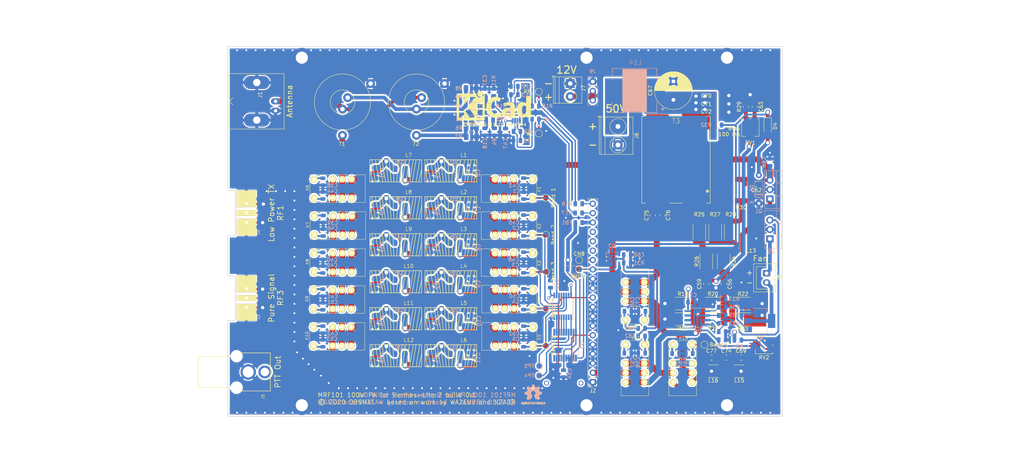
<source format=kicad_pcb>
(kicad_pcb (version 20171130) (host pcbnew "(5.1.5)-3")
  (title_block (title "Hermes-Lite 2.0") (date 2019-02-23) (rev 2.0-build8) (company SofterHardware) (comment 1 "KF7O Steve Haynal"))
  (layers (0 F.Cu signal) (1 In1.Cu signal) (2 In2.Cu signal) (31 B.Cu signal) (34 B.Paste user) (35 F.Paste user) (36 B.SilkS user) (37 F.SilkS user) (38 B.Mask user) (39 F.Mask user) (44 Edge.Cuts user))
  (net 0 "")
  (net 1 +3V3)
  (net 2 GND)
  (net 3 INTTR)
  (net 4 EXTTR)
  (net 5 Band1)
  (net 6 Band2)
  (net 7 Band3)
  (net 8 Band4)
  (net 9 Band5)
  (net 10 "Net-(C12-Pad1)")
  (net 11 "Net-(C13-Pad1)")
  (net 12 "Net-(C14-Pad1)")
  (net 13 "Net-(C15-Pad1)")
  (net 14 "Net-(C10-Pad2)")
  (net 15 "Net-(C11-Pad2)")
  (net 16 "Net-(C12-Pad2)")
  (net 17 "Net-(C13-Pad2)")
  (net 18 "Net-(C14-Pad2)")
  (net 19 "Net-(C15-Pad2)")
  (net 20 "Net-(C16-Pad2)")
  (net 21 "Net-(C17-Pad2)")
  (net 22 "Net-(C18-Pad2)")
  (net 23 "Net-(C25-Pad2)")
  (net 24 "Net-(C26-Pad2)")
  (net 25 "Net-(C27-Pad2)")
  (net 26 "Net-(C28-Pad2)")
  (net 27 "Net-(C29-Pad2)")
  (net 28 "Net-(C30-Pad2)")
  (net 29 "Net-(C37-Pad2)")
  (net 30 "Net-(C56-Pad2)")
  (net 31 "Net-(C56-Pad1)")
  (net 32 "Net-(C58-Pad1)")
  (net 33 "Net-(C59-Pad1)")
  (net 34 "Net-(C62-Pad1)")
  (net 35 "Net-(C62-Pad2)")
  (net 36 "Net-(C63-Pad2)")
  (net 37 Band7)
  (net 38 "Net-(C68-Pad1)")
  (net 39 "Net-(C69-Pad2)")
  (net 40 "Net-(C69-Pad1)")
  (net 41 "Net-(C74-Pad1)")
  (net 42 "Net-(C75-Pad2)")
  (net 43 TX_high)
  (net 44 "Net-(C77-Pad1)")
  (net 45 "Net-(D1-Pad2)")
  (net 46 "Net-(D2-Pad2)")
  (net 47 "Net-(D4-Pad2)")
  (net 48 "Net-(FB1-Pad2)")
  (net 49 "Net-(J1-Pad1)")
  (net 50 HL2_RF)
  (net 51 "Net-(J2-Pad6)")
  (net 52 "Net-(J2-Pad10)")
  (net 53 "Net-(J2-Pad14)")
  (net 54 SDA)
  (net 55 SCL)
  (net 56 "Net-(J2-Pad19)")
  (net 57 "Net-(J2-Pad20)")
  (net 58 "Net-(J6-Pad1)")
  (net 59 "Net-(K1-Pad2)")
  (net 60 Filter_In)
  (net 61 "Net-(K2-Pad2)")
  (net 62 "Net-(K3-Pad2)")
  (net 63 "Net-(K4-Pad2)")
  (net 64 "Net-(K6-Pad2)")
  (net 65 Filter_Out)
  (net 66 "Net-(K7-Pad2)")
  (net 67 "Net-(K8-Pad2)")
  (net 68 "Net-(K10-Pad3)")
  (net 69 "Net-(K11-Pad2)")
  (net 70 HL2_TX)
  (net 71 "Net-(K12-Pad2)")
  (net 72 "Net-(K13-Pad2)")
  (net 73 "Net-(L13-Pad2)")
  (net 74 "Net-(L13-Pad1)")
  (net 75 FWD_DET)
  (net 76 "Net-(R1-Pad2)")
  (net 77 "Net-(R2-Pad1)")
  (net 78 "Net-(R4-Pad2)")
  (net 79 "Net-(R10-Pad1)")
  (net 80 "Net-(R12-Pad1)")
  (net 81 "Net-(R13-Pad2)")
  (net 82 RFL_DET)
  (net 83 "Net-(R25-Pad2)")
  (net 84 "Net-(R27-Pad2)")
  (net 85 "Net-(R28-Pad2)")
  (net 86 "Net-(R29-Pad1)")
  (net 87 "Net-(TP4-Pad1)")
  (net 88 "Net-(TP5-Pad1)")
  (net 89 "Net-(U3-Pad7)")
  (net 90 "Net-(U3-Pad8)")
  (net 91 "Net-(U3-Pad10)")
  (net 92 "Net-(U3-Pad11)")
  (net 93 "Net-(U3-Pad12)")
  (net 94 "Net-(U3-Pad13)")
  (net 95 "Net-(U3-Pad14)")
  (net 96 "Net-(U3-Pad15)")
  (net 97 "Net-(U3-Pad16)")
  (net 98 "Net-(U3-Pad18)")
  (net 99 "Net-(C67-Pad1)")
  (net 100 "Net-(C61-Pad1)")
  (net 101 "Net-(C78-Pad1)")
  (net 102 +12V)
  (net 103 "Net-(J8-Pad2)")
  (net 104 "Net-(Q3-Pad1)")
  (net 105 "Net-(R33-Pad1)")
  (net 106 "Net-(R34-Pad2)")
  (net 107 "Net-(R35-Pad1)")
  (net 108 "Net-(U4-Pad2)")
  (net 109 "Net-(U4-Pad15)")
  (module Resistor_SMD:R_1206_3216Metric (layer B.Cu) (at 135.8625 64.4)
    (fp_text reference R7 (at -3.3625 0) (layer B.SilkS) (effects (justify mirror)))
    (fp_text value 100)
    (pad 2 smd roundrect (at 1.4 0) (size 1.25 1.75) (layers B.Cu B.Paste B.Mask) (roundrect_rratio 0.2) (net 2 GND))
    (pad 1 smd roundrect (at -1.4 0) (size 1.25 1.75) (layers B.Cu B.Paste B.Mask) (roundrect_rratio 0.2) (net 45 "Net-(D1-Pad2)"))
  )
  (module Resistor_SMD:R_1206_3216Metric (layer B.Cu) (at 135.8375 62 180)
    (fp_text reference R6 (at 3.3375 0) (layer B.SilkS) (effects (justify mirror)))
    (fp_text value 100)
    (pad 2 smd roundrect (at 1.4 0 180) (size 1.25 1.75) (layers B.Cu B.Paste B.Mask) (roundrect_rratio 0.2) (net 45 "Net-(D1-Pad2)"))
    (pad 1 smd roundrect (at -1.4 0 180) (size 1.25 1.75) (layers B.Cu B.Paste B.Mask) (roundrect_rratio 0.2) (net 2 GND))
  )
  (module Resistor_SMD:R_1206_3216Metric (layer B.Cu) (at 135.8 53.7)
    (fp_text reference R9 (at -3.3 0) (layer B.SilkS) (effects (justify mirror)))
    (fp_text value 100)
    (pad 2 smd roundrect (at 1.4 0) (size 1.25 1.75) (layers B.Cu B.Paste B.Mask) (roundrect_rratio 0.2) (net 2 GND))
    (pad 1 smd roundrect (at -1.4 0) (size 1.25 1.75) (layers B.Cu B.Paste B.Mask) (roundrect_rratio 0.2) (net 46 "Net-(D2-Pad2)"))
  )
  (module Resistor_SMD:R_1206_3216Metric (layer B.Cu) (at 135.8 51.3 180)
    (fp_text reference R8 (at 3.3 0) (layer B.SilkS) (effects (justify mirror)))
    (fp_text value 100)
    (pad 2 smd roundrect (at 1.4 0 180) (size 1.25 1.75) (layers B.Cu B.Paste B.Mask) (roundrect_rratio 0.2) (net 46 "Net-(D2-Pad2)"))
    (pad 1 smd roundrect (at -1.4 0 180) (size 1.25 1.75) (layers B.Cu B.Paste B.Mask) (roundrect_rratio 0.2) (net 2 GND))
  )
  (module Symbol:KiCad-Logo2_8mm_SilkScreen (layer F.Cu) (at 142 56)
    (fp_text reference REF** hide)
    (fp_text value KiCad-Logo2_8mm_SilkScreen hide)
  )
  (module Symbol:OSHW-Logo2_7.3x6mm_SilkScreen (layer B.Cu) (at 152.6 134.2 180)
    (fp_text reference REF** hide)
    (fp_text value OSHW-Logo2_7.3x6mm_SilkScreen hide)
  )
  (module Symbol:OSHW-Logo2_7.3x6mm_SilkScreen (layer F.Cu) (at 152.6 134.2)
    (fp_text reference REF** hide)
    (fp_text value OSHW-Logo2_7.3x6mm_SilkScreen hide)
  )
  (module n2adr:m3 (layer F.Cu) (at 205 137)
    (fp_text reference REF** hide)
    (fp_text value VAL**)
    (pad 1 thru_hole circle (at 0 0) (size 5.3 5.3) (drill 3.3) (layers *.Cu *.Mask) (net 2 GND))
  )
  (module n2adr:m3 (layer F.Cu) (at 205 43)
    (fp_text reference REF** hide)
    (fp_text value VAL**)
    (pad 1 thru_hole circle (at 0 0) (size 5.3 5.3) (drill 3.3) (layers *.Cu *.Mask) (net 2 GND))
  )
  (module n2adr:m3 (layer F.Cu) (at 90 137)
    (fp_text reference REF** hide)
    (fp_text value VAL**)
    (pad 1 thru_hole circle (at 0 0) (size 5.3 5.3) (drill 3.3) (layers *.Cu *.Mask) (net 2 GND))
  )
  (module n2adr:m3 (layer F.Cu) (at 167 137)
    (fp_text reference REF** hide)
    (fp_text value VAL**)
    (pad 1 thru_hole circle (at 0 0) (size 5.3 5.3) (drill 3.3) (layers *.Cu *.Mask) (net 2 GND))
  )
  (module n2adr:m3 (layer F.Cu) (at 167 43)
    (fp_text reference REF** hide)
    (fp_text value VAL**)
    (pad 1 thru_hole circle (at 0 0) (size 5.3 5.3) (drill 3.3) (layers *.Cu *.Mask) (net 2 GND))
  )
  (module n2adr:m3 (layer F.Cu) (at 90 43)
    (fp_text reference REF** hide)
    (fp_text value VAL**)
    (pad 1 thru_hole circle (at 0 0) (size 5.3 5.3) (drill 3.3) (layers *.Cu *.Mask) (net 2 GND))
  )
  (module TerminalBlock_Phoenix:TerminalBlock_Phoenix_PT-1,5-2-5.0-H_1x02_P5.00mm_Horizontal (layer F.Cu) (at 175.5 61.6 270)
    (fp_text reference J6 (at 2.5 -5.06 90) (layer F.SilkS))
    (fp_text value 50VDC)
    (pad 1 thru_hole rect (at 0 0 270) (size 2.6 2.6) (drill 1.3) (layers *.Cu *.Mask) (net 58 "Net-(J6-Pad1)"))
    (pad 2 thru_hole circle (at 5 0 270) (size 2.6 2.6) (drill 1.3) (layers *.Cu *.Mask) (net 2 GND))
  )
  (module TerminalBlock_Phoenix:TerminalBlock_Phoenix_PT-1,5-2-3.5-H_1x02_P3.50mm_Horizontal (layer F.Cu) (at 162.6 50 270)
    (fp_text reference J7 (at 1.25 -3.55 270) (layer F.SilkS))
    (fp_text value 12V)
    (pad 1 thru_hole circle (at 3.5 0 270) (size 2.4 2.4) (drill 1.2) (layers *.Cu *.Mask) (net 102 +12V))
    (pad 2 thru_hole rect (at 0 0 270) (size 2.4 2.4) (drill 1.2) (layers *.Cu *.Mask) (net 2 GND))
  )
  (module Potentiometer_SMD:Potentiometer_Bourns_3314J_Vertical (layer F.Cu) (at 211.3 61.9)
    (fp_text reference RV1 (at 0 4.1) (layer F.SilkS))
    (fp_text value 10k)
    (pad 3 smd rect (at -1.15 -2) (size 1.3 2) (layers F.Cu F.Paste F.Mask) (net 86 "Net-(R29-Pad1)"))
    (pad 2 smd rect (at 0 2) (size 2 2) (layers F.Cu F.Paste F.Mask) (net 33 "Net-(C59-Pad1)"))
    (pad 1 smd rect (at 1.15 -2) (size 1.3 2) (layers F.Cu F.Paste F.Mask) (net 36 "Net-(C63-Pad2)"))
  )
  (module Connector_PinSocket_2.54mm:PinSocket_1x20_P2.54mm_Vertical (layer F.Cu) (at 168.7 130.75 180)
    (fp_text reference J2 (at 0 -2.33) (layer F.SilkS))
    (fp_text value HL2)
    (pad 20 thru_hole oval (at 0 48.26 180) (size 1.7 1.7) (drill 1) (layers *.Cu *.Mask) (net 57 "Net-(J2-Pad20)"))
    (pad 19 thru_hole oval (at 0 45.72 180) (size 1.7 1.7) (drill 1) (layers *.Cu *.Mask) (net 56 "Net-(J2-Pad19)"))
    (pad 18 thru_hole oval (at 0 43.18 180) (size 1.7 1.7) (drill 1) (layers *.Cu *.Mask) (net 48 "Net-(FB1-Pad2)"))
    (pad 17 thru_hole oval (at 0 40.64 180) (size 1.7 1.7) (drill 1) (layers *.Cu *.Mask) (net 55 SCL))
    (pad 16 thru_hole oval (at 0 38.1 180) (size 1.7 1.7) (drill 1) (layers *.Cu *.Mask) (net 54 SDA))
    (pad 15 thru_hole oval (at 0 35.56 180) (size 1.7 1.7) (drill 1) (layers *.Cu *.Mask) (net 4 EXTTR))
    (pad 14 thru_hole oval (at 0 33.02 180) (size 1.7 1.7) (drill 1) (layers *.Cu *.Mask) (net 53 "Net-(J2-Pad14)"))
    (pad 13 thru_hole oval (at 0 30.48 180) (size 1.7 1.7) (drill 1) (layers *.Cu *.Mask) (net 3 INTTR))
    (pad 12 thru_hole oval (at 0 27.94 180) (size 1.7 1.7) (drill 1) (layers *.Cu *.Mask) (net 2 GND))
    (pad 11 thru_hole oval (at 0 25.4 180) (size 1.7 1.7) (drill 1) (layers *.Cu *.Mask) (net 2 GND))
    (pad 10 thru_hole oval (at 0 22.86 180) (size 1.7 1.7) (drill 1) (layers *.Cu *.Mask) (net 52 "Net-(J2-Pad10)"))
    (pad 9 thru_hole oval (at 0 20.32 180) (size 1.7 1.7) (drill 1) (layers *.Cu *.Mask) (net 2 GND))
    (pad 8 thru_hole oval (at 0 17.78 180) (size 1.7 1.7) (drill 1) (layers *.Cu *.Mask) (net 2 GND))
    (pad 7 thru_hole oval (at 0 15.24 180) (size 1.7 1.7) (drill 1) (layers *.Cu *.Mask) (net 2 GND))
    (pad 6 thru_hole oval (at 0 12.7 180) (size 1.7 1.7) (drill 1) (layers *.Cu *.Mask) (net 51 "Net-(J2-Pad6)"))
    (pad 5 thru_hole oval (at 0 10.16 180) (size 1.7 1.7) (drill 1) (layers *.Cu *.Mask) (net 2 GND))
    (pad 4 thru_hole oval (at 0 7.62 180) (size 1.7 1.7) (drill 1) (layers *.Cu *.Mask) (net 2 GND))
    (pad 3 thru_hole oval (at 0 5.08 180) (size 1.7 1.7) (drill 1) (layers *.Cu *.Mask) (net 2 GND))
    (pad 2 thru_hole oval (at 0 2.54 180) (size 1.7 1.7) (drill 1) (layers *.Cu *.Mask) (net 50 HL2_RF))
    (pad 1 thru_hole rect (at 0 0 180) (size 1.7 1.7) (drill 1) (layers *.Cu *.Mask) (net 2 GND))
  )
  (module Resistor_SMD:R_0805_2012Metric (layer F.Cu) (at 210.1 56.3 90)
    (fp_text reference R29 (at 0 -1.8 90) (layer F.SilkS))
    (fp_text value 2k)
    (pad 2 smd roundrect (at 0.9375 0 90) (size 0.975 1.4) (layers F.Cu F.Paste F.Mask) (net 2 GND))
    (pad 1 smd roundrect (at -0.9375 0 90) (size 0.975 1.4) (layers F.Cu F.Paste F.Mask) (net 86 "Net-(R29-Pad1)"))
  )
  (module n2adr:SignalCommunications-WE-DCT (layer F.Cu) (at 191.2 70.6 90)
    (fp_text reference T3 (at 10.5 0 180) (layer F.SilkS) (effects (font (size 1.27 1.27) (thickness 0.1016))))
    (fp_text value 744851330 hide)
    (pad 1 smd rect (at -10.2997 4.99872 90) (size 3.99796 5.99948) (layers F.Cu F.Paste F.Mask) (net 34 "Net-(C62-Pad1)"))
    (pad 2 smd rect (at -10.2997 -4.99872 90) (size 3.99796 5.99948) (layers F.Cu F.Paste F.Mask) (net 42 "Net-(C75-Pad2)"))
    (pad 3 smd rect (at 10.2997 -4.99872 90) (size 3.99796 5.99948) (layers F.Cu F.Paste F.Mask) (net 34 "Net-(C62-Pad1)"))
    (pad 4 smd rect (at 10.2997 4.99872 90) (size 3.99796 5.99948) (layers F.Cu F.Paste F.Mask) (net 99 "Net-(C67-Pad1)"))
  )
  (module T50:T50_Coupler (layer F.Cu) (at 129 50 180)
    (fp_text reference T2 (at 8.1 -16.3 180) (layer F.SilkS))
    (fp_text value Coupler)
    (pad 3 thru_hole circle (at 8 -14 180) (size 2.4 2.4) (drill 1.2) (layers *.Cu *.Mask) (net 45 "Net-(D1-Pad2)"))
    (pad 4 thru_hole circle (at 8 -6.9 180) (size 2.4 2.4) (drill 1.2) (layers *.Cu *.Mask) (net 46 "Net-(D2-Pad2)"))
    (pad 1 thru_hole circle (at 0.4 0 180) (size 2.4 2.4) (drill 1.2) (layers *.Cu *.Mask) (net 2 GND))
    (pad 2 thru_hole circle (at 6.6 -3.8 180) (size 2.4 2.4) (drill 1.2) (layers *.Cu *.Mask) (net 49 "Net-(J1-Pad1)"))
  )
  (module T50:T50_Coupler (layer F.Cu) (at 109 50 180)
    (fp_text reference T1 (at 8.1 -16.3 180) (layer F.SilkS))
    (fp_text value Coupler)
    (pad 3 thru_hole circle (at 8 -14 180) (size 2.4 2.4) (drill 1.2) (layers *.Cu *.Mask) (net 65 Filter_Out))
    (pad 4 thru_hole circle (at 8 -6.9 180) (size 2.4 2.4) (drill 1.2) (layers *.Cu *.Mask) (net 49 "Net-(J1-Pad1)"))
    (pad 1 thru_hole circle (at 0.4 0 180) (size 2.4 2.4) (drill 1.2) (layers *.Cu *.Mask) (net 2 GND))
    (pad 2 thru_hole circle (at 6.6 -3.8 180) (size 2.4 2.4) (drill 1.2) (layers *.Cu *.Mask) (net 46 "Net-(D2-Pad2)"))
  )
  (module Connector_Coaxial:BNC_Amphenol_B6252HB-NPP3G-50_Horizontal (layer F.Cu) (at 82.9 54.8 90)
    (fp_text reference J1 (at 1.75 -4.16 90) (layer F.SilkS))
    (fp_text value Antenna)
    (pad 2 thru_hole oval (at -2.54 0 90) (size 1.6 2.5) (drill 0.89) (layers *.Cu *.Mask) (net 2 GND))
    (pad 1 thru_hole oval (at 0 0 90) (size 1.6 2.5) (drill 0.89) (layers *.Cu *.Mask) (net 49 "Net-(J1-Pad1)"))
    (pad 2 thru_hole oval (at 5.08 -5.08 90) (size 3.5 7) (drill 2.01) (layers *.Cu *.Mask) (net 2 GND))
    (pad 2 thru_hole oval (at -5.08 -5.08 90) (size 3.5 7) (drill 2.01) (layers *.Cu *.Mask) (net 2 GND))
  )
  (module n2adr:SignalCommunications-WE-PF_7427929XXX (layer B.Cu) (at 180 51.9)
    (fp_text reference L14 (at 0.18034 -7.62508) (layer B.SilkS) (effects (font (size 1.27 1.27) (thickness 0.1016)) (justify mirror)))
    (fp_text value 7427929112 hide)
    (pad 1 smd rect (at -4.94792 0 270) (size 5.3975 2.89814) (layers B.Cu B.Paste B.Mask) (net 58 "Net-(J6-Pad1)"))
    (pad 2 smd rect (at 4.94792 0 270) (size 5.3975 2.89814) (layers B.Cu B.Paste B.Mask) (net 99 "Net-(C67-Pad1)"))
  )
  (module n2adr:RelayDPDT01 (layer F.Cu) (at 147.3 78.4 180)
    (fp_text reference K1 (at -6.9 -0.2 90) (layer F.SilkS) (effects (font (size 0.8 0.8) (thickness 0.1))))
    (fp_text value EC2-3NU)
    (pad 8 thru_hole circle (at -5.08 -2.54 180) (size 1.85 1.85) (drill 0.8) (layers *.Cu *.Mask F.SilkS) (net 5 Band1))
    (pad 7 thru_hole circle (at 0 -2.54 180) (size 1.85 1.85) (drill 0.8) (layers *.Cu *.Mask F.SilkS) (net 59 "Net-(K1-Pad2)"))
    (pad 6 thru_hole circle (at 2.54 -2.54 180) (size 1.85 1.85) (drill 0.8) (layers *.Cu *.Mask F.SilkS) (net 60 Filter_In))
    (pad 5 thru_hole circle (at 5.08 -2.54 180) (size 1.85 1.85) (drill 0.8) (layers *.Cu *.Mask F.SilkS) (net 10 "Net-(C12-Pad1)"))
    (pad 4 thru_hole circle (at 5.08 2.54 180) (size 1.85 1.85) (drill 0.8) (layers *.Cu *.Mask F.SilkS) (net 10 "Net-(C12-Pad1)"))
    (pad 3 thru_hole circle (at 2.54 2.54 180) (size 1.85 1.85) (drill 0.8) (layers *.Cu *.Mask F.SilkS) (net 60 Filter_In))
    (pad 2 thru_hole circle (at 0 2.54 180) (size 1.85 1.85) (drill 0.8) (layers *.Cu *.Mask F.SilkS) (net 59 "Net-(K1-Pad2)"))
    (pad 1 thru_hole circle (at -5.08 2.54 180) (size 1.85 1.85) (drill 0.8) (layers *.Cu *.Mask F.SilkS) (net 1 +3V3))
  )
  (module n2adr:RelayDPDT01 (layer F.Cu) (at 147.3 88.4 180)
    (fp_text reference K2 (at -6.9 -0.2 90) (layer F.SilkS) (effects (font (size 0.8 0.8) (thickness 0.1))))
    (fp_text value EC2-3NU)
    (pad 8 thru_hole circle (at -5.08 -2.54 180) (size 1.85 1.85) (drill 0.8) (layers *.Cu *.Mask F.SilkS) (net 6 Band2))
    (pad 7 thru_hole circle (at 0 -2.54 180) (size 1.85 1.85) (drill 0.8) (layers *.Cu *.Mask F.SilkS) (net 61 "Net-(K2-Pad2)"))
    (pad 6 thru_hole circle (at 2.54 -2.54 180) (size 1.85 1.85) (drill 0.8) (layers *.Cu *.Mask F.SilkS) (net 59 "Net-(K1-Pad2)"))
    (pad 5 thru_hole circle (at 5.08 -2.54 180) (size 1.85 1.85) (drill 0.8) (layers *.Cu *.Mask F.SilkS) (net 11 "Net-(C13-Pad1)"))
    (pad 4 thru_hole circle (at 5.08 2.54 180) (size 1.85 1.85) (drill 0.8) (layers *.Cu *.Mask F.SilkS) (net 11 "Net-(C13-Pad1)"))
    (pad 3 thru_hole circle (at 2.54 2.54 180) (size 1.85 1.85) (drill 0.8) (layers *.Cu *.Mask F.SilkS) (net 59 "Net-(K1-Pad2)"))
    (pad 2 thru_hole circle (at 0 2.54 180) (size 1.85 1.85) (drill 0.8) (layers *.Cu *.Mask F.SilkS) (net 61 "Net-(K2-Pad2)"))
    (pad 1 thru_hole circle (at -5.08 2.54 180) (size 1.85 1.85) (drill 0.8) (layers *.Cu *.Mask F.SilkS) (net 1 +3V3))
  )
  (module n2adr:RelayDPDT01 (layer F.Cu) (at 147.3 98.4 180)
    (fp_text reference K3 (at -6.9 -0.2 90) (layer F.SilkS) (effects (font (size 0.8 0.8) (thickness 0.1))))
    (fp_text value EC2-3NU)
    (pad 8 thru_hole circle (at -5.08 -2.54 180) (size 1.85 1.85) (drill 0.8) (layers *.Cu *.Mask F.SilkS) (net 7 Band3))
    (pad 7 thru_hole circle (at 0 -2.54 180) (size 1.85 1.85) (drill 0.8) (layers *.Cu *.Mask F.SilkS) (net 62 "Net-(K3-Pad2)"))
    (pad 6 thru_hole circle (at 2.54 -2.54 180) (size 1.85 1.85) (drill 0.8) (layers *.Cu *.Mask F.SilkS) (net 61 "Net-(K2-Pad2)"))
    (pad 5 thru_hole circle (at 5.08 -2.54 180) (size 1.85 1.85) (drill 0.8) (layers *.Cu *.Mask F.SilkS) (net 12 "Net-(C14-Pad1)"))
    (pad 4 thru_hole circle (at 5.08 2.54 180) (size 1.85 1.85) (drill 0.8) (layers *.Cu *.Mask F.SilkS) (net 12 "Net-(C14-Pad1)"))
    (pad 3 thru_hole circle (at 2.54 2.54 180) (size 1.85 1.85) (drill 0.8) (layers *.Cu *.Mask F.SilkS) (net 61 "Net-(K2-Pad2)"))
    (pad 2 thru_hole circle (at 0 2.54 180) (size 1.85 1.85) (drill 0.8) (layers *.Cu *.Mask F.SilkS) (net 62 "Net-(K3-Pad2)"))
    (pad 1 thru_hole circle (at -5.08 2.54 180) (size 1.85 1.85) (drill 0.8) (layers *.Cu *.Mask F.SilkS) (net 1 +3V3))
  )
  (module n2adr:RelayDPDT01 (layer F.Cu) (at 147.4 108.3 180)
    (fp_text reference K4 (at -6.9 -0.2 90) (layer F.SilkS) (effects (font (size 0.8 0.8) (thickness 0.1))))
    (fp_text value EC2-3NU)
    (pad 8 thru_hole circle (at -5.08 -2.54 180) (size 1.85 1.85) (drill 0.8) (layers *.Cu *.Mask F.SilkS) (net 8 Band4))
    (pad 7 thru_hole circle (at 0 -2.54 180) (size 1.85 1.85) (drill 0.8) (layers *.Cu *.Mask F.SilkS) (net 63 "Net-(K4-Pad2)"))
    (pad 6 thru_hole circle (at 2.54 -2.54 180) (size 1.85 1.85) (drill 0.8) (layers *.Cu *.Mask F.SilkS) (net 62 "Net-(K3-Pad2)"))
    (pad 5 thru_hole circle (at 5.08 -2.54 180) (size 1.85 1.85) (drill 0.8) (layers *.Cu *.Mask F.SilkS) (net 13 "Net-(C15-Pad1)"))
    (pad 4 thru_hole circle (at 5.08 2.54 180) (size 1.85 1.85) (drill 0.8) (layers *.Cu *.Mask F.SilkS) (net 13 "Net-(C15-Pad1)"))
    (pad 3 thru_hole circle (at 2.54 2.54 180) (size 1.85 1.85) (drill 0.8) (layers *.Cu *.Mask F.SilkS) (net 62 "Net-(K3-Pad2)"))
    (pad 2 thru_hole circle (at 0 2.54 180) (size 1.85 1.85) (drill 0.8) (layers *.Cu *.Mask F.SilkS) (net 63 "Net-(K4-Pad2)"))
    (pad 1 thru_hole circle (at -5.08 2.54 180) (size 1.85 1.85) (drill 0.8) (layers *.Cu *.Mask F.SilkS) (net 1 +3V3))
  )
  (module n2adr:RelayDPDT01 (layer F.Cu) (at 147.4 118.4 180)
    (fp_text reference K5 (at -6.9 -0.2 90) (layer F.SilkS) (effects (font (size 0.8 0.8) (thickness 0.1))))
    (fp_text value EC2-3NU)
    (pad 8 thru_hole circle (at -5.08 -2.54 180) (size 1.85 1.85) (drill 0.8) (layers *.Cu *.Mask F.SilkS) (net 9 Band5))
    (pad 7 thru_hole circle (at 0 -2.54 180) (size 1.85 1.85) (drill 0.8) (layers *.Cu *.Mask F.SilkS) (net 15 "Net-(C11-Pad2)"))
    (pad 6 thru_hole circle (at 2.54 -2.54 180) (size 1.85 1.85) (drill 0.8) (layers *.Cu *.Mask F.SilkS) (net 63 "Net-(K4-Pad2)"))
    (pad 5 thru_hole circle (at 5.08 -2.54 180) (size 1.85 1.85) (drill 0.8) (layers *.Cu *.Mask F.SilkS) (net 14 "Net-(C10-Pad2)"))
    (pad 4 thru_hole circle (at 5.08 2.54 180) (size 1.85 1.85) (drill 0.8) (layers *.Cu *.Mask F.SilkS) (net 14 "Net-(C10-Pad2)"))
    (pad 3 thru_hole circle (at 2.54 2.54 180) (size 1.85 1.85) (drill 0.8) (layers *.Cu *.Mask F.SilkS) (net 63 "Net-(K4-Pad2)"))
    (pad 2 thru_hole circle (at 0 2.54 180) (size 1.85 1.85) (drill 0.8) (layers *.Cu *.Mask F.SilkS) (net 15 "Net-(C11-Pad2)"))
    (pad 1 thru_hole circle (at -5.08 2.54 180) (size 1.85 1.85) (drill 0.8) (layers *.Cu *.Mask F.SilkS) (net 1 +3V3))
  )
  (module n2adr:RelayDPDT01 (layer F.Cu) (at 98.4 78.4)
    (fp_text reference K6 (at -6.9 -0.2 90) (layer F.SilkS) (effects (font (size 0.8 0.8) (thickness 0.1))))
    (fp_text value EC2-3NU)
    (pad 8 thru_hole circle (at -5.08 -2.54) (size 1.85 1.85) (drill 0.8) (layers *.Cu *.Mask F.SilkS) (net 5 Band1))
    (pad 7 thru_hole circle (at 0 -2.54) (size 1.85 1.85) (drill 0.8) (layers *.Cu *.Mask F.SilkS) (net 64 "Net-(K6-Pad2)"))
    (pad 6 thru_hole circle (at 2.54 -2.54) (size 1.85 1.85) (drill 0.8) (layers *.Cu *.Mask F.SilkS) (net 65 Filter_Out))
    (pad 5 thru_hole circle (at 5.08 -2.54) (size 1.85 1.85) (drill 0.8) (layers *.Cu *.Mask F.SilkS) (net 23 "Net-(C25-Pad2)"))
    (pad 4 thru_hole circle (at 5.08 2.54) (size 1.85 1.85) (drill 0.8) (layers *.Cu *.Mask F.SilkS) (net 23 "Net-(C25-Pad2)"))
    (pad 3 thru_hole circle (at 2.54 2.54) (size 1.85 1.85) (drill 0.8) (layers *.Cu *.Mask F.SilkS) (net 65 Filter_Out))
    (pad 2 thru_hole circle (at 0 2.54) (size 1.85 1.85) (drill 0.8) (layers *.Cu *.Mask F.SilkS) (net 64 "Net-(K6-Pad2)"))
    (pad 1 thru_hole circle (at -5.08 2.54) (size 1.85 1.85) (drill 0.8) (layers *.Cu *.Mask F.SilkS) (net 1 +3V3))
  )
  (module n2adr:RelayDPDT01 (layer F.Cu) (at 98.5 88.4)
    (fp_text reference K7 (at -6.9 -0.2 90) (layer F.SilkS) (effects (font (size 0.8 0.8) (thickness 0.1))))
    (fp_text value EC2-3NU)
    (pad 8 thru_hole circle (at -5.08 -2.54) (size 1.85 1.85) (drill 0.8) (layers *.Cu *.Mask F.SilkS) (net 6 Band2))
    (pad 7 thru_hole circle (at 0 -2.54) (size 1.85 1.85) (drill 0.8) (layers *.Cu *.Mask F.SilkS) (net 66 "Net-(K7-Pad2)"))
    (pad 6 thru_hole circle (at 2.54 -2.54) (size 1.85 1.85) (drill 0.8) (layers *.Cu *.Mask F.SilkS) (net 64 "Net-(K6-Pad2)"))
    (pad 5 thru_hole circle (at 5.08 -2.54) (size 1.85 1.85) (drill 0.8) (layers *.Cu *.Mask F.SilkS) (net 24 "Net-(C26-Pad2)"))
    (pad 4 thru_hole circle (at 5.08 2.54) (size 1.85 1.85) (drill 0.8) (layers *.Cu *.Mask F.SilkS) (net 24 "Net-(C26-Pad2)"))
    (pad 3 thru_hole circle (at 2.54 2.54) (size 1.85 1.85) (drill 0.8) (layers *.Cu *.Mask F.SilkS) (net 64 "Net-(K6-Pad2)"))
    (pad 2 thru_hole circle (at 0 2.54) (size 1.85 1.85) (drill 0.8) (layers *.Cu *.Mask F.SilkS) (net 66 "Net-(K7-Pad2)"))
    (pad 1 thru_hole circle (at -5.08 2.54) (size 1.85 1.85) (drill 0.8) (layers *.Cu *.Mask F.SilkS) (net 1 +3V3))
  )
  (module n2adr:RelayDPDT01 (layer F.Cu) (at 98.4 98.4)
    (fp_text reference K8 (at -6.9 -0.2 90) (layer F.SilkS) (effects (font (size 0.8 0.8) (thickness 0.1))))
    (fp_text value EC2-3NU)
    (pad 8 thru_hole circle (at -5.08 -2.54) (size 1.85 1.85) (drill 0.8) (layers *.Cu *.Mask F.SilkS) (net 7 Band3))
    (pad 7 thru_hole circle (at 0 -2.54) (size 1.85 1.85) (drill 0.8) (layers *.Cu *.Mask F.SilkS) (net 67 "Net-(K8-Pad2)"))
    (pad 6 thru_hole circle (at 2.54 -2.54) (size 1.85 1.85) (drill 0.8) (layers *.Cu *.Mask F.SilkS) (net 66 "Net-(K7-Pad2)"))
    (pad 5 thru_hole circle (at 5.08 -2.54) (size 1.85 1.85) (drill 0.8) (layers *.Cu *.Mask F.SilkS) (net 25 "Net-(C27-Pad2)"))
    (pad 4 thru_hole circle (at 5.08 2.54) (size 1.85 1.85) (drill 0.8) (layers *.Cu *.Mask F.SilkS) (net 25 "Net-(C27-Pad2)"))
    (pad 3 thru_hole circle (at 2.54 2.54) (size 1.85 1.85) (drill 0.8) (layers *.Cu *.Mask F.SilkS) (net 66 "Net-(K7-Pad2)"))
    (pad 2 thru_hole circle (at 0 2.54) (size 1.85 1.85) (drill 0.8) (layers *.Cu *.Mask F.SilkS) (net 67 "Net-(K8-Pad2)"))
    (pad 1 thru_hole circle (at -5.08 2.54) (size 1.85 1.85) (drill 0.8) (layers *.Cu *.Mask F.SilkS) (net 1 +3V3))
  )
  (module n2adr:RelayDPDT01 (layer F.Cu) (at 98.3 108.4)
    (fp_text reference K9 (at -6.9 -0.2 90) (layer F.SilkS) (effects (font (size 0.8 0.8) (thickness 0.1))))
    (fp_text value EC2-3NU)
    (pad 8 thru_hole circle (at -5.08 -2.54) (size 1.85 1.85) (drill 0.8) (layers *.Cu *.Mask F.SilkS) (net 8 Band4))
    (pad 7 thru_hole circle (at 0 -2.54) (size 1.85 1.85) (drill 0.8) (layers *.Cu *.Mask F.SilkS) (net 68 "Net-(K10-Pad3)"))
    (pad 6 thru_hole circle (at 2.54 -2.54) (size 1.85 1.85) (drill 0.8) (layers *.Cu *.Mask F.SilkS) (net 67 "Net-(K8-Pad2)"))
    (pad 5 thru_hole circle (at 5.08 -2.54) (size 1.85 1.85) (drill 0.8) (layers *.Cu *.Mask F.SilkS) (net 26 "Net-(C28-Pad2)"))
    (pad 4 thru_hole circle (at 5.08 2.54) (size 1.85 1.85) (drill 0.8) (layers *.Cu *.Mask F.SilkS) (net 26 "Net-(C28-Pad2)"))
    (pad 3 thru_hole circle (at 2.54 2.54) (size 1.85 1.85) (drill 0.8) (layers *.Cu *.Mask F.SilkS) (net 67 "Net-(K8-Pad2)"))
    (pad 2 thru_hole circle (at 0 2.54) (size 1.85 1.85) (drill 0.8) (layers *.Cu *.Mask F.SilkS) (net 68 "Net-(K10-Pad3)"))
    (pad 1 thru_hole circle (at -5.08 2.54) (size 1.85 1.85) (drill 0.8) (layers *.Cu *.Mask F.SilkS) (net 1 +3V3))
  )
  (module n2adr:RelayDPDT01 (layer F.Cu) (at 98.3 118.4)
    (fp_text reference K10 (at -6.9 -0.2 90) (layer F.SilkS) (effects (font (size 0.8 0.8) (thickness 0.1))))
    (fp_text value EC2-3NU)
    (pad 8 thru_hole circle (at -5.08 -2.54) (size 1.85 1.85) (drill 0.8) (layers *.Cu *.Mask F.SilkS) (net 9 Band5))
    (pad 7 thru_hole circle (at 0 -2.54) (size 1.85 1.85) (drill 0.8) (layers *.Cu *.Mask F.SilkS) (net 28 "Net-(C30-Pad2)"))
    (pad 6 thru_hole circle (at 2.54 -2.54) (size 1.85 1.85) (drill 0.8) (layers *.Cu *.Mask F.SilkS) (net 68 "Net-(K10-Pad3)"))
    (pad 5 thru_hole circle (at 5.08 -2.54) (size 1.85 1.85) (drill 0.8) (layers *.Cu *.Mask F.SilkS) (net 27 "Net-(C29-Pad2)"))
    (pad 4 thru_hole circle (at 5.08 2.54) (size 1.85 1.85) (drill 0.8) (layers *.Cu *.Mask F.SilkS) (net 27 "Net-(C29-Pad2)"))
    (pad 3 thru_hole circle (at 2.54 2.54) (size 1.85 1.85) (drill 0.8) (layers *.Cu *.Mask F.SilkS) (net 68 "Net-(K10-Pad3)"))
    (pad 2 thru_hole circle (at 0 2.54) (size 1.85 1.85) (drill 0.8) (layers *.Cu *.Mask F.SilkS) (net 28 "Net-(C30-Pad2)"))
    (pad 1 thru_hole circle (at -5.08 2.54) (size 1.85 1.85) (drill 0.8) (layers *.Cu *.Mask F.SilkS) (net 1 +3V3))
  )
  (module n2adr:RelayDPDT01 (layer F.Cu) (at 180.1 125.7 270)
    (fp_text reference K11 (at -6.9 -0.2) (layer F.SilkS) (effects (font (size 0.8 0.8) (thickness 0.1))))
    (fp_text value EC2-3NU)
    (pad 8 thru_hole circle (at -5.08 -2.54 270) (size 1.85 1.85) (drill 0.8) (layers *.Cu *.Mask F.SilkS) (net 32 "Net-(C58-Pad1)"))
    (pad 7 thru_hole circle (at 0 -2.54 270) (size 1.85 1.85) (drill 0.8) (layers *.Cu *.Mask F.SilkS) (net 69 "Net-(K11-Pad2)"))
    (pad 6 thru_hole circle (at 2.54 -2.54 270) (size 1.85 1.85) (drill 0.8) (layers *.Cu *.Mask F.SilkS) (net 50 HL2_RF))
    (pad 5 thru_hole circle (at 5.08 -2.54 270) (size 1.85 1.85) (drill 0.8) (layers *.Cu *.Mask F.SilkS) (net 70 HL2_TX))
    (pad 4 thru_hole circle (at 5.08 2.54 270) (size 1.85 1.85) (drill 0.8) (layers *.Cu *.Mask F.SilkS) (net 70 HL2_TX))
    (pad 3 thru_hole circle (at 2.54 2.54 270) (size 1.85 1.85) (drill 0.8) (layers *.Cu *.Mask F.SilkS) (net 50 HL2_RF))
    (pad 2 thru_hole circle (at 0 2.54 270) (size 1.85 1.85) (drill 0.8) (layers *.Cu *.Mask F.SilkS) (net 69 "Net-(K11-Pad2)"))
    (pad 1 thru_hole circle (at -5.08 2.54 270) (size 1.85 1.85) (drill 0.8) (layers *.Cu *.Mask F.SilkS) (net 1 +3V3))
  )
  (module n2adr:RelayDPDT01 (layer F.Cu) (at 180.1 108.84 90)
    (fp_text reference K12 (at -6.9 -0.2) (layer F.SilkS) (effects (font (size 0.8 0.8) (thickness 0.1))))
    (fp_text value EC2-3NU)
    (pad 8 thru_hole circle (at -5.08 -2.54 90) (size 1.85 1.85) (drill 0.8) (layers *.Cu *.Mask F.SilkS) (net 38 "Net-(C68-Pad1)"))
    (pad 7 thru_hole circle (at 0 -2.54 90) (size 1.85 1.85) (drill 0.8) (layers *.Cu *.Mask F.SilkS) (net 71 "Net-(K12-Pad2)"))
    (pad 6 thru_hole circle (at 2.54 -2.54 90) (size 1.85 1.85) (drill 0.8) (layers *.Cu *.Mask F.SilkS) (net 60 Filter_In))
    (pad 5 thru_hole circle (at 5.08 -2.54 90) (size 1.85 1.85) (drill 0.8) (layers *.Cu *.Mask F.SilkS) (net 43 TX_high))
    (pad 4 thru_hole circle (at 5.08 2.54 90) (size 1.85 1.85) (drill 0.8) (layers *.Cu *.Mask F.SilkS) (net 43 TX_high))
    (pad 3 thru_hole circle (at 2.54 2.54 90) (size 1.85 1.85) (drill 0.8) (layers *.Cu *.Mask F.SilkS) (net 60 Filter_In))
    (pad 2 thru_hole circle (at 0 2.54 90) (size 1.85 1.85) (drill 0.8) (layers *.Cu *.Mask F.SilkS) (net 71 "Net-(K12-Pad2)"))
    (pad 1 thru_hole circle (at -5.08 2.54 90) (size 1.85 1.85) (drill 0.8) (layers *.Cu *.Mask F.SilkS) (net 1 +3V3))
  )
  (module n2adr:RelayDPDT01 (layer F.Cu) (at 193 125.7 270)
    (fp_text reference K13 (at -6.9 -0.2) (layer F.SilkS) (effects (font (size 0.8 0.8) (thickness 0.1))))
    (fp_text value EC2-3NU)
    (pad 8 thru_hole circle (at -5.08 -2.54 270) (size 1.85 1.85) (drill 0.8) (layers *.Cu *.Mask F.SilkS) (net 37 Band7))
    (pad 7 thru_hole circle (at 0 -2.54 270) (size 1.85 1.85) (drill 0.8) (layers *.Cu *.Mask F.SilkS) (net 72 "Net-(K13-Pad2)"))
    (pad 6 thru_hole circle (at 2.54 -2.54 270) (size 1.85 1.85) (drill 0.8) (layers *.Cu *.Mask F.SilkS) (net 71 "Net-(K12-Pad2)"))
    (pad 5 thru_hole circle (at 5.08 -2.54 270) (size 1.85 1.85) (drill 0.8) (layers *.Cu *.Mask F.SilkS) (net 44 "Net-(C77-Pad1)"))
    (pad 4 thru_hole circle (at 5.08 2.54 270) (size 1.85 1.85) (drill 0.8) (layers *.Cu *.Mask F.SilkS) (net 39 "Net-(C69-Pad2)"))
    (pad 3 thru_hole circle (at 2.54 2.54 270) (size 1.85 1.85) (drill 0.8) (layers *.Cu *.Mask F.SilkS) (net 69 "Net-(K11-Pad2)"))
    (pad 2 thru_hole circle (at 0 2.54 270) (size 1.85 1.85) (drill 0.8) (layers *.Cu *.Mask F.SilkS) (net 72 "Net-(K13-Pad2)"))
    (pad 1 thru_hole circle (at -5.08 2.54 270) (size 1.85 1.85) (drill 0.8) (layers *.Cu *.Mask F.SilkS) (net 1 +3V3))
  )
  (module T50:T50_V_THT (layer F.Cu) (at 130.3 73.6 180)
    (fp_text reference L1 (at -3.5 4.25) (layer F.SilkS) (effects (font (thickness 0.125))))
    (fp_text value 3.1u)
    (pad 2 thru_hole circle (at 2.54 2.54 180) (size 1.85 1.85) (drill 1) (layers *.Cu *.Mask) (net 16 "Net-(C12-Pad2)"))
    (pad 1 thru_hole circle (at -2.54 -2.5 180) (size 1.85 1.85) (drill 1) (layers *.Cu *.Mask) (net 10 "Net-(C12-Pad1)"))
  )
  (module T50:T50_V_THT (layer F.Cu) (at 130.3 83.6 180)
    (fp_text reference L2 (at -3.5 4.25) (layer F.SilkS) (effects (font (thickness 0.125))))
    (fp_text value 1.7u)
    (pad 1 thru_hole circle (at -2.54 -2.5 180) (size 1.85 1.85) (drill 1) (layers *.Cu *.Mask) (net 11 "Net-(C13-Pad1)"))
    (pad 2 thru_hole circle (at 2.54 2.54 180) (size 1.85 1.85) (drill 1) (layers *.Cu *.Mask) (net 17 "Net-(C13-Pad2)"))
  )
  (module T50:T50_V_THT (layer F.Cu) (at 130.3 93.6 180)
    (fp_text reference L3 (at -3.5 4.25) (layer F.SilkS) (effects (font (thickness 0.125))))
    (fp_text value 1.1u)
    (pad 1 thru_hole circle (at -2.54 -2.5 180) (size 1.85 1.85) (drill 1) (layers *.Cu *.Mask) (net 12 "Net-(C14-Pad1)"))
    (pad 2 thru_hole circle (at 2.54 2.54 180) (size 1.85 1.85) (drill 1) (layers *.Cu *.Mask) (net 18 "Net-(C14-Pad2)"))
  )
  (module T50:T50_V_THT (layer F.Cu) (at 130.3 103.6 180)
    (fp_text reference L4 (at -3.5 4.25) (layer F.SilkS) (effects (font (thickness 0.125))))
    (fp_text value 680n)
    (pad 2 thru_hole circle (at 2.54 2.54 180) (size 1.85 1.85) (drill 1) (layers *.Cu *.Mask) (net 19 "Net-(C15-Pad2)"))
    (pad 1 thru_hole circle (at -2.54 -2.5 180) (size 1.85 1.85) (drill 1) (layers *.Cu *.Mask) (net 13 "Net-(C15-Pad1)"))
  )
  (module T50:T50_V_THT (layer F.Cu) (at 130.3 113.6 180)
    (fp_text reference L5 (at -3.5 4.25) (layer F.SilkS) (effects (font (thickness 0.125))))
    (fp_text value 385n)
    (pad 2 thru_hole circle (at 2.54 2.54 180) (size 1.85 1.85) (drill 1) (layers *.Cu *.Mask) (net 20 "Net-(C16-Pad2)"))
    (pad 1 thru_hole circle (at -2.54 -2.5 180) (size 1.85 1.85) (drill 1) (layers *.Cu *.Mask) (net 14 "Net-(C10-Pad2)"))
  )
  (module T50:T50_V_THT (layer F.Cu) (at 130.3 123.6 180)
    (fp_text reference L6 (at -3.5 4.25) (layer F.SilkS) (effects (font (thickness 0.125))))
    (fp_text value 224n)
    (pad 2 thru_hole circle (at 2.54 2.54 180) (size 1.85 1.85) (drill 1) (layers *.Cu *.Mask) (net 21 "Net-(C17-Pad2)"))
    (pad 1 thru_hole circle (at -2.54 -2.5 180) (size 1.85 1.85) (drill 1) (layers *.Cu *.Mask) (net 15 "Net-(C11-Pad2)"))
  )
  (module T50:T50_V_THT (layer F.Cu) (at 115.4 73.6 180)
    (fp_text reference L7 (at -3.5 4.25) (layer F.SilkS) (effects (font (thickness 0.125))))
    (fp_text value 3.1u)
    (pad 2 thru_hole circle (at 2.54 2.54 180) (size 1.85 1.85) (drill 1) (layers *.Cu *.Mask) (net 23 "Net-(C25-Pad2)"))
    (pad 1 thru_hole circle (at -2.54 -2.5 180) (size 1.85 1.85) (drill 1) (layers *.Cu *.Mask) (net 16 "Net-(C12-Pad2)"))
  )
  (module T50:T50_V_THT (layer F.Cu) (at 115.4 83.6 180)
    (fp_text reference L8 (at -3.5 4.25) (layer F.SilkS) (effects (font (thickness 0.125))))
    (fp_text value 1.7u)
    (pad 1 thru_hole circle (at -2.54 -2.5 180) (size 1.85 1.85) (drill 1) (layers *.Cu *.Mask) (net 17 "Net-(C13-Pad2)"))
    (pad 2 thru_hole circle (at 2.54 2.54 180) (size 1.85 1.85) (drill 1) (layers *.Cu *.Mask) (net 24 "Net-(C26-Pad2)"))
  )
  (module T50:T50_V_THT (layer F.Cu) (at 115.4 93.6 180)
    (fp_text reference L9 (at -3.5 4.25) (layer F.SilkS) (effects (font (thickness 0.125))))
    (fp_text value 1.1u)
    (pad 2 thru_hole circle (at 2.54 2.54 180) (size 1.85 1.85) (drill 1) (layers *.Cu *.Mask) (net 25 "Net-(C27-Pad2)"))
    (pad 1 thru_hole circle (at -2.54 -2.5 180) (size 1.85 1.85) (drill 1) (layers *.Cu *.Mask) (net 18 "Net-(C14-Pad2)"))
  )
  (module T50:T50_V_THT (layer F.Cu) (at 115.4 103.6 180)
    (fp_text reference L10 (at -3.5 4.25) (layer F.SilkS) (effects (font (thickness 0.125))))
    (fp_text value 680n)
    (pad 2 thru_hole circle (at 2.54 2.54 180) (size 1.85 1.85) (drill 1) (layers *.Cu *.Mask) (net 26 "Net-(C28-Pad2)"))
    (pad 1 thru_hole circle (at -2.54 -2.5 180) (size 1.85 1.85) (drill 1) (layers *.Cu *.Mask) (net 19 "Net-(C15-Pad2)"))
  )
  (module T50:T50_V_THT (layer F.Cu) (at 115.4 113.6 180)
    (fp_text reference L11 (at -3.5 4.25) (layer F.SilkS) (effects (font (thickness 0.125))))
    (fp_text value 385n)
    (pad 2 thru_hole circle (at 2.54 2.54 180) (size 1.85 1.85) (drill 1) (layers *.Cu *.Mask) (net 27 "Net-(C29-Pad2)"))
    (pad 1 thru_hole circle (at -2.54 -2.5 180) (size 1.85 1.85) (drill 1) (layers *.Cu *.Mask) (net 20 "Net-(C16-Pad2)"))
  )
  (module T50:T50_V_THT (layer F.Cu) (at 115.4 123.6 180)
    (fp_text reference L12 (at -3.5 4.25) (layer F.SilkS) (effects (font (thickness 0.125))))
    (fp_text value 224n)
    (pad 2 thru_hole circle (at 2.54 2.54 180) (size 1.85 1.85) (drill 1) (layers *.Cu *.Mask) (net 28 "Net-(C30-Pad2)"))
    (pad 1 thru_hole circle (at -2.54 -2.5 180) (size 1.85 1.85) (drill 1) (layers *.Cu *.Mask) (net 21 "Net-(C17-Pad2)"))
  )
  (module Capacitor_SMD:C_0805_2012Metric (layer B.Cu) (at 150 80.3 270)
    (fp_text reference C1 (at -1.2 2) (layer B.SilkS) (effects (justify mirror)))
    (fp_text value 100n)
    (pad 2 smd roundrect (at 0.9375 0 270) (size 0.975 1.4) (layers B.Cu B.Paste B.Mask) (net 5 Band1))
    (pad 1 smd roundrect (at -0.9375 0 270) (size 0.975 1.4) (layers B.Cu B.Paste B.Mask) (net 2 GND))
  )
  (module Capacitor_SMD:C_0805_2012Metric (layer B.Cu) (at 150 90.2625 270)
    (fp_text reference C2 (at -1.1625 2.1 180) (layer B.SilkS) (effects (justify mirror)))
    (fp_text value 100n)
    (pad 1 smd roundrect (at -0.9375 0 270) (size 0.975 1.4) (layers B.Cu B.Paste B.Mask) (net 2 GND))
    (pad 2 smd roundrect (at 0.9375 0 270) (size 0.975 1.4) (layers B.Cu B.Paste B.Mask) (net 6 Band2))
  )
  (module Capacitor_SMD:C_0805_2012Metric (layer B.Cu) (at 150 100.2625 270)
    (fp_text reference C3 (at -1.1625 2.2 180) (layer B.SilkS) (effects (justify mirror)))
    (fp_text value 100n)
    (pad 1 smd roundrect (at -0.9375 0 270) (size 0.975 1.4) (layers B.Cu B.Paste B.Mask) (net 2 GND))
    (pad 2 smd roundrect (at 0.9375 0 270) (size 0.975 1.4) (layers B.Cu B.Paste B.Mask) (net 7 Band3))
  )
  (module Capacitor_SMD:C_0805_2012Metric (layer B.Cu) (at 150 110.2 270)
    (fp_text reference C4 (at -1.2 2.2 180) (layer B.SilkS) (effects (justify mirror)))
    (fp_text value 100n)
    (pad 1 smd roundrect (at -0.9375 0 270) (size 0.975 1.4) (layers B.Cu B.Paste B.Mask) (net 2 GND))
    (pad 2 smd roundrect (at 0.9375 0 270) (size 0.975 1.4) (layers B.Cu B.Paste B.Mask) (net 8 Band4))
  )
  (module Capacitor_SMD:C_0805_2012Metric (layer B.Cu) (at 150 120.2625 270)
    (fp_text reference C5 (at -1.1625 2.1 180) (layer B.SilkS) (effects (justify mirror)))
    (fp_text value 100n)
    (pad 2 smd roundrect (at 0.9375 0 270) (size 0.975 1.4) (layers B.Cu B.Paste B.Mask) (net 9 Band5))
    (pad 1 smd roundrect (at -0.9375 0 270) (size 0.975 1.4) (layers B.Cu B.Paste B.Mask) (net 2 GND))
  )
  (module Capacitor_SMD:C_1206_3216Metric (layer B.Cu) (at 135.9 74.2 270)
    (fp_text reference C6 (at 0 -1.8 90) (layer B.SilkS) (effects (justify mirror)))
    (fp_text value 1200p)
    (pad 1 smd roundrect (at -1.4 0 270) (size 1.25 1.75) (layers B.Cu B.Paste B.Mask) (roundrect_rratio 0.2) (net 2 GND))
    (pad 2 smd roundrect (at 1.4 0 270) (size 1.25 1.75) (layers B.Cu B.Paste B.Mask) (roundrect_rratio 0.2) (net 10 "Net-(C12-Pad1)"))
  )
  (module Capacitor_SMD:C_1206_3216Metric (layer B.Cu) (at 135.9 84.2 270)
    (fp_text reference C7 (at 0 -1.9 90) (layer B.SilkS) (effects (justify mirror)))
    (fp_text value 560p)
    (pad 2 smd roundrect (at 1.4 0 270) (size 1.25 1.75) (layers B.Cu B.Paste B.Mask) (roundrect_rratio 0.2) (net 11 "Net-(C13-Pad1)"))
    (pad 1 smd roundrect (at -1.4 0 270) (size 1.25 1.75) (layers B.Cu B.Paste B.Mask) (roundrect_rratio 0.2) (net 2 GND))
  )
  (module Capacitor_SMD:C_1206_3216Metric (layer B.Cu) (at 135.8 94.2 270)
    (fp_text reference C8 (at 0.1 -2 90) (layer B.SilkS) (effects (justify mirror)))
    (fp_text value 560p)
    (pad 2 smd roundrect (at 1.4 0 270) (size 1.25 1.75) (layers B.Cu B.Paste B.Mask) (roundrect_rratio 0.2) (net 12 "Net-(C14-Pad1)"))
    (pad 1 smd roundrect (at -1.4 0 270) (size 1.25 1.75) (layers B.Cu B.Paste B.Mask) (roundrect_rratio 0.2) (net 2 GND))
  )
  (module Capacitor_SMD:C_1206_3216Metric (layer B.Cu) (at 135.8 104.2 270)
    (fp_text reference C9 (at 0 -2 90) (layer B.SilkS) (effects (justify mirror)))
    (fp_text value 390p)
    (pad 2 smd roundrect (at 1.4 0 270) (size 1.25 1.75) (layers B.Cu B.Paste B.Mask) (roundrect_rratio 0.2) (net 13 "Net-(C15-Pad1)"))
    (pad 1 smd roundrect (at -1.4 0 270) (size 1.25 1.75) (layers B.Cu B.Paste B.Mask) (roundrect_rratio 0.2) (net 2 GND))
  )
  (module Capacitor_SMD:C_1206_3216Metric (layer B.Cu) (at 135.8 114.2 270)
    (fp_text reference C10 (at 0 -2.1 90) (layer B.SilkS) (effects (justify mirror)))
    (fp_text value 180p)
    (pad 1 smd roundrect (at -1.4 0 270) (size 1.25 1.75) (layers B.Cu B.Paste B.Mask) (roundrect_rratio 0.2) (net 2 GND))
    (pad 2 smd roundrect (at 1.4 0 270) (size 1.25 1.75) (layers B.Cu B.Paste B.Mask) (roundrect_rratio 0.2) (net 14 "Net-(C10-Pad2)"))
  )
  (module Capacitor_SMD:C_1206_3216Metric (layer B.Cu) (at 135.8 124.2 270)
    (fp_text reference C11 (at 0 -1.9 90) (layer B.SilkS) (effects (justify mirror)))
    (fp_text value 100p)
    (pad 1 smd roundrect (at -1.4 0 270) (size 1.25 1.75) (layers B.Cu B.Paste B.Mask) (roundrect_rratio 0.2) (net 2 GND))
    (pad 2 smd roundrect (at 1.4 0 270) (size 1.25 1.75) (layers B.Cu B.Paste B.Mask) (roundrect_rratio 0.2) (net 15 "Net-(C11-Pad2)"))
  )
  (module Capacitor_SMD:C_1206_3216Metric (layer B.Cu) (at 131.5 73.1 180)
    (fp_text reference C12 (at 0 1.82 180) (layer B.SilkS) (effects (justify mirror)))
    (fp_text value 470p)
    (pad 2 smd roundrect (at 1.4 0 180) (size 1.25 1.75) (layers B.Cu B.Paste B.Mask) (roundrect_rratio 0.2) (net 16 "Net-(C12-Pad2)"))
    (pad 1 smd roundrect (at -1.4 0 180) (size 1.25 1.75) (layers B.Cu B.Paste B.Mask) (roundrect_rratio 0.2) (net 10 "Net-(C12-Pad1)"))
  )
  (module Capacitor_SMD:C_1206_3216Metric (layer B.Cu) (at 131.5 83.1 180)
    (fp_text reference C13 (at 0 1.82) (layer B.SilkS) (effects (justify mirror)))
    (fp_text value 220p)
    (pad 1 smd roundrect (at -1.4 0 180) (size 1.25 1.75) (layers B.Cu B.Paste B.Mask) (roundrect_rratio 0.2) (net 11 "Net-(C13-Pad1)"))
    (pad 2 smd roundrect (at 1.4 0 180) (size 1.25 1.75) (layers B.Cu B.Paste B.Mask) (roundrect_rratio 0.2) (net 17 "Net-(C13-Pad2)"))
  )
  (module Capacitor_SMD:C_1206_3216Metric (layer B.Cu) (at 131.4 93.1 180)
    (fp_text reference C14 (at 0 1.82) (layer B.SilkS) (effects (justify mirror)))
    (fp_text value 150p)
    (pad 1 smd roundrect (at -1.4 0 180) (size 1.25 1.75) (layers B.Cu B.Paste B.Mask) (roundrect_rratio 0.2) (net 12 "Net-(C14-Pad1)"))
    (pad 2 smd roundrect (at 1.4 0 180) (size 1.25 1.75) (layers B.Cu B.Paste B.Mask) (roundrect_rratio 0.2) (net 18 "Net-(C14-Pad2)"))
  )
  (module Capacitor_SMD:C_1206_3216Metric (layer B.Cu) (at 131.4 103.1 180)
    (fp_text reference C15 (at 0 1.82) (layer B.SilkS) (effects (justify mirror)))
    (fp_text value 120p)
    (pad 1 smd roundrect (at -1.4 0 180) (size 1.25 1.75) (layers B.Cu B.Paste B.Mask) (roundrect_rratio 0.2) (net 13 "Net-(C15-Pad1)"))
    (pad 2 smd roundrect (at 1.4 0 180) (size 1.25 1.75) (layers B.Cu B.Paste B.Mask) (roundrect_rratio 0.2) (net 19 "Net-(C15-Pad2)"))
  )
  (module Capacitor_SMD:C_1206_3216Metric (layer B.Cu) (at 131.4 113.1 180)
    (fp_text reference C16 (at 0 1.82) (layer B.SilkS) (effects (justify mirror)))
    (fp_text value 56p)
    (pad 2 smd roundrect (at 1.4 0 180) (size 1.25 1.75) (layers B.Cu B.Paste B.Mask) (roundrect_rratio 0.2) (net 20 "Net-(C16-Pad2)"))
    (pad 1 smd roundrect (at -1.4 0 180) (size 1.25 1.75) (layers B.Cu B.Paste B.Mask) (roundrect_rratio 0.2) (net 14 "Net-(C10-Pad2)"))
  )
  (module Capacitor_SMD:C_1206_3216Metric (layer B.Cu) (at 131.5 123.1 180)
    (fp_text reference C17 (at 0 1.82) (layer B.SilkS) (effects (justify mirror)))
    (fp_text value 39p)
    (pad 2 smd roundrect (at 1.4 0 180) (size 1.25 1.75) (layers B.Cu B.Paste B.Mask) (roundrect_rratio 0.2) (net 21 "Net-(C17-Pad2)"))
    (pad 1 smd roundrect (at -1.4 0 180) (size 1.25 1.75) (layers B.Cu B.Paste B.Mask) (roundrect_rratio 0.2) (net 15 "Net-(C11-Pad2)"))
  )
  (module Capacitor_SMD:C_0805_2012Metric (layer B.Cu) (at 139.5 63.0375 90)
    (fp_text reference C18 (at -3.1625 0 90) (layer B.SilkS) (effects (justify mirror)))
    (fp_text value 100n)
    (pad 2 smd roundrect (at 0.9375 0 90) (size 0.975 1.4) (layers B.Cu B.Paste B.Mask) (net 22 "Net-(C18-Pad2)"))
    (pad 1 smd roundrect (at -0.9375 0 90) (size 0.975 1.4) (layers B.Cu B.Paste B.Mask) (net 2 GND))
  )
  (module Capacitor_SMD:C_1206_3216Metric (layer B.Cu) (at 124.7 74.2 90)
    (fp_text reference C19 (at 0 1.9 90) (layer B.SilkS) (effects (justify mirror)))
    (fp_text value 2200p)
    (pad 2 smd roundrect (at 1.4 0 90) (size 1.25 1.75) (layers B.Cu B.Paste B.Mask) (roundrect_rratio 0.2) (net 16 "Net-(C12-Pad2)"))
    (pad 1 smd roundrect (at -1.4 0 90) (size 1.25 1.75) (layers B.Cu B.Paste B.Mask) (roundrect_rratio 0.2) (net 2 GND))
  )
  (module Capacitor_SMD:C_1206_3216Metric (layer B.Cu) (at 124.7 84.2 90)
    (fp_text reference C20 (at 0 1.82 90) (layer B.SilkS) (effects (justify mirror)))
    (fp_text value 1200p)
    (pad 1 smd roundrect (at -1.4 0 90) (size 1.25 1.75) (layers B.Cu B.Paste B.Mask) (roundrect_rratio 0.2) (net 2 GND))
    (pad 2 smd roundrect (at 1.4 0 90) (size 1.25 1.75) (layers B.Cu B.Paste B.Mask) (roundrect_rratio 0.2) (net 17 "Net-(C13-Pad2)"))
  )
  (module Capacitor_SMD:C_1206_3216Metric (layer B.Cu) (at 124.8 94.2 90)
    (fp_text reference C21 (at 0 1.82 90) (layer B.SilkS) (effects (justify mirror)))
    (fp_text value 1000p)
    (pad 1 smd roundrect (at -1.4 0 90) (size 1.25 1.75) (layers B.Cu B.Paste B.Mask) (roundrect_rratio 0.2) (net 2 GND))
    (pad 2 smd roundrect (at 1.4 0 90) (size 1.25 1.75) (layers B.Cu B.Paste B.Mask) (roundrect_rratio 0.2) (net 18 "Net-(C14-Pad2)"))
  )
  (module Capacitor_SMD:C_1206_3216Metric (layer B.Cu) (at 124.8 104.2 90)
    (fp_text reference C22 (at 0 1.82 90) (layer B.SilkS) (effects (justify mirror)))
    (fp_text value 680p)
    (pad 2 smd roundrect (at 1.4 0 90) (size 1.25 1.75) (layers B.Cu B.Paste B.Mask) (roundrect_rratio 0.2) (net 19 "Net-(C15-Pad2)"))
    (pad 1 smd roundrect (at -1.4 0 90) (size 1.25 1.75) (layers B.Cu B.Paste B.Mask) (roundrect_rratio 0.2) (net 2 GND))
  )
  (module Capacitor_SMD:C_1206_3216Metric (layer B.Cu) (at 124.8 114.1 90)
    (fp_text reference C23 (at 0 1.82 90) (layer B.SilkS) (effects (justify mirror)))
    (fp_text value 330p)
    (pad 2 smd roundrect (at 1.4 0 90) (size 1.25 1.75) (layers B.Cu B.Paste B.Mask) (roundrect_rratio 0.2) (net 20 "Net-(C16-Pad2)"))
    (pad 1 smd roundrect (at -1.4 0 90) (size 1.25 1.75) (layers B.Cu B.Paste B.Mask) (roundrect_rratio 0.2) (net 2 GND))
  )
  (module Capacitor_SMD:C_1206_3216Metric (layer B.Cu) (at 124.8 124.2 90)
    (fp_text reference C24 (at 0 1.82 90) (layer B.SilkS) (effects (justify mirror)))
    (fp_text value 180p)
    (pad 2 smd roundrect (at 1.4 0 90) (size 1.25 1.75) (layers B.Cu B.Paste B.Mask) (roundrect_rratio 0.2) (net 21 "Net-(C17-Pad2)"))
    (pad 1 smd roundrect (at -1.4 0 90) (size 1.25 1.75) (layers B.Cu B.Paste B.Mask) (roundrect_rratio 0.2) (net 2 GND))
  )
  (module Capacitor_SMD:C_1206_3216Metric (layer B.Cu) (at 116.6 73.1 180)
    (fp_text reference C25 (at 0 1.82) (layer B.SilkS) (effects (justify mirror)))
    (fp_text value 470p)
    (pad 1 smd roundrect (at -1.4 0 180) (size 1.25 1.75) (layers B.Cu B.Paste B.Mask) (roundrect_rratio 0.2) (net 16 "Net-(C12-Pad2)"))
    (pad 2 smd roundrect (at 1.4 0 180) (size 1.25 1.75) (layers B.Cu B.Paste B.Mask) (roundrect_rratio 0.2) (net 23 "Net-(C25-Pad2)"))
  )
  (module Capacitor_SMD:C_1206_3216Metric (layer B.Cu) (at 116.6 83.1 180)
    (fp_text reference C26 (at 0 1.82) (layer B.SilkS) (effects (justify mirror)))
    (fp_text value 220p)
    (pad 1 smd roundrect (at -1.4 0 180) (size 1.25 1.75) (layers B.Cu B.Paste B.Mask) (roundrect_rratio 0.2) (net 17 "Net-(C13-Pad2)"))
    (pad 2 smd roundrect (at 1.4 0 180) (size 1.25 1.75) (layers B.Cu B.Paste B.Mask) (roundrect_rratio 0.2) (net 24 "Net-(C26-Pad2)"))
  )
  (module Capacitor_SMD:C_1206_3216Metric (layer B.Cu) (at 116.5 93.1 180)
    (fp_text reference C27 (at 0 1.82) (layer B.SilkS) (effects (justify mirror)))
    (fp_text value 150p)
    (pad 2 smd roundrect (at 1.4 0 180) (size 1.25 1.75) (layers B.Cu B.Paste B.Mask) (roundrect_rratio 0.2) (net 25 "Net-(C27-Pad2)"))
    (pad 1 smd roundrect (at -1.4 0 180) (size 1.25 1.75) (layers B.Cu B.Paste B.Mask) (roundrect_rratio 0.2) (net 18 "Net-(C14-Pad2)"))
  )
  (module Capacitor_SMD:C_1206_3216Metric (layer B.Cu) (at 116.6 103.1 180)
    (fp_text reference C28 (at 0 1.82) (layer B.SilkS) (effects (justify mirror)))
    (fp_text value 120p)
    (pad 1 smd roundrect (at -1.4 0 180) (size 1.25 1.75) (layers B.Cu B.Paste B.Mask) (roundrect_rratio 0.2) (net 19 "Net-(C15-Pad2)"))
    (pad 2 smd roundrect (at 1.4 0 180) (size 1.25 1.75) (layers B.Cu B.Paste B.Mask) (roundrect_rratio 0.2) (net 26 "Net-(C28-Pad2)"))
  )
  (module Capacitor_SMD:C_1206_3216Metric (layer B.Cu) (at 116.5 113.1 180)
    (fp_text reference C29 (at 0 1.82) (layer B.SilkS) (effects (justify mirror)))
    (fp_text value 56p)
    (pad 2 smd roundrect (at 1.4 0 180) (size 1.25 1.75) (layers B.Cu B.Paste B.Mask) (roundrect_rratio 0.2) (net 27 "Net-(C29-Pad2)"))
    (pad 1 smd roundrect (at -1.4 0 180) (size 1.25 1.75) (layers B.Cu B.Paste B.Mask) (roundrect_rratio 0.2) (net 20 "Net-(C16-Pad2)"))
  )
  (module Capacitor_SMD:C_1206_3216Metric (layer B.Cu) (at 116.5 123.1 180)
    (fp_text reference C30 (at 0 1.82) (layer B.SilkS) (effects (justify mirror)))
    (fp_text value 39p)
    (pad 1 smd roundrect (at -1.4 0 180) (size 1.25 1.75) (layers B.Cu B.Paste B.Mask) (roundrect_rratio 0.2) (net 21 "Net-(C17-Pad2)"))
    (pad 2 smd roundrect (at 1.4 0 180) (size 1.25 1.75) (layers B.Cu B.Paste B.Mask) (roundrect_rratio 0.2) (net 28 "Net-(C30-Pad2)"))
  )
  (module Capacitor_SMD:C_1206_3216Metric (layer B.Cu) (at 109.8 74.2 90)
    (fp_text reference C31 (at 0 1.9 90) (layer B.SilkS) (effects (justify mirror)))
    (fp_text value 1200p)
    (pad 2 smd roundrect (at 1.4 0 90) (size 1.25 1.75) (layers B.Cu B.Paste B.Mask) (roundrect_rratio 0.2) (net 23 "Net-(C25-Pad2)"))
    (pad 1 smd roundrect (at -1.4 0 90) (size 1.25 1.75) (layers B.Cu B.Paste B.Mask) (roundrect_rratio 0.2) (net 2 GND))
  )
  (module Capacitor_SMD:C_1206_3216Metric (layer B.Cu) (at 109.8 84.2 90)
    (fp_text reference C32 (at 0 1.82 90) (layer B.SilkS) (effects (justify mirror)))
    (fp_text value 560p)
    (pad 2 smd roundrect (at 1.4 0 90) (size 1.25 1.75) (layers B.Cu B.Paste B.Mask) (roundrect_rratio 0.2) (net 24 "Net-(C26-Pad2)"))
    (pad 1 smd roundrect (at -1.4 0 90) (size 1.25 1.75) (layers B.Cu B.Paste B.Mask) (roundrect_rratio 0.2) (net 2 GND))
  )
  (module Capacitor_SMD:C_1206_3216Metric (layer B.Cu) (at 109.8 94.2 90)
    (fp_text reference C33 (at 0 1.82 90) (layer B.SilkS) (effects (justify mirror)))
    (fp_text value 560p)
    (pad 1 smd roundrect (at -1.4 0 90) (size 1.25 1.75) (layers B.Cu B.Paste B.Mask) (roundrect_rratio 0.2) (net 2 GND))
    (pad 2 smd roundrect (at 1.4 0 90) (size 1.25 1.75) (layers B.Cu B.Paste B.Mask) (roundrect_rratio 0.2) (net 25 "Net-(C27-Pad2)"))
  )
  (module Capacitor_SMD:C_1206_3216Metric (layer B.Cu) (at 109.8 104.2 90)
    (fp_text reference C34 (at 0 1.82 90) (layer B.SilkS) (effects (justify mirror)))
    (fp_text value 390p)
    (pad 2 smd roundrect (at 1.4 0 90) (size 1.25 1.75) (layers B.Cu B.Paste B.Mask) (roundrect_rratio 0.2) (net 26 "Net-(C28-Pad2)"))
    (pad 1 smd roundrect (at -1.4 0 90) (size 1.25 1.75) (layers B.Cu B.Paste B.Mask) (roundrect_rratio 0.2) (net 2 GND))
  )
  (module Capacitor_SMD:C_1206_3216Metric (layer B.Cu) (at 109.8 114.2 90)
    (fp_text reference C35 (at 0 1.82 90) (layer B.SilkS) (effects (justify mirror)))
    (fp_text value 180p)
    (pad 1 smd roundrect (at -1.4 0 90) (size 1.25 1.75) (layers B.Cu B.Paste B.Mask) (roundrect_rratio 0.2) (net 2 GND))
    (pad 2 smd roundrect (at 1.4 0 90) (size 1.25 1.75) (layers B.Cu B.Paste B.Mask) (roundrect_rratio 0.2) (net 27 "Net-(C29-Pad2)"))
  )
  (module Capacitor_SMD:C_1206_3216Metric (layer B.Cu) (at 109.8 124.2 90)
    (fp_text reference C36 (at 0 1.82 90) (layer B.SilkS) (effects (justify mirror)))
    (fp_text value 100p)
    (pad 1 smd roundrect (at -1.4 0 90) (size 1.25 1.75) (layers B.Cu B.Paste B.Mask) (roundrect_rratio 0.2) (net 2 GND))
    (pad 2 smd roundrect (at 1.4 0 90) (size 1.25 1.75) (layers B.Cu B.Paste B.Mask) (roundrect_rratio 0.2) (net 28 "Net-(C30-Pad2)"))
  )
  (module Capacitor_SMD:C_0805_2012Metric (layer B.Cu) (at 139.5 52.4 270)
    (fp_text reference C37 (at -3.3 0 270) (layer B.SilkS) (effects (justify mirror)))
    (fp_text value 100n)
    (pad 1 smd roundrect (at -0.9375 0 270) (size 0.975 1.4) (layers B.Cu B.Paste B.Mask) (net 2 GND))
    (pad 2 smd roundrect (at 0.9375 0 270) (size 0.975 1.4) (layers B.Cu B.Paste B.Mask) (net 29 "Net-(C37-Pad2)"))
  )
  (module Capacitor_SMD:C_0805_2012Metric (layer B.Cu) (at 95.7 76.5375 90)
    (fp_text reference C38 (at -1.0625 2.6 180) (layer B.SilkS) (effects (justify mirror)))
    (fp_text value 100n)
    (pad 2 smd roundrect (at 0.9375 0 90) (size 0.975 1.4) (layers B.Cu B.Paste B.Mask) (net 5 Band1))
    (pad 1 smd roundrect (at -0.9375 0 90) (size 0.975 1.4) (layers B.Cu B.Paste B.Mask) (net 2 GND))
  )
  (module Capacitor_SMD:C_0805_2012Metric (layer B.Cu) (at 95.8 86.6 90)
    (fp_text reference C39 (at -1.1 2.6 180) (layer B.SilkS) (effects (justify mirror)))
    (fp_text value 100n)
    (pad 1 smd roundrect (at -0.9375 0 90) (size 0.975 1.4) (layers B.Cu B.Paste B.Mask) (net 2 GND))
    (pad 2 smd roundrect (at 0.9375 0 90) (size 0.975 1.4) (layers B.Cu B.Paste B.Mask) (net 6 Band2))
  )
  (module Capacitor_SMD:C_0805_2012Metric (layer B.Cu) (at 95.7 96.6 90)
    (fp_text reference C40 (at -1.1 2.5 180) (layer B.SilkS) (effects (justify mirror)))
    (fp_text value 100n)
    (pad 1 smd roundrect (at -0.9375 0 90) (size 0.975 1.4) (layers B.Cu B.Paste B.Mask) (net 2 GND))
    (pad 2 smd roundrect (at 0.9375 0 90) (size 0.975 1.4) (layers B.Cu B.Paste B.Mask) (net 7 Band3))
  )
  (module Capacitor_SMD:C_0805_2012Metric (layer B.Cu) (at 95.7 106.5375 90)
    (fp_text reference C41 (at -1.0625 2.6 180) (layer B.SilkS) (effects (justify mirror)))
    (fp_text value 100n)
    (pad 1 smd roundrect (at -0.9375 0 90) (size 0.975 1.4) (layers B.Cu B.Paste B.Mask) (net 2 GND))
    (pad 2 smd roundrect (at 0.9375 0 90) (size 0.975 1.4) (layers B.Cu B.Paste B.Mask) (net 8 Band4))
  )
  (module Capacitor_SMD:C_0805_2012Metric (layer B.Cu) (at 95.7 116.5375 90)
    (fp_text reference C42 (at -1.0625 2.6 180) (layer B.SilkS) (effects (justify mirror)))
    (fp_text value 100n)
    (pad 2 smd roundrect (at 0.9375 0 90) (size 0.975 1.4) (layers B.Cu B.Paste B.Mask) (net 9 Band5))
    (pad 1 smd roundrect (at -0.9375 0 90) (size 0.975 1.4) (layers B.Cu B.Paste B.Mask) (net 2 GND))
  )
  (module Capacitor_SMD:C_0805_2012Metric (layer B.Cu) (at 150 76.5 90)
    (fp_text reference C43 (at -1.1 -2.5 180) (layer B.SilkS) (effects (justify mirror)))
    (fp_text value 100n)
    (pad 2 smd roundrect (at 0.9375 0 90) (size 0.975 1.4) (layers B.Cu B.Paste B.Mask) (net 1 +3V3))
    (pad 1 smd roundrect (at -0.9375 0 90) (size 0.975 1.4) (layers B.Cu B.Paste B.Mask) (net 2 GND))
  )
  (module Capacitor_SMD:C_0805_2012Metric (layer B.Cu) (at 95.7 80.2625 270)
    (fp_text reference C44 (at -1.1625 -2.6 180) (layer B.SilkS) (effects (justify mirror)))
    (fp_text value 100n)
    (pad 1 smd roundrect (at -0.9375 0 270) (size 0.975 1.4) (layers B.Cu B.Paste B.Mask) (net 2 GND))
    (pad 2 smd roundrect (at 0.9375 0 270) (size 0.975 1.4) (layers B.Cu B.Paste B.Mask) (net 1 +3V3))
  )
  (module Capacitor_SMD:C_0805_2012Metric (layer B.Cu) (at 150 86.5 90)
    (fp_text reference C45 (at -1.1 -2.6 180) (layer B.SilkS) (effects (justify mirror)))
    (fp_text value 100n)
    (pad 1 smd roundrect (at -0.9375 0 90) (size 0.975 1.4) (layers B.Cu B.Paste B.Mask) (net 2 GND))
    (pad 2 smd roundrect (at 0.9375 0 90) (size 0.975 1.4) (layers B.Cu B.Paste B.Mask) (net 1 +3V3))
  )
  (module Capacitor_SMD:C_0805_2012Metric (layer B.Cu) (at 95.8 90.3 270)
    (fp_text reference C46 (at -1.2 -2.5 180) (layer B.SilkS) (effects (justify mirror)))
    (fp_text value 100n)
    (pad 1 smd roundrect (at -0.9375 0 270) (size 0.975 1.4) (layers B.Cu B.Paste B.Mask) (net 2 GND))
    (pad 2 smd roundrect (at 0.9375 0 270) (size 0.975 1.4) (layers B.Cu B.Paste B.Mask) (net 1 +3V3))
  )
  (module Capacitor_SMD:C_0805_2012Metric (layer B.Cu) (at 145.1 63.1 90)
    (fp_text reference C47 (at -3.1 0 90) (layer B.SilkS) (effects (justify mirror)))
    (fp_text value 100n)
    (pad 2 smd roundrect (at 0.9375 0 90) (size 0.975 1.4) (layers B.Cu B.Paste B.Mask) (net 1 +3V3))
    (pad 1 smd roundrect (at -0.9375 0 90) (size 0.975 1.4) (layers B.Cu B.Paste B.Mask) (net 2 GND))
  )
  (module Capacitor_SMD:C_0805_2012Metric (layer B.Cu) (at 150 96.5375 90)
    (fp_text reference C48 (at -1.0625 -2.7 180) (layer B.SilkS) (effects (justify mirror)))
    (fp_text value 100n)
    (pad 2 smd roundrect (at 0.9375 0 90) (size 0.975 1.4) (layers B.Cu B.Paste B.Mask) (net 1 +3V3))
    (pad 1 smd roundrect (at -0.9375 0 90) (size 0.975 1.4) (layers B.Cu B.Paste B.Mask) (net 2 GND))
  )
  (module Capacitor_SMD:C_0805_2012Metric (layer B.Cu) (at 95.7 100.3 270)
    (fp_text reference C49 (at -1.2 -2.5 180) (layer B.SilkS) (effects (justify mirror)))
    (fp_text value 100n)
    (pad 1 smd roundrect (at -0.9375 0 270) (size 0.975 1.4) (layers B.Cu B.Paste B.Mask) (net 2 GND))
    (pad 2 smd roundrect (at 0.9375 0 270) (size 0.975 1.4) (layers B.Cu B.Paste B.Mask) (net 1 +3V3))
  )
  (module Capacitor_SMD:C_0805_2012Metric (layer B.Cu) (at 150 106.4375 90)
    (fp_text reference C50 (at -1.0625 -2.5 180) (layer B.SilkS) (effects (justify mirror)))
    (fp_text value 100n)
    (pad 1 smd roundrect (at -0.9375 0 90) (size 0.975 1.4) (layers B.Cu B.Paste B.Mask) (net 2 GND))
    (pad 2 smd roundrect (at 0.9375 0 90) (size 0.975 1.4) (layers B.Cu B.Paste B.Mask) (net 1 +3V3))
  )
  (module Capacitor_SMD:C_0805_2012Metric (layer B.Cu) (at 95.7 110.2625 270)
    (fp_text reference C51 (at -1.1625 -2.6 180) (layer B.SilkS) (effects (justify mirror)))
    (fp_text value 100n)
    (pad 2 smd roundrect (at 0.9375 0 270) (size 0.975 1.4) (layers B.Cu B.Paste B.Mask) (net 1 +3V3))
    (pad 1 smd roundrect (at -0.9375 0 270) (size 0.975 1.4) (layers B.Cu B.Paste B.Mask) (net 2 GND))
  )
  (module Capacitor_SMD:C_0805_2012Metric (layer B.Cu) (at 150 116.5375 90)
    (fp_text reference C52 (at -1.0625 -2.6 180) (layer B.SilkS) (effects (justify mirror)))
    (fp_text value 100n)
    (pad 2 smd roundrect (at 0.9375 0 90) (size 0.975 1.4) (layers B.Cu B.Paste B.Mask) (net 1 +3V3))
    (pad 1 smd roundrect (at -0.9375 0 90) (size 0.975 1.4) (layers B.Cu B.Paste B.Mask) (net 2 GND))
  )
  (module Capacitor_SMD:C_0805_2012Metric (layer B.Cu) (at 95.7 120.2625 270)
    (fp_text reference C53 (at -1.2625 -2.5 180) (layer B.SilkS) (effects (justify mirror)))
    (fp_text value 100n)
    (pad 1 smd roundrect (at -0.9375 0 270) (size 0.975 1.4) (layers B.Cu B.Paste B.Mask) (net 2 GND))
    (pad 2 smd roundrect (at 0.9375 0 270) (size 0.975 1.4) (layers B.Cu B.Paste B.Mask) (net 1 +3V3))
  )
  (module Capacitor_SMD:C_0805_2012Metric (layer B.Cu) (at 160.8 128.45 90)
    (fp_text reference C54 (at 0 1.65 90) (layer B.SilkS) (effects (justify mirror)))
    (fp_text value 100n)
    (pad 2 smd roundrect (at 0.9375 0 90) (size 0.975 1.4) (layers B.Cu B.Paste B.Mask) (net 1 +3V3))
    (pad 1 smd roundrect (at -0.9375 0 90) (size 0.975 1.4) (layers B.Cu B.Paste B.Mask) (net 2 GND))
  )
  (module Capacitor_SMD:C_0805_2012Metric (layer B.Cu) (at 157.25 104.25 270)
    (fp_text reference C55 (at 0 -1.7 90) (layer B.SilkS) (effects (justify mirror)))
    (fp_text value 100n)
    (pad 2 smd roundrect (at 0.9375 0 270) (size 0.975 1.4) (layers B.Cu B.Paste B.Mask) (net 1 +3V3))
    (pad 1 smd roundrect (at -0.9375 0 270) (size 0.975 1.4) (layers B.Cu B.Paste B.Mask) (net 2 GND))
  )
  (module Capacitor_SMD:C_0805_2012Metric (layer F.Cu) (at 204.1 104.2 270)
    (fp_text reference C56 (at 0 -1.65 90) (layer F.SilkS))
    (fp_text value 100n)
    (pad 2 smd roundrect (at 0.9375 0 270) (size 0.975 1.4) (layers F.Cu F.Paste F.Mask) (net 30 "Net-(C56-Pad2)"))
    (pad 1 smd roundrect (at -0.9375 0 270) (size 0.975 1.4) (layers F.Cu F.Paste F.Mask) (net 31 "Net-(C56-Pad1)"))
  )
  (module Capacitor_SMD:C_0805_2012Metric (layer B.Cu) (at 178.1625 122.9)
    (fp_text reference C57 (at 1.3375 2.5 90) (layer B.SilkS) (effects (justify mirror)))
    (fp_text value 100n)
    (pad 2 smd roundrect (at 0.9375 0) (size 0.975 1.4) (layers B.Cu B.Paste B.Mask) (net 2 GND))
    (pad 1 smd roundrect (at -0.9375 0) (size 0.975 1.4) (layers B.Cu B.Paste B.Mask) (net 1 +3V3))
  )
  (module Capacitor_SMD:C_0805_2012Metric (layer B.Cu) (at 181.9375 122.9 180)
    (fp_text reference C58 (at 1.0375 -2.5 90) (layer B.SilkS) (effects (justify mirror)))
    (fp_text value 100n)
    (pad 1 smd roundrect (at -0.9375 0 180) (size 0.975 1.4) (layers B.Cu B.Paste B.Mask) (net 32 "Net-(C58-Pad1)"))
    (pad 2 smd roundrect (at 0.9375 0 180) (size 0.975 1.4) (layers B.Cu B.Paste B.Mask) (net 2 GND))
  )
  (module Capacitor_SMD:C_0805_2012Metric (layer F.Cu) (at 199.4 104.2 270)
    (fp_text reference C59 (at 0 1.9 90) (layer F.SilkS))
    (fp_text value 100n)
    (pad 1 smd roundrect (at -0.9375 0 270) (size 0.975 1.4) (layers F.Cu F.Paste F.Mask) (net 33 "Net-(C59-Pad1)"))
    (pad 2 smd roundrect (at 0.9375 0 270) (size 0.975 1.4) (layers F.Cu F.Paste F.Mask) (net 2 GND))
  )
  (module Capacitor_SMD:C_0805_2012Metric (layer B.Cu) (at 178 96.3)
    (fp_text reference C60 (at 3.2 0) (layer B.SilkS) (effects (justify mirror)))
    (fp_text value 100n)
    (pad 1 smd roundrect (at -0.9375 0) (size 0.975 1.4) (layers B.Cu B.Paste B.Mask) (net 3 INTTR))
    (pad 2 smd roundrect (at 0.9375 0) (size 0.975 1.4) (layers B.Cu B.Paste B.Mask) (net 2 GND))
  )
  (module Capacitor_SMD:C_0805_2012Metric (layer F.Cu) (at 212.9375 77.2 180)
    (fp_text reference C62 (at 0 -1.65) (layer F.SilkS))
    (fp_text value 100n)
    (pad 1 smd roundrect (at -0.9375 0 180) (size 0.975 1.4) (layers F.Cu F.Paste F.Mask) (net 34 "Net-(C62-Pad1)"))
    (pad 2 smd roundrect (at 0.9375 0 180) (size 0.975 1.4) (layers F.Cu F.Paste F.Mask) (net 35 "Net-(C62-Pad2)"))
  )
  (module Capacitor_SMD:C_0805_2012Metric (layer F.Cu) (at 212.5 56.3 270)
    (fp_text reference C63 (at 0 -1.65 270) (layer F.SilkS))
    (fp_text value 100n)
    (pad 2 smd roundrect (at 0.9375 0 270) (size 0.975 1.4) (layers F.Cu F.Paste F.Mask) (net 36 "Net-(C63-Pad2)"))
    (pad 1 smd roundrect (at -0.9375 0 270) (size 0.975 1.4) (layers F.Cu F.Paste F.Mask) (net 2 GND))
  )
  (module Capacitor_SMD:C_0805_2012Metric (layer B.Cu) (at 194.8 123)
    (fp_text reference C64 (at -1 2.5 90) (layer B.SilkS) (effects (justify mirror)))
    (fp_text value 100n)
    (pad 1 smd roundrect (at -0.9375 0) (size 0.975 1.4) (layers B.Cu B.Paste B.Mask) (net 2 GND))
    (pad 2 smd roundrect (at 0.9375 0) (size 0.975 1.4) (layers B.Cu B.Paste B.Mask) (net 37 Band7))
  )
  (module Capacitor_SMD:C_0805_2012Metric (layer B.Cu) (at 191.1 123 180)
    (fp_text reference C65 (at -1.2 -2.5 90) (layer B.SilkS) (effects (justify mirror)))
    (fp_text value 100n)
    (pad 2 smd roundrect (at 0.9375 0 180) (size 0.975 1.4) (layers B.Cu B.Paste B.Mask) (net 1 +3V3))
    (pad 1 smd roundrect (at -0.9375 0 180) (size 0.975 1.4) (layers B.Cu B.Paste B.Mask) (net 2 GND))
  )
  (module Capacitor_SMD:C_0805_2012Metric (layer B.Cu) (at 216.6 71.3 270)
    (fp_text reference C66 (at 0 1.65 270) (layer B.SilkS) (effects (justify mirror)))
    (fp_text value 220p)
    (pad 1 smd roundrect (at -0.9375 0 270) (size 0.975 1.4) (layers B.Cu B.Paste B.Mask) (net 2 GND))
    (pad 2 smd roundrect (at 0.9375 0 270) (size 0.975 1.4) (layers B.Cu B.Paste B.Mask) (net 34 "Net-(C62-Pad1)"))
  )
  (module Capacitor_THT:CP_Radial_D10.0mm_P5.00mm (layer F.Cu) (at 190.5 54.4 90)
    (fp_text reference C67 (at 2.5 -6.25 90) (layer F.SilkS))
    (fp_text value "330u/ 63V")
    (pad 1 thru_hole rect (at 0 0 90) (size 2 2) (drill 1) (layers *.Cu *.Mask) (net 99 "Net-(C67-Pad1)"))
    (pad 2 thru_hole circle (at 5 0 90) (size 2 2) (drill 1) (layers *.Cu *.Mask) (net 2 GND))
  )
  (module Capacitor_SMD:C_0805_2012Metric (layer B.Cu) (at 178.2 111.6)
    (fp_text reference C68 (at 1.2 -2.5 90) (layer B.SilkS) (effects (justify mirror)))
    (fp_text value 100n)
    (pad 2 smd roundrect (at 0.9375 0) (size 0.975 1.4) (layers B.Cu B.Paste B.Mask) (net 2 GND))
    (pad 1 smd roundrect (at -0.9375 0) (size 0.975 1.4) (layers B.Cu B.Paste B.Mask) (net 38 "Net-(C68-Pad1)"))
  )
  (module Capacitor_SMD:C_0805_2012Metric (layer F.Cu) (at 208.8625 124.1)
    (fp_text reference C69 (at -0.0625 -1.8) (layer F.SilkS))
    (fp_text value 1500p)
    (pad 2 smd roundrect (at 0.9375 0) (size 0.975 1.4) (layers F.Cu F.Paste F.Mask) (net 39 "Net-(C69-Pad2)"))
    (pad 1 smd roundrect (at -0.9375 0) (size 0.975 1.4) (layers F.Cu F.Paste F.Mask) (net 40 "Net-(C69-Pad1)"))
  )
  (module Capacitor_SMD:C_0805_2012Metric (layer F.Cu) (at 202.5375 53.3 180)
    (fp_text reference C70 (at 3.1375 0) (layer F.SilkS))
    (fp_text value 100n)
    (pad 2 smd roundrect (at 0.9375 0 180) (size 0.975 1.4) (layers F.Cu F.Paste F.Mask) (net 99 "Net-(C67-Pad1)"))
    (pad 1 smd roundrect (at -0.9375 0 180) (size 0.975 1.4) (layers F.Cu F.Paste F.Mask) (net 2 GND))
  )
  (module Capacitor_SMD:C_0805_2012Metric (layer F.Cu) (at 202.55 55.5 180)
    (fp_text reference C71 (at 3.15 0 180) (layer F.SilkS))
    (fp_text value 100n)
    (pad 1 smd roundrect (at -0.9375 0 180) (size 0.975 1.4) (layers F.Cu F.Paste F.Mask) (net 2 GND))
    (pad 2 smd roundrect (at 0.9375 0 180) (size 0.975 1.4) (layers F.Cu F.Paste F.Mask) (net 99 "Net-(C67-Pad1)"))
  )
  (module Capacitor_SMD:C_0805_2012Metric (layer F.Cu) (at 202.5375 57.7 180)
    (fp_text reference C72 (at 3.1375 0.1) (layer F.SilkS))
    (fp_text value 1000p)
    (pad 2 smd roundrect (at 0.9375 0 180) (size 0.975 1.4) (layers F.Cu F.Paste F.Mask) (net 99 "Net-(C67-Pad1)"))
    (pad 1 smd roundrect (at -0.9375 0 180) (size 0.975 1.4) (layers F.Cu F.Paste F.Mask) (net 2 GND))
  )
  (module Capacitor_SMD:C_0805_2012Metric (layer B.Cu) (at 182 111.6 180)
    (fp_text reference C73 (at 1.1 2.5 90) (layer B.SilkS) (effects (justify mirror)))
    (fp_text value 100n)
    (pad 1 smd roundrect (at -0.9375 0 180) (size 0.975 1.4) (layers B.Cu B.Paste B.Mask) (net 1 +3V3))
    (pad 2 smd roundrect (at 0.9375 0 180) (size 0.975 1.4) (layers B.Cu B.Paste B.Mask) (net 2 GND))
  )
  (module Capacitor_SMD:C_0805_2012Metric (layer F.Cu) (at 204.8 124.1)
    (fp_text reference C74 (at 0 -1.8) (layer F.SilkS))
    (fp_text value 680p)
    (pad 1 smd roundrect (at -0.9375 0) (size 0.975 1.4) (layers F.Cu F.Paste F.Mask) (net 41 "Net-(C74-Pad1)"))
    (pad 2 smd roundrect (at 0.9375 0) (size 0.975 1.4) (layers F.Cu F.Paste F.Mask) (net 40 "Net-(C69-Pad1)"))
  )
  (module Capacitor_SMD:C_0805_2012Metric (layer F.Cu) (at 184.9 85.6375 90)
    (fp_text reference C75 (at 0 -1.65 90) (layer F.SilkS))
    (fp_text value 100n)
    (pad 2 smd roundrect (at 0.9375 0 90) (size 0.975 1.4) (layers F.Cu F.Paste F.Mask) (net 42 "Net-(C75-Pad2)"))
    (pad 1 smd roundrect (at -0.9375 0 90) (size 0.975 1.4) (layers F.Cu F.Paste F.Mask) (net 43 TX_high))
  )
  (module Capacitor_SMD:C_0805_2012Metric (layer F.Cu) (at 187.5 85.65 90)
    (fp_text reference C76 (at 0.0375 1.6 90) (layer F.SilkS))
    (fp_text value 100n)
    (pad 1 smd roundrect (at -0.9375 0 90) (size 0.975 1.4) (layers F.Cu F.Paste F.Mask) (net 43 TX_high))
    (pad 2 smd roundrect (at 0.9375 0 90) (size 0.975 1.4) (layers F.Cu F.Paste F.Mask) (net 42 "Net-(C75-Pad2)"))
  )
  (module Capacitor_SMD:C_0805_2012Metric (layer F.Cu) (at 200.8 124.1)
    (fp_text reference C77 (at 0 -1.8) (layer F.SilkS))
    (fp_text value 1500p)
    (pad 2 smd roundrect (at 0.9375 0) (size 0.975 1.4) (layers F.Cu F.Paste F.Mask) (net 41 "Net-(C74-Pad1)"))
    (pad 1 smd roundrect (at -0.9375 0) (size 0.975 1.4) (layers F.Cu F.Paste F.Mask) (net 44 "Net-(C77-Pad1)"))
  )
  (module Diode_SMD:D_SOD-123 (layer B.Cu) (at 135.9 59.6 180)
    (fp_text reference D1 (at 3.4 0) (layer B.SilkS) (effects (justify mirror)))
    (fp_text value 1N5711)
    (pad 2 smd rect (at 1.65 0 180) (size 0.9 1.2) (layers B.Cu B.Paste B.Mask) (net 45 "Net-(D1-Pad2)"))
    (pad 1 smd rect (at -1.65 0 180) (size 0.9 1.2) (layers B.Cu B.Paste B.Mask) (net 22 "Net-(C18-Pad2)"))
  )
  (module Diode_SMD:D_SOD-123 (layer B.Cu) (at 135.9 56.1 180)
    (fp_text reference D2 (at 3.4 0) (layer B.SilkS) (effects (justify mirror)))
    (fp_text value 1N5711)
    (pad 1 smd rect (at -1.65 0 180) (size 0.9 1.2) (layers B.Cu B.Paste B.Mask) (net 29 "Net-(C37-Pad2)"))
    (pad 2 smd rect (at 1.65 0 180) (size 0.9 1.2) (layers B.Cu B.Paste B.Mask) (net 46 "Net-(D2-Pad2)"))
  )
  (module Diode_SMD:D_SOD-123 (layer B.Cu) (at 163.6 100.3)
    (fp_text reference D3 (at 0 2) (layer B.SilkS) (effects (justify mirror)))
    (fp_text value 1N4148)
    (pad 1 smd rect (at -1.65 0) (size 0.9 1.2) (layers B.Cu B.Paste B.Mask) (net 1 +3V3))
    (pad 2 smd rect (at 1.65 0) (size 0.9 1.2) (layers B.Cu B.Paste B.Mask) (net 3 INTTR))
  )
  (module Diode_SMD:D_SOD-123 (layer F.Cu) (at 216 61.5 270)
    (fp_text reference D4 (at 0 -2 270) (layer F.SilkS))
    (fp_text value PDZ5.1BGWJ)
    (pad 2 smd rect (at 1.65 0 270) (size 0.9 1.2) (layers F.Cu F.Paste F.Mask) (net 47 "Net-(D4-Pad2)"))
    (pad 1 smd rect (at -1.65 0 270) (size 0.9 1.2) (layers F.Cu F.Paste F.Mask) (net 36 "Net-(C63-Pad2)"))
  )
  (module Diode_THT:D_DO-35_SOD27_P7.62mm_Horizontal (layer B.Cu) (at 213.6 82.4 90)
    (fp_text reference D5 (at 4.1 -1.9 270) (layer B.SilkS) (effects (justify mirror)))
    (fp_text value 1N4148)
    (fp_text user K (at 0.2 -1.9 270) (layer B.SilkS) (effects (justify mirror)))
    (pad 1 thru_hole rect (at 0 0 90) (size 1.6 1.6) (drill 0.8) (layers *.Cu *.Mask) (net 2 GND))
    (pad 2 thru_hole oval (at 7.62 0 90) (size 1.6 1.6) (drill 0.8) (layers *.Cu *.Mask) (net 47 "Net-(D4-Pad2)"))
  )
  (module Inductor_SMD:L_0805_2012Metric (layer B.Cu) (at 164.9 87.6)
    (fp_text reference FB1 (at -3.2 0) (layer B.SilkS) (effects (justify mirror)))
    (fp_text value FB)
    (pad 1 smd roundrect (at -0.9375 0) (size 0.975 1.4) (layers B.Cu B.Paste B.Mask) (net 1 +3V3))
    (pad 2 smd roundrect (at 0.9375 0) (size 0.975 1.4) (layers B.Cu B.Paste B.Mask) (net 48 "Net-(FB1-Pad2)"))
  )
  (module Inductor_SMD:L_0805_2012Metric (layer B.Cu) (at 181.9 118.3 180)
    (fp_text reference FB2 (at 3.15 0.05) (layer B.SilkS) (effects (justify mirror)))
    (fp_text value FB)
    (pad 1 smd roundrect (at -0.9375 0 180) (size 0.975 1.4) (layers B.Cu B.Paste B.Mask) (net 32 "Net-(C58-Pad1)"))
    (pad 2 smd roundrect (at 0.9375 0 180) (size 0.975 1.4) (layers B.Cu B.Paste B.Mask) (net 3 INTTR))
  )
  (module Inductor_SMD:L_0805_2012Metric (layer B.Cu) (at 181.9 116.2 180)
    (fp_text reference FB3 (at 3.2 0) (layer B.SilkS) (effects (justify mirror)))
    (fp_text value FB)
    (pad 2 smd roundrect (at 0.9375 0 180) (size 0.975 1.4) (layers B.Cu B.Paste B.Mask) (net 38 "Net-(C68-Pad1)"))
    (pad 1 smd roundrect (at -0.9375 0 180) (size 0.975 1.4) (layers B.Cu B.Paste B.Mask) (net 3 INTTR))
  )
  (module n2adr:BNCEDGE (layer F.Cu) (at 72.3 108 270)
    (fp_text reference J3 (at 5.2 -6 90) (layer F.SilkS) (effects (font (size 0.8 0.8) (thickness 0.1))))
    (fp_text value RF3 hide)
    (pad 2 thru_hole rect (at 2.54 -2.7 270) (size 4.4 5.2) (drill 0.8 (offset 1.26 0)) (layers *.Cu *.Mask F.SilkS) (net 2 GND))
    (pad 2 thru_hole rect (at -2.54 -2.7 270) (size 4.4 5.2) (drill 0.8 (offset -1.26 0)) (layers *.Cu *.Mask F.SilkS) (net 2 GND))
    (pad 1 thru_hole rect (at 0 -2.7 270) (size 1.6 5.2) (drill 0.8) (layers *.Cu *.Mask F.SilkS) (net 51 "Net-(J2-Pad6)"))
  )
  (module n2adr:BNCEDGE (layer F.Cu) (at 72.3 85 270)
    (fp_text reference J4 (at 5.2 -6 90) (layer F.SilkS) (effects (font (size 0.8 0.8) (thickness 0.1))))
    (fp_text value RF1 hide)
    (pad 1 thru_hole rect (at 0 -2.7 270) (size 1.6 5.2) (drill 0.8) (layers *.Cu *.Mask F.SilkS) (net 52 "Net-(J2-Pad10)"))
    (pad 2 thru_hole rect (at -2.54 -2.7 270) (size 4.4 5.2) (drill 0.8 (offset -1.26 0)) (layers *.Cu *.Mask F.SilkS) (net 2 GND))
    (pad 2 thru_hole rect (at 2.54 -2.7 270) (size 4.4 5.2) (drill 0.8 (offset 1.26 0)) (layers *.Cu *.Mask F.SilkS) (net 2 GND))
  )
  (module n2adr:PhonoRcaRCJ-04x (layer F.Cu) (at 71.5 128 90)
    (fp_text reference J5 (at -6.7 8 90) (layer F.SilkS) (effects (font (size 0.8 0.8) (thickness 0.1))))
    (fp_text value RCJ-041)
    (pad "" np_thru_hole circle (at 4.25 0.85 90) (size 2.4 2.4) (drill 2.4) (layers *.Cu *.Mask))
    (pad "" np_thru_hole circle (at -4.25 0.85 90) (size 2.48 2.48) (drill 2.48) (layers *.Cu *.Mask))
    (pad 1 thru_hole circle (at 0 8.5 90) (size 3.5 3.5) (drill 2.3) (layers *.Cu *.Mask) (net 4 EXTTR))
    (pad 2 thru_hole circle (at 0 4 90) (size 4.2 4.2) (drill 3) (layers *.Cu *.Mask) (net 2 GND))
  )
  (module Inductor_SMD:L_0805_2012Metric (layer F.Cu) (at 208.3 95.2)
    (fp_text reference L13 (at 3.2 0) (layer F.SilkS))
    (fp_text value 47n)
    (pad 2 smd roundrect (at 0.9375 0) (size 0.975 1.4) (layers F.Cu F.Paste F.Mask) (net 73 "Net-(L13-Pad2)"))
    (pad 1 smd roundrect (at -0.9375 0) (size 0.975 1.4) (layers F.Cu F.Paste F.Mask) (net 74 "Net-(L13-Pad1)"))
  )
  (module Inductor_SMD:L_1812_4532Metric (layer F.Cu) (at 208.3 127.8)
    (fp_text reference L15 (at 0 2.5) (layer F.SilkS))
    (fp_text value 1.8u)
    (pad 1 smd roundrect (at -2.1375 0) (size 1.125 3.4) (layers F.Cu F.Paste F.Mask) (roundrect_rratio 0.222222) (net 40 "Net-(C69-Pad1)"))
    (pad 2 smd roundrect (at 2.1375 0) (size 1.125 3.4) (layers F.Cu F.Paste F.Mask) (roundrect_rratio 0.222222) (net 2 GND))
  )
  (module Inductor_SMD:L_1812_4532Metric (layer F.Cu) (at 201.3 127.8 180)
    (fp_text reference L16 (at 0 -2.5) (layer F.SilkS))
    (fp_text value 1.8u)
    (pad 2 smd roundrect (at 2.1375 0 180) (size 1.125 3.4) (layers F.Cu F.Paste F.Mask) (roundrect_rratio 0.222222) (net 2 GND))
    (pad 1 smd roundrect (at -2.1375 0 180) (size 1.125 3.4) (layers F.Cu F.Paste F.Mask) (roundrect_rratio 0.222222) (net 41 "Net-(C74-Pad1)"))
  )
  (module Package_TO_SOT_THT:TO-220-3_Vertical (layer B.Cu) (at 216.6 81.2 90)
    (fp_text reference Q1 (at -3.3 -3) (layer B.SilkS) (effects (justify mirror)))
    (fp_text value MRF101AN)
    (pad 1 thru_hole rect (at 0 0 90) (size 1.905 2) (drill 1.1) (layers *.Cu *.Mask) (net 73 "Net-(L13-Pad2)"))
    (pad 2 thru_hole oval (at 2.54 0 90) (size 1.905 2) (drill 1.1) (layers *.Cu *.Mask) (net 2 GND))
    (pad 3 thru_hole oval (at 5.08 0 90) (size 1.905 2) (drill 1.1) (layers *.Cu *.Mask) (net 34 "Net-(C62-Pad1)"))
  )
  (module Package_TO_SOT_SMD:SOT-23 (layer B.Cu) (at 173.9 96.4 90)
    (fp_text reference Q2 (at 2.5 0 180) (layer B.SilkS) (effects (justify mirror)))
    (fp_text value 2N7002)
    (pad 1 smd rect (at -1 0.95 90) (size 0.9 0.8) (layers B.Cu B.Paste B.Mask) (net 3 INTTR))
    (pad 2 smd rect (at -1 -0.95 90) (size 0.9 0.8) (layers B.Cu B.Paste B.Mask) (net 2 GND))
    (pad 3 smd rect (at 1 0 90) (size 0.9 0.8) (layers B.Cu B.Paste B.Mask) (net 36 "Net-(C63-Pad2)"))
  )
  (module Resistor_SMD:R_0805_2012Metric (layer B.Cu) (at 153.2 59.6 180)
    (fp_text reference R1 (at -2.8 -0.1) (layer B.SilkS) (effects (justify mirror)))
    (fp_text value 100)
    (pad 1 smd roundrect (at -0.9375 0 180) (size 0.975 1.4) (layers B.Cu B.Paste B.Mask) (net 75 FWD_DET))
    (pad 2 smd roundrect (at 0.9375 0 180) (size 0.975 1.4) (layers B.Cu B.Paste B.Mask) (net 76 "Net-(R1-Pad2)"))
  )
  (module Resistor_SMD:R_0805_2012Metric (layer B.Cu) (at 148.2 62.95 180)
    (fp_text reference R2 (at -2.9 0) (layer B.SilkS) (effects (justify mirror)))
    (fp_text value 0)
    (pad 2 smd roundrect (at 0.9375 0 180) (size 0.975 1.4) (layers B.Cu B.Paste B.Mask) (net 76 "Net-(R1-Pad2)"))
    (pad 1 smd roundrect (at -0.9375 0 180) (size 0.975 1.4) (layers B.Cu B.Paste B.Mask) (net 77 "Net-(R2-Pad1)"))
  )
  (module Resistor_SMD:R_0805_2012Metric (layer B.Cu) (at 148.2 65.4 180)
    (fp_text reference R3 (at -2.8 -0.05) (layer B.SilkS) (effects (justify mirror)))
    (fp_text value DNI)
    (pad 1 smd roundrect (at -0.9375 0 180) (size 0.975 1.4) (layers B.Cu B.Paste B.Mask) (net 77 "Net-(R2-Pad1)"))
    (pad 2 smd roundrect (at 0.9375 0 180) (size 0.975 1.4) (layers B.Cu B.Paste B.Mask) (net 2 GND))
  )
  (module Resistor_SMD:R_0805_2012Metric (layer B.Cu) (at 142.1 63.0375 90)
    (fp_text reference R4 (at -2.6625 0 90) (layer B.SilkS) (effects (justify mirror)))
    (fp_text value 100k)
    (pad 1 smd roundrect (at -0.9375 0 90) (size 0.975 1.4) (layers B.Cu B.Paste B.Mask) (net 2 GND))
    (pad 2 smd roundrect (at 0.9375 0 90) (size 0.975 1.4) (layers B.Cu B.Paste B.Mask) (net 78 "Net-(R4-Pad2)"))
  )
  (module Resistor_SMD:R_0805_2012Metric (layer B.Cu) (at 140.8 59.6 180)
    (fp_text reference R5 (at -2.7 0) (layer B.SilkS) (effects (justify mirror)))
    (fp_text value 100k)
    (pad 2 smd roundrect (at 0.9375 0 180) (size 0.975 1.4) (layers B.Cu B.Paste B.Mask) (net 22 "Net-(C18-Pad2)"))
    (pad 1 smd roundrect (at -0.9375 0 180) (size 0.975 1.4) (layers B.Cu B.Paste B.Mask) (net 78 "Net-(R4-Pad2)"))
  )
  (module Resistor_SMD:R_0805_2012Metric (layer B.Cu) (at 140.7375 56.1 180)
    (fp_text reference R10 (at -3.1625 0) (layer B.SilkS) (effects (justify mirror)))
    (fp_text value 100k)
    (pad 1 smd roundrect (at -0.9375 0 180) (size 0.975 1.4) (layers B.Cu B.Paste B.Mask) (net 79 "Net-(R10-Pad1)"))
    (pad 2 smd roundrect (at 0.9375 0 180) (size 0.975 1.4) (layers B.Cu B.Paste B.Mask) (net 29 "Net-(C37-Pad2)"))
  )
  (module Resistor_SMD:R_0805_2012Metric (layer B.Cu) (at 141.9 52.4 270)
    (fp_text reference R11 (at -3.1625 0 90) (layer B.SilkS) (effects (justify mirror)))
    (fp_text value 100k)
    (pad 1 smd roundrect (at -0.9375 0 270) (size 0.975 1.4) (layers B.Cu B.Paste B.Mask) (net 2 GND))
    (pad 2 smd roundrect (at 0.9375 0 270) (size 0.975 1.4) (layers B.Cu B.Paste B.Mask) (net 79 "Net-(R10-Pad1)"))
  )
  (module Resistor_SMD:R_0805_2012Metric (layer B.Cu) (at 147.5 50.75 180)
    (fp_text reference R12 (at -3.5 0) (layer B.SilkS) (effects (justify mirror)))
    (fp_text value DNI)
    (pad 1 smd roundrect (at -0.9375 0 180) (size 0.975 1.4) (layers B.Cu B.Paste B.Mask) (net 80 "Net-(R12-Pad1)"))
    (pad 2 smd roundrect (at 0.9375 0 180) (size 0.975 1.4) (layers B.Cu B.Paste B.Mask) (net 2 GND))
  )
  (module Resistor_SMD:R_0805_2012Metric (layer B.Cu) (at 147.5 53 180)
    (fp_text reference R13 (at -3.45 -0.1) (layer B.SilkS) (effects (justify mirror)))
    (fp_text value 0)
    (pad 2 smd roundrect (at 0.9375 0 180) (size 0.975 1.4) (layers B.Cu B.Paste B.Mask) (net 81 "Net-(R13-Pad2)"))
    (pad 1 smd roundrect (at -0.9375 0 180) (size 0.975 1.4) (layers B.Cu B.Paste B.Mask) (net 80 "Net-(R12-Pad1)"))
  )
  (module Resistor_SMD:R_0805_2012Metric (layer B.Cu) (at 153.2 56.1)
    (fp_text reference R15 (at 3.2 0) (layer B.SilkS) (effects (justify mirror)))
    (fp_text value 100)
    (pad 2 smd roundrect (at 0.9375 0) (size 0.975 1.4) (layers B.Cu B.Paste B.Mask) (net 82 RFL_DET))
    (pad 1 smd roundrect (at -0.9375 0) (size 0.975 1.4) (layers B.Cu B.Paste B.Mask) (net 81 "Net-(R13-Pad2)"))
  )
  (module Resistor_SMD:R_0805_2012Metric (layer B.Cu) (at 164.9 82.5 180)
    (fp_text reference R16 (at 3.2 0) (layer B.SilkS) (effects (justify mirror)))
    (fp_text value 0)
    (pad 2 smd roundrect (at 0.9375 0 180) (size 0.975 1.4) (layers B.Cu B.Paste B.Mask) (net 82 RFL_DET))
    (pad 1 smd roundrect (at -0.9375 0 180) (size 0.975 1.4) (layers B.Cu B.Paste B.Mask) (net 57 "Net-(J2-Pad20)"))
  )
  (module Resistor_SMD:R_0805_2012Metric (layer B.Cu) (at 164.8625 85 180)
    (fp_text reference R17 (at 3.2 0) (layer B.SilkS) (effects (justify mirror)))
    (fp_text value 0)
    (pad 1 smd roundrect (at -0.9375 0 180) (size 0.975 1.4) (layers B.Cu B.Paste B.Mask) (net 56 "Net-(J2-Pad19)"))
    (pad 2 smd roundrect (at 0.9375 0 180) (size 0.975 1.4) (layers B.Cu B.Paste B.Mask) (net 75 FWD_DET))
  )
  (module Resistor_SMD:R_2512_6332Metric (layer F.Cu) (at 193.1 109.5)
    (fp_text reference R18 (at 0 -2.62) (layer F.SilkS))
    (fp_text value 300)
    (pad 1 smd roundrect (at -2.9 0) (size 1.35 3.35) (layers F.Cu F.Paste F.Mask) (roundrect_rratio 0.185185) (net 2 GND))
    (pad 2 smd roundrect (at 2.9 0) (size 1.35 3.35) (layers F.Cu F.Paste F.Mask) (roundrect_rratio 0.185185) (net 70 HL2_TX))
  )
  (module Resistor_SMD:R_2512_6332Metric (layer F.Cu) (at 193.1 113.7)
    (fp_text reference R19 (at 0 2.6) (layer F.SilkS))
    (fp_text value 300)
    (pad 2 smd roundrect (at 2.9 0) (size 1.35 3.35) (layers F.Cu F.Paste F.Mask) (roundrect_rratio 0.185185) (net 70 HL2_TX))
    (pad 1 smd roundrect (at -2.9 0) (size 1.35 3.35) (layers F.Cu F.Paste F.Mask) (roundrect_rratio 0.185185) (net 2 GND))
  )
  (module Resistor_SMD:R_2512_6332Metric (layer F.Cu) (at 201.2 109.5)
    (fp_text reference R20 (at 0 -2.62) (layer F.SilkS))
    (fp_text value 75)
    (pad 1 smd roundrect (at -2.9 0) (size 1.35 3.35) (layers F.Cu F.Paste F.Mask) (roundrect_rratio 0.185185) (net 70 HL2_TX))
    (pad 2 smd roundrect (at 2.9 0) (size 1.35 3.35) (layers F.Cu F.Paste F.Mask) (roundrect_rratio 0.185185) (net 30 "Net-(C56-Pad2)"))
  )
  (module Resistor_SMD:R_2512_6332Metric (layer F.Cu) (at 201.2 113.7 180)
    (fp_text reference R21 (at 0 -2.62) (layer F.SilkS))
    (fp_text value 75)
    (pad 1 smd roundrect (at -2.9 0 180) (size 1.35 3.35) (layers F.Cu F.Paste F.Mask) (roundrect_rratio 0.185185) (net 30 "Net-(C56-Pad2)"))
    (pad 2 smd roundrect (at 2.9 0 180) (size 1.35 3.35) (layers F.Cu F.Paste F.Mask) (roundrect_rratio 0.185185) (net 70 HL2_TX))
  )
  (module Resistor_SMD:R_2512_6332Metric (layer F.Cu) (at 209.3 109.5 180)
    (fp_text reference R22 (at 0 2.6) (layer F.SilkS))
    (fp_text value 300)
    (pad 2 smd roundrect (at 2.9 0 180) (size 1.35 3.35) (layers F.Cu F.Paste F.Mask) (roundrect_rratio 0.185185) (net 30 "Net-(C56-Pad2)"))
    (pad 1 smd roundrect (at -2.9 0 180) (size 1.35 3.35) (layers F.Cu F.Paste F.Mask) (roundrect_rratio 0.185185) (net 2 GND))
  )
  (module Resistor_SMD:R_2512_6332Metric (layer F.Cu) (at 209.3 113.7 180)
    (fp_text reference R23 (at 0 -2.62) (layer F.SilkS))
    (fp_text value 300)
    (pad 2 smd roundrect (at 2.9 0 180) (size 1.35 3.35) (layers F.Cu F.Paste F.Mask) (roundrect_rratio 0.185185) (net 30 "Net-(C56-Pad2)"))
    (pad 1 smd roundrect (at -2.9 0 180) (size 1.35 3.35) (layers F.Cu F.Paste F.Mask) (roundrect_rratio 0.185185) (net 2 GND))
  )
  (module Resistor_SMD:R_2512_6332Metric (layer F.Cu) (at 204.1 98.1 270)
    (fp_text reference R24 (at 0 -2.7 90) (layer F.SilkS))
    (fp_text value 27)
    (pad 2 smd roundrect (at 2.9 0 270) (size 1.35 3.35) (layers F.Cu F.Paste F.Mask) (roundrect_rratio 0.185185) (net 31 "Net-(C56-Pad1)"))
    (pad 1 smd roundrect (at -2.9 0 270) (size 1.35 3.35) (layers F.Cu F.Paste F.Mask) (roundrect_rratio 0.185185) (net 74 "Net-(L13-Pad1)"))
  )
  (module Resistor_SMD:R_2512_6332Metric (layer F.Cu) (at 197.5 90.1 90)
    (fp_text reference R25 (at 4.7 0) (layer F.SilkS))
    (fp_text value 100)
    (pad 1 smd roundrect (at -2.9 0 90) (size 1.35 3.35) (layers F.Cu F.Paste F.Mask) (roundrect_rratio 0.185185) (net 74 "Net-(L13-Pad1)"))
    (pad 2 smd roundrect (at 2.9 0 90) (size 1.35 3.35) (layers F.Cu F.Paste F.Mask) (roundrect_rratio 0.185185) (net 83 "Net-(R25-Pad2)"))
  )
  (module Resistor_SMD:R_2512_6332Metric (layer F.Cu) (at 199.4 98.1 270)
    (fp_text reference R26 (at 0 2.6 90) (layer F.SilkS))
    (fp_text value 51)
    (pad 1 smd roundrect (at -2.9 0 270) (size 1.35 3.35) (layers F.Cu F.Paste F.Mask) (roundrect_rratio 0.185185) (net 74 "Net-(L13-Pad1)"))
    (pad 2 smd roundrect (at 2.9 0 270) (size 1.35 3.35) (layers F.Cu F.Paste F.Mask) (roundrect_rratio 0.185185) (net 33 "Net-(C59-Pad1)"))
  )
  (module Resistor_SMD:R_2512_6332Metric (layer F.Cu) (at 201.8 90.1 270)
    (fp_text reference R27 (at -4.7 0) (layer F.SilkS))
    (fp_text value 100)
    (pad 2 smd roundrect (at 2.9 0 270) (size 1.35 3.35) (layers F.Cu F.Paste F.Mask) (roundrect_rratio 0.185185) (net 84 "Net-(R27-Pad2)"))
    (pad 1 smd roundrect (at -2.9 0 270) (size 1.35 3.35) (layers F.Cu F.Paste F.Mask) (roundrect_rratio 0.185185) (net 83 "Net-(R25-Pad2)"))
  )
  (module Resistor_SMD:R_2512_6332Metric (layer F.Cu) (at 206 90.1 90)
    (fp_text reference R28 (at 4.7 0) (layer F.SilkS))
    (fp_text value 100)
    (pad 1 smd roundrect (at -2.9 0 90) (size 1.35 3.35) (layers F.Cu F.Paste F.Mask) (roundrect_rratio 0.185185) (net 84 "Net-(R27-Pad2)"))
    (pad 2 smd roundrect (at 2.9 0 90) (size 1.35 3.35) (layers F.Cu F.Paste F.Mask) (roundrect_rratio 0.185185) (net 85 "Net-(R28-Pad2)"))
  )
  (module Resistor_SMD:R_2512_6332Metric (layer F.Cu) (at 208.8 78.8 90)
    (fp_text reference R30 (at -4.7 0) (layer F.SilkS))
    (fp_text value 100)
    (pad 2 smd roundrect (at 2.9 0 90) (size 1.35 3.35) (layers F.Cu F.Paste F.Mask) (roundrect_rratio 0.185185) (net 35 "Net-(C62-Pad2)"))
    (pad 1 smd roundrect (at -2.9 0 90) (size 1.35 3.35) (layers F.Cu F.Paste F.Mask) (roundrect_rratio 0.185185) (net 85 "Net-(R28-Pad2)"))
  )
  (module Resistor_SMD:R_0805_2012Metric (layer B.Cu) (at 178 98.5)
    (fp_text reference R31 (at 3.2 0) (layer B.SilkS) (effects (justify mirror)))
    (fp_text value 100k)
    (pad 1 smd roundrect (at -0.9375 0) (size 0.975 1.4) (layers B.Cu B.Paste B.Mask) (net 3 INTTR))
    (pad 2 smd roundrect (at 0.9375 0) (size 0.975 1.4) (layers B.Cu B.Paste B.Mask) (net 2 GND))
  )
  (module Resistor_SMD:R_0805_2012Metric (layer B.Cu) (at 202.6 61.2)
    (fp_text reference R32 (at -3.25 0) (layer B.SilkS) (effects (justify mirror)))
    (fp_text value 47k)
    (pad 2 smd roundrect (at 0.9375 0) (size 0.975 1.4) (layers B.Cu B.Paste B.Mask) (net 36 "Net-(C63-Pad2)"))
    (pad 1 smd roundrect (at -0.9375 0) (size 0.975 1.4) (layers B.Cu B.Paste B.Mask) (net 99 "Net-(C67-Pad1)"))
  )
  (module TestPoint:TestPoint_Pad_D1.5mm (layer F.Cu) (at 154.1 63.5)
    (fp_text reference FWD (at -2.8 0) (layer F.SilkS))
    (fp_text value P8)
    (pad 1 smd circle (at 0 0) (size 1.5 1.5) (layers F.Cu F.Mask) (net 75 FWD_DET))
  )
  (module TestPoint:TestPoint_Pad_D1.5mm (layer F.Cu) (at 154.1 52.2)
    (fp_text reference RFL (at -2.8 0) (layer F.SilkS))
    (fp_text value P8)
    (pad 1 smd circle (at 0 0) (size 1.5 1.5) (layers F.Cu F.Mask) (net 82 RFL_DET))
  )
  (module TestPoint:TestPoint_Pad_D1.5mm (layer B.Cu) (at 154.2 129 180)
    (fp_text reference TP4 (at 2.7 0) (layer B.SilkS) (effects (justify mirror)))
    (fp_text value P8)
    (pad 1 smd circle (at 0 0 180) (size 1.5 1.5) (layers B.Cu B.Mask) (net 87 "Net-(TP4-Pad1)"))
  )
  (module TestPoint:TestPoint_Pad_D1.5mm (layer B.Cu) (at 154.2 126.4 180)
    (fp_text reference TP5 (at 2.7 0) (layer B.SilkS) (effects (justify mirror)))
    (fp_text value P8)
    (pad 1 smd circle (at 0 0 180) (size 1.5 1.5) (layers B.Cu B.Mask) (net 88 "Net-(TP5-Pad1)"))
  )
  (module TestPoint:TestPoint_Pad_D1.5mm (layer F.Cu) (at 165 97.7)
    (fp_text reference CN8 (at 0 -1.648) (layer F.SilkS))
    (fp_text value P8)
    (pad 1 smd circle (at 0 0) (size 1.5 1.5) (layers F.Cu F.Mask) (net 53 "Net-(J2-Pad14)"))
  )
  (module TestPoint:TestPoint_Pad_D1.5mm (layer F.Cu) (at 165 100.2)
    (fp_text reference INTTR (at 0 2.1) (layer F.SilkS))
    (fp_text value P14)
    (pad 1 smd circle (at 0 0) (size 1.5 1.5) (layers F.Cu F.Mask) (net 3 INTTR))
  )
  (module TestPoint:TestPoint_Pad_D1.5mm (layer F.Cu) (at 156 80.9)
    (fp_text reference "Band 1" (at 2 0 90) (layer F.SilkS))
    (fp_text value P8)
    (pad 1 smd circle (at 0 0) (size 1.5 1.5) (layers F.Cu F.Mask) (net 5 Band1))
  )
  (module TestPoint:TestPoint_Pad_D1.5mm (layer F.Cu) (at 156 90.9)
    (fp_text reference "Band 2" (at 2 0 90) (layer F.SilkS))
    (fp_text value P8)
    (pad 1 smd circle (at 0 0) (size 1.5 1.5) (layers F.Cu F.Mask) (net 6 Band2))
  )
  (module TestPoint:TestPoint_Pad_D1.5mm (layer F.Cu) (at 156 100.9)
    (fp_text reference "Band 3" (at 2 0 90) (layer F.SilkS))
    (fp_text value P8)
    (pad 1 smd circle (at 0 0) (size 1.5 1.5) (layers F.Cu F.Mask) (net 7 Band3))
  )
  (module TestPoint:TestPoint_Pad_D1.5mm (layer F.Cu) (at 156 110.8)
    (fp_text reference "Band 4" (at 2 0 90) (layer F.SilkS))
    (fp_text value P8)
    (pad 1 smd circle (at 0 0) (size 1.5 1.5) (layers F.Cu F.Mask) (net 8 Band4))
  )
  (module TestPoint:TestPoint_Pad_D1.5mm (layer F.Cu) (at 156 120.9)
    (fp_text reference "Band 5" (at 2 0 90) (layer F.SilkS))
    (fp_text value P8)
    (pad 1 smd circle (at 0 0) (size 1.5 1.5) (layers F.Cu F.Mask) (net 9 Band5))
  )
  (module TestPoint:TestPoint_Pad_D1.5mm (layer F.Cu) (at 198.9 120.6)
    (fp_text reference "Band 7" (at 4.1 0) (layer F.SilkS))
    (fp_text value P8)
    (pad 1 smd circle (at 0 0) (size 1.5 1.5) (layers F.Cu F.Mask) (net 37 Band7))
  )
  (module Package_SO:MSOP-8_3x3mm_P0.65mm (layer B.Cu) (at 148 58 270)
    (fp_text reference U1 (at 0 2.45 90) (layer B.SilkS) (effects (justify mirror)))
    (fp_text value MCP6282E/MS)
    (pad 1 smd roundrect (at -2.1125 0.975 270) (size 1.625 0.5) (layers B.Cu B.Paste B.Mask) (net 81 "Net-(R13-Pad2)"))
    (pad 2 smd roundrect (at -2.1125 0.325 270) (size 1.625 0.5) (layers B.Cu B.Paste B.Mask) (net 80 "Net-(R12-Pad1)"))
    (pad 3 smd roundrect (at -2.1125 -0.325 270) (size 1.625 0.5) (layers B.Cu B.Paste B.Mask) (net 79 "Net-(R10-Pad1)"))
    (pad 4 smd roundrect (at -2.1125 -0.975 270) (size 1.625 0.5) (layers B.Cu B.Paste B.Mask) (net 2 GND))
    (pad 5 smd roundrect (at 2.1125 -0.975 270) (size 1.625 0.5) (layers B.Cu B.Paste B.Mask) (net 78 "Net-(R4-Pad2)"))
    (pad 6 smd roundrect (at 2.1125 -0.325 270) (size 1.625 0.5) (layers B.Cu B.Paste B.Mask) (net 77 "Net-(R2-Pad1)"))
    (pad 7 smd roundrect (at 2.1125 0.325 270) (size 1.625 0.5) (layers B.Cu B.Paste B.Mask) (net 76 "Net-(R1-Pad2)"))
    (pad 8 smd roundrect (at 2.1125 0.975 270) (size 1.625 0.5) (layers B.Cu B.Paste B.Mask) (net 1 +3V3))
  )
  (module Package_SO:SSOP-20_5.3x7.2mm_P0.65mm (layer B.Cu) (at 161.2 120.75 90)
    (fp_text reference U3 (at 0 4.55 90) (layer B.SilkS) (effects (justify mirror)))
    (fp_text value MCP23008)
    (pad 1 smd roundrect (at -3.5 2.925 90) (size 1.9 0.5) (layers B.Cu B.Paste B.Mask) (net 55 SCL))
    (pad 2 smd roundrect (at -3.5 2.275 90) (size 1.9 0.5) (layers B.Cu B.Paste B.Mask) (net 54 SDA))
    (pad 3 smd roundrect (at -3.5 1.625 90) (size 1.9 0.5) (layers B.Cu B.Paste B.Mask) (net 2 GND))
    (pad 4 smd roundrect (at -3.5 0.975 90) (size 1.9 0.5) (layers B.Cu B.Paste B.Mask) (net 2 GND))
    (pad 5 smd roundrect (at -3.5 0.325 90) (size 1.9 0.5) (layers B.Cu B.Paste B.Mask) (net 2 GND))
    (pad 6 smd roundrect (at -3.5 -0.325 90) (size 1.9 0.5) (layers B.Cu B.Paste B.Mask) (net 1 +3V3))
    (pad 7 smd roundrect (at -3.5 -0.975 90) (size 1.9 0.5) (layers B.Cu B.Paste B.Mask) (net 89 "Net-(U3-Pad7)"))
    (pad 8 smd roundrect (at -3.5 -1.625 90) (size 1.9 0.5) (layers B.Cu B.Paste B.Mask) (net 90 "Net-(U3-Pad8)"))
    (pad 9 smd roundrect (at -3.5 -2.275 90) (size 1.9 0.5) (layers B.Cu B.Paste B.Mask) (net 2 GND))
    (pad 10 smd roundrect (at -3.5 -2.925 90) (size 1.9 0.5) (layers B.Cu B.Paste B.Mask) (net 91 "Net-(U3-Pad10)"))
    (pad 11 smd roundrect (at 3.5 -2.925 90) (size 1.9 0.5) (layers B.Cu B.Paste B.Mask) (net 92 "Net-(U3-Pad11)"))
    (pad 12 smd roundrect (at 3.5 -2.275 90) (size 1.9 0.5) (layers B.Cu B.Paste B.Mask) (net 93 "Net-(U3-Pad12)"))
    (pad 13 smd roundrect (at 3.5 -1.625 90) (size 1.9 0.5) (layers B.Cu B.Paste B.Mask) (net 94 "Net-(U3-Pad13)"))
    (pad 14 smd roundrect (at 3.5 -0.975 90) (size 1.9 0.5) (layers B.Cu B.Paste B.Mask) (net 95 "Net-(U3-Pad14)"))
    (pad 15 smd roundrect (at 3.5 -0.325 90) (size 1.9 0.5) (layers B.Cu B.Paste B.Mask) (net 96 "Net-(U3-Pad15)"))
    (pad 16 smd roundrect (at 3.5 0.325 90) (size 1.9 0.5) (layers B.Cu B.Paste B.Mask) (net 97 "Net-(U3-Pad16)"))
    (pad 17 smd roundrect (at 3.5 0.975 90) (size 1.9 0.5) (layers B.Cu B.Paste B.Mask) (net 88 "Net-(TP5-Pad1)"))
    (pad 18 smd roundrect (at 3.5 1.625 90) (size 1.9 0.5) (layers B.Cu B.Paste B.Mask) (net 98 "Net-(U3-Pad18)"))
    (pad 19 smd roundrect (at 3.5 2.275 90) (size 1.9 0.5) (layers B.Cu B.Paste B.Mask) (net 87 "Net-(TP4-Pad1)"))
    (pad 20 smd roundrect (at 3.5 2.925 90) (size 1.9 0.5) (layers B.Cu B.Paste B.Mask) (net 1 +3V3))
  )
  (module Package_SO:TSSOP-16_4.4x5mm_P0.65mm (layer B.Cu) (at 160.55 110.25 90)
    (fp_text reference U4 (at 0 -3.55 90) (layer B.SilkS) (effects (justify mirror)))
    (fp_text value ULN2003)
    (pad 1 smd rect (at -2.95 2.275 90) (size 1.5 0.45) (layers B.Cu B.Paste B.Mask) (net 98 "Net-(U3-Pad18)"))
    (pad 2 smd rect (at -2.95 1.625 90) (size 1.5 0.45) (layers B.Cu B.Paste B.Mask) (net 108 "Net-(U4-Pad2)"))
    (pad 3 smd rect (at -2.95 0.975 90) (size 1.5 0.45) (layers B.Cu B.Paste B.Mask) (net 97 "Net-(U3-Pad16)"))
    (pad 4 smd rect (at -2.95 0.325 90) (size 1.5 0.45) (layers B.Cu B.Paste B.Mask) (net 96 "Net-(U3-Pad15)"))
    (pad 5 smd rect (at -2.95 -0.325 90) (size 1.5 0.45) (layers B.Cu B.Paste B.Mask) (net 95 "Net-(U3-Pad14)"))
    (pad 6 smd rect (at -2.95 -0.975 90) (size 1.5 0.45) (layers B.Cu B.Paste B.Mask) (net 94 "Net-(U3-Pad13)"))
    (pad 7 smd rect (at -2.95 -1.625 90) (size 1.5 0.45) (layers B.Cu B.Paste B.Mask) (net 93 "Net-(U3-Pad12)"))
    (pad 8 smd rect (at -2.95 -2.275 90) (size 1.5 0.45) (layers B.Cu B.Paste B.Mask) (net 2 GND))
    (pad 9 smd rect (at 2.95 -2.275 90) (size 1.5 0.45) (layers B.Cu B.Paste B.Mask) (net 1 +3V3))
    (pad 10 smd rect (at 2.95 -1.625 90) (size 1.5 0.45) (layers B.Cu B.Paste B.Mask) (net 5 Band1))
    (pad 11 smd rect (at 2.95 -0.975 90) (size 1.5 0.45) (layers B.Cu B.Paste B.Mask) (net 6 Band2))
    (pad 12 smd rect (at 2.95 -0.325 90) (size 1.5 0.45) (layers B.Cu B.Paste B.Mask) (net 7 Band3))
    (pad 13 smd rect (at 2.95 0.325 90) (size 1.5 0.45) (layers B.Cu B.Paste B.Mask) (net 8 Band4))
    (pad 14 smd rect (at 2.95 0.975 90) (size 1.5 0.45) (layers B.Cu B.Paste B.Mask) (net 9 Band5))
    (pad 15 smd rect (at 2.95 1.625 90) (size 1.5 0.45) (layers B.Cu B.Paste B.Mask) (net 109 "Net-(U4-Pad15)"))
    (pad 16 smd rect (at 2.95 2.275 90) (size 1.5 0.45) (layers B.Cu B.Paste B.Mask) (net 37 Band7))
  )
  (module Capacitor_SMD:C_0805_2012Metric (layer B.Cu) (at 203.7 117.1)
    (fp_text reference C61 (at 3.3 0) (layer B.SilkS) (effects (justify mirror)))
    (fp_text value 1u)
    (pad 1 smd roundrect (at -0.9375 0) (size 0.975 1.4) (layers B.Cu B.Paste B.Mask) (net 100 "Net-(C61-Pad1)"))
    (pad 2 smd roundrect (at 0.9375 0) (size 0.975 1.4) (layers B.Cu B.Paste B.Mask) (net 2 GND))
  )
  (module Capacitor_SMD:C_0805_2012Metric (layer B.Cu) (at 203.7 119.3)
    (fp_text reference C78 (at 0 1.65) (layer B.SilkS) (effects (justify mirror)))
    (fp_text value 100n)
    (pad 2 smd roundrect (at 0.9375 0) (size 0.975 1.4) (layers B.Cu B.Paste B.Mask) (net 2 GND))
    (pad 1 smd roundrect (at -0.9375 0) (size 0.975 1.4) (layers B.Cu B.Paste B.Mask) (net 101 "Net-(C78-Pad1)"))
  )
  (module Capacitor_SMD:C_0805_2012Metric (layer B.Cu) (at 195.4 109.1)
    (fp_text reference C79 (at 0 -1.9) (layer B.SilkS) (effects (justify mirror)))
    (fp_text value 100n)
    (pad 1 smd roundrect (at -0.9375 0) (size 0.975 1.4) (layers B.Cu B.Paste B.Mask) (net 102 +12V))
    (pad 2 smd roundrect (at 0.9375 0) (size 0.975 1.4) (layers B.Cu B.Paste B.Mask) (net 2 GND))
  )
  (module Connector_JST:JST_XH_B2B-XH-A_1x02_P2.50mm_Vertical (layer F.Cu) (at 215.7 101.3 270)
    (fp_text reference J8 (at 1.25 -3.55 90) (layer F.SilkS))
    (fp_text value Fan)
    (pad 2 thru_hole oval (at 2.5 0 270) (size 1.7 2) (drill 1) (layers *.Cu *.Mask) (net 103 "Net-(J8-Pad2)"))
    (pad 1 thru_hole roundrect (at 0 0 270) (size 1.7 2) (drill 1) (layers *.Cu *.Mask) (roundrect_rratio 0.147059) (net 102 +12V))
  )
  (module Package_TO_SOT_SMD:SOT-223-3_TabPin2 (layer B.Cu) (at 213.9 114.2)
    (fp_text reference Q3 (at 0 4.5) (layer B.SilkS) (effects (justify mirror)))
    (fp_text value NSS60601MZ4)
    (pad 2 smd rect (at 3.15 0) (size 2 3.8) (layers B.Cu B.Paste B.Mask) (net 103 "Net-(J8-Pad2)"))
    (pad 2 smd rect (at -3.15 0) (size 2 1.5) (layers B.Cu B.Paste B.Mask) (net 103 "Net-(J8-Pad2)"))
    (pad 3 smd rect (at -3.15 -2.3) (size 2 1.5) (layers B.Cu B.Paste B.Mask) (net 2 GND))
    (pad 1 smd rect (at -3.15 2.3) (size 2 1.5) (layers B.Cu B.Paste B.Mask) (net 104 "Net-(Q3-Pad1)"))
  )
  (module Resistor_SMD:R_0805_2012Metric (layer B.Cu) (at 203.7 114.9)
    (fp_text reference R33 (at 3.3 0) (layer B.SilkS) (effects (justify mirror)))
    (fp_text value 10k)
    (pad 1 smd roundrect (at -0.9375 0) (size 0.975 1.4) (layers B.Cu B.Paste B.Mask) (net 105 "Net-(R33-Pad1)"))
    (pad 2 smd roundrect (at 0.9375 0) (size 0.975 1.4) (layers B.Cu B.Paste B.Mask) (net 100 "Net-(C61-Pad1)"))
  )
  (module Resistor_SMD:R_0805_2012Metric (layer B.Cu) (at 207.9375 119.4)
    (fp_text reference R34 (at 0 1.65) (layer B.SilkS) (effects (justify mirror)))
    (fp_text value 10k)
    (pad 1 smd roundrect (at -0.9375 0) (size 0.975 1.4) (layers B.Cu B.Paste B.Mask) (net 102 +12V))
    (pad 2 smd roundrect (at 0.9375 0) (size 0.975 1.4) (layers B.Cu B.Paste B.Mask) (net 106 "Net-(R34-Pad2)"))
  )
  (module Resistor_SMD:R_0805_2012Metric (layer B.Cu) (at 203.7 112.7 180)
    (fp_text reference R35 (at -3.3 0.1) (layer B.SilkS) (effects (justify mirror)))
    (fp_text value 560k)
    (pad 2 smd roundrect (at 0.9375 0 180) (size 0.975 1.4) (layers B.Cu B.Paste B.Mask) (net 101 "Net-(C78-Pad1)"))
    (pad 1 smd roundrect (at -0.9375 0 180) (size 0.975 1.4) (layers B.Cu B.Paste B.Mask) (net 107 "Net-(R35-Pad1)"))
  )
  (module Resistor_SMD:R_0805_2012Metric (layer B.Cu) (at 203.7 110.5 180)
    (fp_text reference R36 (at -3.3 0) (layer B.SilkS) (effects (justify mirror)))
    (fp_text value 10k)
    (pad 1 smd roundrect (at -0.9375 0 180) (size 0.975 1.4) (layers B.Cu B.Paste B.Mask) (net 104 "Net-(Q3-Pad1)"))
    (pad 2 smd roundrect (at 0.9375 0 180) (size 0.975 1.4) (layers B.Cu B.Paste B.Mask) (net 107 "Net-(R35-Pad1)"))
  )
  (module Resistor_SMD:R_0805_2012Metric (layer B.Cu) (at 203.7 108.3)
    (fp_text reference R37 (at 3.3 0) (layer B.SilkS) (effects (justify mirror)))
    (fp_text value 10k)
    (pad 2 smd roundrect (at 0.9375 0) (size 0.975 1.4) (layers B.Cu B.Paste B.Mask) (net 104 "Net-(Q3-Pad1)"))
    (pad 1 smd roundrect (at -0.9375 0) (size 0.975 1.4) (layers B.Cu B.Paste B.Mask) (net 2 GND))
  )
  (module Potentiometer_SMD:Potentiometer_Bourns_3314J_Vertical (layer F.Cu) (at 215 120.7 270)
    (fp_text reference RV2 (at 3.4 0) (layer F.SilkS))
    (fp_text value 10k)
    (pad 1 smd rect (at 1.15 -2 270) (size 1.3 2) (layers F.Cu F.Paste F.Mask) (net 106 "Net-(R34-Pad2)"))
    (pad 2 smd rect (at 0 2 270) (size 2 2) (layers F.Cu F.Paste F.Mask) (net 101 "Net-(C78-Pad1)"))
    (pad 3 smd rect (at -1.15 -2 270) (size 1.3 2) (layers F.Cu F.Paste F.Mask) (net 2 GND))
  )
  (module Package_TO_SOT_THT:TO-220-3_Vertical (layer B.Cu) (at 216.6 92 90)
    (fp_text reference U5 (at -3.5 0.4) (layer B.SilkS) (effects (justify mirror)))
    (fp_text value LM35-NEB)
    (pad 1 thru_hole rect (at 0 0 90) (size 1.905 2) (drill 1.1) (layers *.Cu *.Mask) (net 102 +12V))
    (pad 2 thru_hole oval (at 2.54 0 90) (size 1.905 2) (drill 1.1) (layers *.Cu *.Mask) (net 2 GND))
    (pad 3 thru_hole oval (at 5.08 0 90) (size 1.905 2) (drill 1.1) (layers *.Cu *.Mask) (net 105 "Net-(R33-Pad1)"))
  )
  (module Package_SO:SOP-8_3.76x4.96mm_P1.27mm (layer B.Cu) (at 196.994999 113.355001 180)
    (fp_text reference U6 (at 0 -3.544999) (layer B.SilkS) (effects (justify mirror)))
    (fp_text value LM393)
    (pad 1 smd roundrect (at -2.5375 1.905 180) (size 1.975 0.65) (layers B.Cu B.Paste B.Mask) (net 107 "Net-(R35-Pad1)"))
    (pad 2 smd roundrect (at -2.5375 0.635 180) (size 1.975 0.65) (layers B.Cu B.Paste B.Mask) (net 101 "Net-(C78-Pad1)"))
    (pad 3 smd roundrect (at -2.5375 -0.635 180) (size 1.975 0.65) (layers B.Cu B.Paste B.Mask) (net 105 "Net-(R33-Pad1)"))
    (pad 4 smd roundrect (at -2.5375 -1.905 180) (size 1.975 0.65) (layers B.Cu B.Paste B.Mask) (net 2 GND))
    (pad 5 smd roundrect (at 2.5375 -1.905 180) (size 1.975 0.65) (layers B.Cu B.Paste B.Mask))
    (pad 6 smd roundrect (at 2.5375 -0.635 180) (size 1.975 0.65) (layers B.Cu B.Paste B.Mask))
    (pad 7 smd roundrect (at 2.5375 0.635 180) (size 1.975 0.65) (layers B.Cu B.Paste B.Mask))
    (pad 8 smd roundrect (at 2.5375 1.905 180) (size 1.975 0.65) (layers B.Cu B.Paste B.Mask) (net 102 +12V))
  )
  (module Connector_PinSocket_2.54mm:PinSocket_1x03_P2.54mm_Vertical (layer B.Cu) (at 168.7 49.46 180)
    (fp_text reference J9 (at 0 2.77) (layer B.SilkS) (effects (justify mirror)))
    (fp_text value HL2_12V)
    (pad 1 thru_hole rect (at 0 0 180) (size 1.7 1.7) (drill 1) (layers *.Cu *.Mask) (net 2 GND))
    (pad 2 thru_hole oval (at 0 -2.54 180) (size 1.7 1.7) (drill 1) (layers *.Cu *.Mask) (net 102 +12V))
    (pad 3 thru_hole oval (at 0 -5.08 180) (size 1.7 1.7) (drill 1) (layers *.Cu *.Mask) (net 102 +12V))
  )
  (gr_text "MRF101 100W PA for Hermes-Lite 2 build 0.1\n© 2020 DB9MAT - based on work by WA2EUJ and N2ADR" (at 148 135.2) (layer B.SilkS) (effects (font (size 1.2 1.2)) (justify left mirror)))
  (gr_text "MRF101 100W PA for Hermes-Lite 2 build 0.1\n© 2020 DB9MAT - based on work by WA2EUJ and N2ADR" (at 94.2 135.2) (layer F.SilkS) (effects (font (size 1.2 1.2)) (justify left)))
  (gr_text "Bias\n100 mA" (at 208.6 62.9) (layer F.SilkS) (effects (font (size 1 1)) (justify right)))
  (gr_text - (at 211.1 103.8) (layer F.SilkS) (effects (font (size 1.5 1.5) (thickness 0.2))))
  (gr_text + (at 211.1 101.1) (layer F.SilkS) (effects (font (size 1.5 1.5) (thickness 0.2))))
  (gr_text Fan (at 214 97.3) (layer F.SilkS) (effects (font (size 1.5 1.5) (thickness 0.2))))
  (gr_text "PTT Out" (at 83.5 128 90) (layer F.SilkS) (effects (font (size 1.5 1.5) (thickness 0.2))))
  (gr_text "Pure Signal\nRF3" (at 83 108 90) (layer F.SilkS) (effects (font (size 1.5 1.5) (thickness 0.2))))
  (gr_text "Low Power TX\nRF1" (at 83 85 90) (layer F.SilkS) (effects (font (size 1.5 1.5) (thickness 0.2))))
  (gr_text Antenna (at 86.7 54.8 90) (layer F.SilkS) (effects (font (size 1.5 1.5) (thickness 0.2))))
  (gr_text - (at 168.7 66.8 180) (layer F.SilkS) (effects (font (size 2 2) (thickness 0.3))))
  (gr_text + (at 168.7 61.8 180) (layer F.SilkS) (effects (font (size 2 2) (thickness 0.3))))
  (gr_text 50V (at 174.9 56.8) (layer F.SilkS) (effects (font (size 2 2) (thickness 0.3))))
  (gr_text - (at 156.7 49.9) (layer F.SilkS) (effects (font (size 2 2) (thickness 0.3))))
  (gr_text + (at 156.7 53.6) (layer F.SilkS) (effects (font (size 2 2) (thickness 0.3))))
  (gr_text 12V (at 161.6 46.3) (layer F.SilkS) (effects (font (size 2 2) (thickness 0.3))))
  (gr_line (start 70 114.1) (end 70 140) (layer Edge.Cuts) (width 0.15))
  (gr_line (start 72 114.1) (end 70 114.1) (layer Edge.Cuts) (width 0.15))
  (gr_line (start 72 102) (end 72 114.1) (layer Edge.Cuts) (width 0.15))
  (gr_line (start 70 102) (end 72 102) (layer Edge.Cuts) (width 0.15))
  (gr_line (start 70 91.1) (end 70 102) (layer Edge.Cuts) (width 0.15))
  (gr_line (start 72 91.1) (end 70 91.1) (layer Edge.Cuts) (width 0.15))
  (gr_line (start 72 78.9) (end 72 91.1) (layer Edge.Cuts) (width 0.15))
  (gr_line (start 70 78.9) (end 72 78.9) (layer Edge.Cuts) (width 0.15))
  (gr_line (start 70 78.9) (end 70 40) (angle 90) (layer Edge.Cuts) (width 0.15))
  (gr_line (start 70 40) (end 219.95 40) (angle 90) (layer Edge.Cuts) (width 0.15))
  (gr_line (start 70 140) (end 219.95 140) (angle 90) (layer Edge.Cuts) (width 0.15))
  (gr_line (start 219.95 40) (end 219.95 140) (angle 90) (layer Edge.Cuts) (width 0.15))
  (segment (start 163.9625 87.6) (end 163.9625 90.2) (width 1) (layer B.Cu) (net 1))
  (segment (start 182.9375 113.6225) (end 182.64 113.92) (width 0.5) (layer B.Cu) (net 1))
  (segment (start 182.9375 111.6) (end 182.9375 113.6225) (width 0.5) (layer B.Cu) (net 1))
  (segment (start 177.225 120.955) (end 177.56 120.62) (width 0.5) (layer B.Cu) (net 1))
  (segment (start 177.225 122.9) (end 177.225 120.955) (width 0.5) (layer B.Cu) (net 1))
  (segment (start 190.1625 120.9175) (end 190.46 120.62) (width 0.5) (layer B.Cu) (net 1))
  (segment (start 190.1625 123) (end 190.1625 120.9175) (width 0.5) (layer B.Cu) (net 1))
  (segment (start 157.25 106.85) (end 157.7 107.3) (width 0.35) (layer B.Cu) (net 1))
  (segment (start 157.25 105.1875) (end 157.25 106.85) (width 0.35) (layer B.Cu) (net 1))
  (segment (start 157.7 107.3) (end 158.275 107.3) (width 0.35) (layer B.Cu) (net 1))
  (segment (start 93.58 81.2) (end 93.32 80.94) (width 0.5) (layer B.Cu) (net 1))
  (segment (start 95.7 81.2) (end 93.58 81.2) (width 0.5) (layer B.Cu) (net 1))
  (segment (start 93.7175 91.2375) (end 93.42 90.94) (width 0.5) (layer B.Cu) (net 1))
  (segment (start 95.8 91.2375) (end 93.7175 91.2375) (width 0.5) (layer B.Cu) (net 1))
  (segment (start 93.6175 101.2375) (end 93.32 100.94) (width 0.5) (layer B.Cu) (net 1))
  (segment (start 95.7 101.2375) (end 93.6175 101.2375) (width 0.5) (layer B.Cu) (net 1))
  (segment (start 93.48 111.2) (end 93.22 110.94) (width 0.5) (layer B.Cu) (net 1))
  (segment (start 95.7 111.2) (end 93.48 111.2) (width 0.5) (layer B.Cu) (net 1))
  (segment (start 93.48 121.2) (end 93.22 120.94) (width 0.5) (layer B.Cu) (net 1))
  (segment (start 95.7 121.2) (end 93.48 121.2) (width 0.5) (layer B.Cu) (net 1))
  (segment (start 160.875 127.4375) (end 160.875 124.25) (width 0.35) (layer B.Cu) (net 1))
  (segment (start 160.8 127.5125) (end 160.875 127.4375) (width 0.35) (layer B.Cu) (net 1))
  (segment (start 160.875 123.25702) (end 160.875 123.3) (width 0.35) (layer B.Cu) (net 1))
  (segment (start 160.875 123.3) (end 160.875 124.25) (width 0.35) (layer B.Cu) (net 1))
  (segment (start 160.875 124.25) (end 160.875 122.325) (width 0.35) (layer B.Cu) (net 1))
  (segment (start 160.875 122.325) (end 161.4 121.8) (width 0.35) (layer B.Cu) (net 1))
  (segment (start 161.4 121.8) (end 162.8 121.8) (width 0.35) (layer B.Cu) (net 1))
  (segment (start 164.125 120.475) (end 162.8 121.8) (width 0.35) (layer B.Cu) (net 1))
  (segment (start 164.125 117.25) (end 164.125 120.475) (width 0.35) (layer B.Cu) (net 1))
  (via (at 145.1 60.1) (size 0.8) (drill 0.5) (layers F.Cu B.Cu) (net 1))
  (segment (start 145.1125 60.1125) (end 145.1 60.1) (width 0.35) (layer B.Cu) (net 1))
  (segment (start 147.025 60.1125) (end 145.1125 60.1125) (width 0.35) (layer B.Cu) (net 1))
  (via (at 162 97.7) (size 1.3) (drill 0.89) (layers F.Cu B.Cu) (net 1))
  (segment (start 161.95 100.3) (end 161.95 97.75) (width 1) (layer B.Cu) (net 1))
  (segment (start 161.95 97.75) (end 162 97.7) (width 1) (layer B.Cu) (net 1))
  (segment (start 162 92.1625) (end 163.9625 90.2) (width 1) (layer B.Cu) (net 1))
  (segment (start 162 97.7) (end 162 92.1625) (width 1) (layer B.Cu) (net 1))
  (segment (start 164.125 103.425) (end 164.125 117.25) (width 0.35) (layer B.Cu) (net 1))
  (segment (start 161.95 100.3) (end 161.95 101.25) (width 0.35) (layer B.Cu) (net 1))
  (segment (start 161.95 101.25) (end 164.125 103.425) (width 0.35) (layer B.Cu) (net 1))
  (segment (start 102.5 139) (end 105 139) (width 0.35) (layer B.Cu) (net 2))
  (segment (start 122.5 139) (end 125 139) (width 0.35) (layer B.Cu) (net 2))
  (segment (start 120 139) (end 122.5 139) (width 0.35) (layer F.Cu) (net 2))
  (segment (start 135 139) (end 137.5 139) (width 0.35) (layer F.Cu) (net 2))
  (segment (start 140 139) (end 142.5 139) (width 0.35) (layer F.Cu) (net 2))
  (segment (start 95 139) (end 97.5 139) (width 0.35) (layer F.Cu) (net 2))
  (segment (start 75 139) (end 72.5 139) (width 0.35) (layer F.Cu) (net 2))
  (segment (start 127.5 139) (end 130 139) (width 0.35) (layer B.Cu) (net 2))
  (segment (start 105 139) (end 107.5 139) (width 0.35) (layer F.Cu) (net 2))
  (segment (start 162.5 139) (end 165 139) (width 0.35) (layer B.Cu) (net 2))
  (segment (start 157.5 139) (end 160 139) (width 0.35) (layer B.Cu) (net 2))
  (segment (start 152.5 139) (end 155 139) (width 0.35) (layer B.Cu) (net 2))
  (segment (start 100 139) (end 102.5 139) (width 0.35) (layer F.Cu) (net 2))
  (segment (start 110 139) (end 112.5 139) (width 0.35) (layer F.Cu) (net 2))
  (segment (start 85 139) (end 82.5 139) (width 0.35) (layer F.Cu) (net 2))
  (segment (start 115 139) (end 117.5 139) (width 0.35) (layer F.Cu) (net 2))
  (segment (start 155 139) (end 157.5 139) (width 0.35) (layer F.Cu) (net 2))
  (segment (start 82.5 139) (end 80 139) (width 0.35) (layer B.Cu) (net 2))
  (segment (start 107.5 139) (end 110 139) (width 0.35) (layer B.Cu) (net 2))
  (segment (start 77.5 139) (end 75 139) (width 0.35) (layer B.Cu) (net 2))
  (segment (start 80 139) (end 77.5 139) (width 0.35) (layer F.Cu) (net 2))
  (segment (start 160 139) (end 162.5 139) (width 0.35) (layer F.Cu) (net 2))
  (segment (start 125 139) (end 127.5 139) (width 0.35) (layer F.Cu) (net 2))
  (segment (start 145 139) (end 147.5 139) (width 0.35) (layer F.Cu) (net 2))
  (segment (start 87.5 139) (end 85 139) (width 0.35) (layer B.Cu) (net 2))
  (segment (start 147.5 139) (end 150 139) (width 0.35) (layer B.Cu) (net 2))
  (segment (start 132.5 139) (end 135 139) (width 0.35) (layer B.Cu) (net 2))
  (segment (start 130 139) (end 132.5 139) (width 0.35) (layer F.Cu) (net 2))
  (segment (start 150 139) (end 152.5 139) (width 0.35) (layer F.Cu) (net 2))
  (segment (start 137.5 139) (end 140 139) (width 0.35) (layer B.Cu) (net 2))
  (segment (start 97.5 139) (end 100 139) (width 0.35) (layer B.Cu) (net 2))
  (segment (start 142.5 139) (end 145 139) (width 0.35) (layer B.Cu) (net 2))
  (segment (start 92.5 139) (end 95 139) (width 0.35) (layer B.Cu) (net 2))
  (segment (start 112.5 139) (end 115 139) (width 0.35) (layer B.Cu) (net 2))
  (segment (start 117.5 139) (end 120 139) (width 0.35) (layer B.Cu) (net 2))
  (via (at 87.5 139) (size 0.8) (drill 0.5) (layers F.Cu B.Cu) (net 2))
  (via (at 107.5 139) (size 0.8) (drill 0.5) (layers F.Cu B.Cu) (net 2))
  (via (at 117.5 139) (size 0.8) (drill 0.5) (layers F.Cu B.Cu) (net 2))
  (via (at 122.5 139) (size 0.8) (drill 0.5) (layers F.Cu B.Cu) (net 2))
  (via (at 125 139) (size 0.8) (drill 0.5) (layers F.Cu B.Cu) (net 2))
  (via (at 127.5 139) (size 0.8) (drill 0.5) (layers F.Cu B.Cu) (net 2))
  (via (at 130 139) (size 0.8) (drill 0.5) (layers F.Cu B.Cu) (net 2))
  (via (at 132.5 139) (size 0.8) (drill 0.5) (layers F.Cu B.Cu) (net 2))
  (via (at 135 139) (size 0.8) (drill 0.5) (layers F.Cu B.Cu) (net 2))
  (via (at 137.5 139) (size 0.8) (drill 0.5) (layers F.Cu B.Cu) (net 2))
  (via (at 72.5 139) (size 0.8) (drill 0.5) (layers F.Cu B.Cu) (net 2))
  (via (at 75 139) (size 0.8) (drill 0.5) (layers F.Cu B.Cu) (net 2))
  (via (at 77.5 139) (size 0.8) (drill 0.5) (layers F.Cu B.Cu) (net 2))
  (via (at 80 139) (size 0.8) (drill 0.5) (layers F.Cu B.Cu) (net 2))
  (via (at 85 139) (size 0.8) (drill 0.5) (layers F.Cu B.Cu) (net 2))
  (via (at 110 139) (size 0.8) (drill 0.5) (layers F.Cu B.Cu) (net 2))
  (via (at 112.5 139) (size 0.8) (drill 0.5) (layers F.Cu B.Cu) (net 2))
  (via (at 115 139) (size 0.8) (drill 0.5) (layers F.Cu B.Cu) (net 2))
  (via (at 120 139) (size 0.8) (drill 0.5) (layers F.Cu B.Cu) (net 2))
  (via (at 82.5 139) (size 0.8) (drill 0.5) (layers F.Cu B.Cu) (net 2))
  (via (at 102.5 139) (size 0.8) (drill 0.5) (layers F.Cu B.Cu) (net 2))
  (via (at 145 139) (size 0.8) (drill 0.5) (layers F.Cu B.Cu) (net 2))
  (via (at 92.5 139) (size 0.8) (drill 0.5) (layers F.Cu B.Cu) (net 2))
  (via (at 95 139) (size 0.8) (drill 0.5) (layers F.Cu B.Cu) (net 2))
  (via (at 157.5 139) (size 0.8) (drill 0.5) (layers F.Cu B.Cu) (net 2))
  (via (at 142.5 139) (size 0.8) (drill 0.5) (layers F.Cu B.Cu) (net 2))
  (via (at 140 139) (size 0.8) (drill 0.5) (layers F.Cu B.Cu) (net 2))
  (via (at 152.5 139) (size 0.8) (drill 0.5) (layers F.Cu B.Cu) (net 2))
  (via (at 162.5 139) (size 0.8) (drill 0.5) (layers F.Cu B.Cu) (net 2))
  (via (at 105 139) (size 0.8) (drill 0.5) (layers F.Cu B.Cu) (net 2))
  (via (at 97.5 139) (size 0.8) (drill 0.5) (layers F.Cu B.Cu) (net 2))
  (via (at 147.5 139) (size 0.8) (drill 0.5) (layers F.Cu B.Cu) (net 2))
  (via (at 155 139) (size 0.8) (drill 0.5) (layers F.Cu B.Cu) (net 2))
  (via (at 150 139) (size 0.8) (drill 0.5) (layers F.Cu B.Cu) (net 2))
  (via (at 100 139) (size 0.8) (drill 0.5) (layers F.Cu B.Cu) (net 2))
  (via (at 160 139) (size 0.8) (drill 0.5) (layers F.Cu B.Cu) (net 2))
  (via (at 171 41) (size 0.8) (drill 0.5) (layers F.Cu B.Cu) (net 2))
  (via (at 173.54 41) (size 0.8) (drill 0.5) (layers F.Cu B.Cu) (net 2))
  (via (at 176.08 41) (size 0.8) (drill 0.5) (layers F.Cu B.Cu) (net 2))
  (via (at 178.62 41) (size 0.8) (drill 0.5) (layers F.Cu B.Cu) (net 2))
  (via (at 181.16 41) (size 0.8) (drill 0.5) (layers F.Cu B.Cu) (net 2))
  (via (at 183.7 41) (size 0.8) (drill 0.5) (layers F.Cu B.Cu) (net 2))
  (via (at 186.24 41) (size 0.8) (drill 0.5) (layers F.Cu B.Cu) (net 2))
  (via (at 188.78 41) (size 0.8) (drill 0.5) (layers F.Cu B.Cu) (net 2))
  (via (at 191.32 41) (size 0.8) (drill 0.5) (layers F.Cu B.Cu) (net 2))
  (via (at 193.86 41) (size 0.8) (drill 0.5) (layers F.Cu B.Cu) (net 2))
  (via (at 196.4 41) (size 0.8) (drill 0.5) (layers F.Cu B.Cu) (net 2))
  (via (at 198.94 41) (size 0.8) (drill 0.5) (layers F.Cu B.Cu) (net 2))
  (via (at 201.48 41) (size 0.8) (drill 0.5) (layers F.Cu B.Cu) (net 2))
  (via (at 214.18 41) (size 0.8) (drill 0.5) (layers F.Cu B.Cu) (net 2))
  (via (at 216.72 41) (size 0.8) (drill 0.5) (layers F.Cu B.Cu) (net 2))
  (via (at 171 139) (size 0.8) (drill 0.5) (layers F.Cu B.Cu) (net 2))
  (via (at 173.54 139) (size 0.8) (drill 0.5) (layers F.Cu B.Cu) (net 2))
  (via (at 176.08 139) (size 0.8) (drill 0.5) (layers F.Cu B.Cu) (net 2))
  (via (at 178.62 139) (size 0.8) (drill 0.5) (layers F.Cu B.Cu) (net 2))
  (via (at 181.16 139) (size 0.8) (drill 0.5) (layers F.Cu B.Cu) (net 2))
  (via (at 183.7 139) (size 0.8) (drill 0.5) (layers F.Cu B.Cu) (net 2))
  (via (at 186.24 139) (size 0.8) (drill 0.5) (layers F.Cu B.Cu) (net 2))
  (via (at 188.78 139) (size 0.8) (drill 0.5) (layers F.Cu B.Cu) (net 2))
  (via (at 191.32 139) (size 0.8) (drill 0.5) (layers F.Cu B.Cu) (net 2))
  (via (at 193.86 139) (size 0.8) (drill 0.5) (layers F.Cu B.Cu) (net 2))
  (via (at 196.4 139) (size 0.8) (drill 0.5) (layers F.Cu B.Cu) (net 2))
  (via (at 198.94 139) (size 0.8) (drill 0.5) (layers F.Cu B.Cu) (net 2))
  (via (at 201.48 139) (size 0.8) (drill 0.5) (layers F.Cu B.Cu) (net 2))
  (via (at 209.1 139) (size 0.8) (drill 0.5) (layers F.Cu B.Cu) (net 2))
  (via (at 211.64 139) (size 0.8) (drill 0.5) (layers F.Cu B.Cu) (net 2))
  (via (at 214.18 139) (size 0.8) (drill 0.5) (layers F.Cu B.Cu) (net 2))
  (via (at 216.72 139) (size 0.8) (drill 0.5) (layers F.Cu B.Cu) (net 2))
  (segment (start 203.475 57.7) (end 203.475 55.5125) (width 1) (layer F.Cu) (net 2))
  (segment (start 203.4875 55.5) (end 203.4875 53.3125) (width 1) (layer F.Cu) (net 2))
  (via (at 205.5 53.25) (size 1.3) (drill 0.89) (layers F.Cu B.Cu) (net 2))
  (via (at 205.5 55.5) (size 1.3) (drill 0.89) (layers F.Cu B.Cu) (net 2))
  (via (at 205.5 57.75) (size 1.3) (drill 0.89) (layers F.Cu B.Cu) (net 2))
  (segment (start 205.45 53.3) (end 205.5 53.25) (width 1) (layer B.Cu) (net 2))
  (segment (start 205.45 57.7) (end 205.5 57.75) (width 1) (layer B.Cu) (net 2))
  (via (at 211.25 53) (size 1.3) (drill 0.89) (layers F.Cu B.Cu) (net 2))
  (segment (start 211.25 55.25) (end 211.25 53) (width 1) (layer F.Cu) (net 2))
  (segment (start 211.3625 55.3625) (end 211.25 55.25) (width 1) (layer F.Cu) (net 2))
  (segment (start 211.3625 55.3625) (end 212.5 55.3625) (width 1) (layer F.Cu) (net 2))
  (segment (start 210.1 55.3625) (end 211.3625 55.3625) (width 1) (layer F.Cu) (net 2))
  (via (at 202 105.25) (size 1.3) (drill 0.89) (layers F.Cu B.Cu) (net 2))
  (segment (start 201.8875 105.1375) (end 202 105.25) (width 1) (layer F.Cu) (net 2))
  (segment (start 199.4 105.1375) (end 201.8875 105.1375) (width 1) (layer F.Cu) (net 2))
  (segment (start 80 41) (end 77.5 41) (width 0.35) (layer F.Cu) (net 2))
  (segment (start 77.5 41) (end 75 41) (width 0.35) (layer B.Cu) (net 2))
  (segment (start 75 41) (end 72.5 41) (width 0.35) (layer F.Cu) (net 2))
  (segment (start 135 41) (end 137.5 41) (width 0.35) (layer F.Cu) (net 2))
  (segment (start 142.5 41) (end 145 41) (width 0.35) (layer B.Cu) (net 2))
  (segment (start 140 41) (end 142.5 41) (width 0.35) (layer F.Cu) (net 2))
  (segment (start 130 41) (end 132.5 41) (width 0.35) (layer F.Cu) (net 2))
  (segment (start 127.5 41) (end 130 41) (width 0.35) (layer B.Cu) (net 2))
  (segment (start 125 41) (end 127.5 41) (width 0.35) (layer F.Cu) (net 2))
  (segment (start 117.5 41) (end 120 41) (width 0.35) (layer B.Cu) (net 2))
  (segment (start 110 41) (end 112.5 41) (width 0.35) (layer F.Cu) (net 2))
  (segment (start 107.5 41) (end 110 41) (width 0.35) (layer B.Cu) (net 2))
  (segment (start 100 41) (end 102.5 41) (width 0.35) (layer F.Cu) (net 2))
  (segment (start 145 41) (end 147.5 41) (width 0.35) (layer F.Cu) (net 2))
  (segment (start 132.5 41) (end 135 41) (width 0.35) (layer B.Cu) (net 2))
  (segment (start 87.5 41) (end 85 41) (width 0.35) (layer B.Cu) (net 2))
  (segment (start 120 41) (end 122.5 41) (width 0.35) (layer F.Cu) (net 2))
  (segment (start 115 41) (end 117.5 41) (width 0.35) (layer F.Cu) (net 2))
  (segment (start 155 41) (end 157.5 41) (width 0.35) (layer F.Cu) (net 2))
  (segment (start 97.5 41) (end 100 41) (width 0.35) (layer B.Cu) (net 2))
  (segment (start 152.5 41) (end 155 41) (width 0.35) (layer B.Cu) (net 2))
  (segment (start 95 41) (end 97.5 41) (width 0.35) (layer F.Cu) (net 2))
  (segment (start 92.5 41) (end 95 41) (width 0.35) (layer B.Cu) (net 2))
  (segment (start 112.5 41) (end 115 41) (width 0.35) (layer B.Cu) (net 2))
  (segment (start 122.5 41) (end 125 41) (width 0.35) (layer B.Cu) (net 2))
  (segment (start 105 41) (end 107.5 41) (width 0.35) (layer F.Cu) (net 2))
  (segment (start 157.5 41) (end 160 41) (width 0.35) (layer B.Cu) (net 2))
  (segment (start 160 41) (end 162.5 41) (width 0.35) (layer F.Cu) (net 2))
  (segment (start 147.5 41) (end 150 41) (width 0.35) (layer B.Cu) (net 2))
  (segment (start 150 41) (end 152.5 41) (width 0.35) (layer F.Cu) (net 2))
  (segment (start 102.5 41) (end 105 41) (width 0.35) (layer B.Cu) (net 2))
  (segment (start 137.5 41) (end 140 41) (width 0.35) (layer B.Cu) (net 2))
  (segment (start 85 41) (end 82.5 41) (width 0.35) (layer F.Cu) (net 2))
  (segment (start 82.5 41) (end 80 41) (width 0.35) (layer B.Cu) (net 2))
  (via (at 142.5 41) (size 0.8) (drill 0.5) (layers F.Cu B.Cu) (net 2))
  (via (at 150 41) (size 0.8) (drill 0.5) (layers F.Cu B.Cu) (net 2))
  (via (at 155 41) (size 0.8) (drill 0.5) (layers F.Cu B.Cu) (net 2))
  (via (at 147.5 41) (size 0.8) (drill 0.5) (layers F.Cu B.Cu) (net 2))
  (via (at 100 41) (size 0.8) (drill 0.5) (layers F.Cu B.Cu) (net 2))
  (via (at 92.5 41) (size 0.8) (drill 0.5) (layers F.Cu B.Cu) (net 2))
  (via (at 152.5 41) (size 0.8) (drill 0.5) (layers F.Cu B.Cu) (net 2))
  (via (at 160 41) (size 0.8) (drill 0.5) (layers F.Cu B.Cu) (net 2))
  (via (at 102.5 41) (size 0.8) (drill 0.5) (layers F.Cu B.Cu) (net 2))
  (via (at 140 41) (size 0.8) (drill 0.5) (layers F.Cu B.Cu) (net 2))
  (via (at 162.5 41) (size 0.8) (drill 0.5) (layers F.Cu B.Cu) (net 2))
  (via (at 135 41) (size 0.8) (drill 0.5) (layers F.Cu B.Cu) (net 2))
  (via (at 105 41) (size 0.8) (drill 0.5) (layers F.Cu B.Cu) (net 2))
  (via (at 97.5 41) (size 0.8) (drill 0.5) (layers F.Cu B.Cu) (net 2))
  (via (at 157.5 41) (size 0.8) (drill 0.5) (layers F.Cu B.Cu) (net 2))
  (via (at 145 41) (size 0.8) (drill 0.5) (layers F.Cu B.Cu) (net 2))
  (via (at 95 41) (size 0.8) (drill 0.5) (layers F.Cu B.Cu) (net 2))
  (via (at 137.5 41) (size 0.8) (drill 0.5) (layers F.Cu B.Cu) (net 2))
  (via (at 107.5 41) (size 0.8) (drill 0.5) (layers F.Cu B.Cu) (net 2))
  (via (at 132.5 41) (size 0.8) (drill 0.5) (layers F.Cu B.Cu) (net 2))
  (via (at 120 41) (size 0.8) (drill 0.5) (layers F.Cu B.Cu) (net 2))
  (via (at 87.5 41) (size 0.8) (drill 0.5) (layers F.Cu B.Cu) (net 2))
  (via (at 77.5 41) (size 0.8) (drill 0.5) (layers F.Cu B.Cu) (net 2))
  (via (at 130 41) (size 0.8) (drill 0.5) (layers F.Cu B.Cu) (net 2))
  (via (at 127.5 41) (size 0.8) (drill 0.5) (layers F.Cu B.Cu) (net 2))
  (via (at 125 41) (size 0.8) (drill 0.5) (layers F.Cu B.Cu) (net 2))
  (via (at 82.5 41) (size 0.8) (drill 0.5) (layers F.Cu B.Cu) (net 2))
  (via (at 122.5 41) (size 0.8) (drill 0.5) (layers F.Cu B.Cu) (net 2))
  (via (at 85 41) (size 0.8) (drill 0.5) (layers F.Cu B.Cu) (net 2))
  (via (at 117.5 41) (size 0.8) (drill 0.5) (layers F.Cu B.Cu) (net 2))
  (via (at 115 41) (size 0.8) (drill 0.5) (layers F.Cu B.Cu) (net 2))
  (via (at 112.5 41) (size 0.8) (drill 0.5) (layers F.Cu B.Cu) (net 2))
  (via (at 110 41) (size 0.8) (drill 0.5) (layers F.Cu B.Cu) (net 2))
  (via (at 72.5 41) (size 0.8) (drill 0.5) (layers F.Cu B.Cu) (net 2))
  (via (at 75 41) (size 0.8) (drill 0.5) (layers F.Cu B.Cu) (net 2))
  (via (at 80 41) (size 0.8) (drill 0.5) (layers F.Cu B.Cu) (net 2))
  (via (at 150.75 58) (size 0.8) (drill 0.5) (layers F.Cu B.Cu) (net 2))
  (segment (start 148.975 55.8875) (end 150.0875 55.8875) (width 0.2) (layer B.Cu) (net 2))
  (segment (start 150.75 56.55) (end 150.75 58) (width 0.2) (layer B.Cu) (net 2))
  (segment (start 150.0875 55.8875) (end 150.75 56.55) (width 0.2) (layer B.Cu) (net 2))
  (via (at 79.6 82.6) (size 1.3) (drill 0.89) (layers F.Cu B.Cu) (net 2))
  (via (at 79.4 87.6) (size 1.3) (drill 0.89) (layers F.Cu B.Cu) (net 2))
  (segment (start 75.14 82.6) (end 75 82.46) (width 0.5) (layer F.Cu) (net 2))
  (segment (start 79.6 82.6) (end 75.14 82.6) (width 0.5) (layer F.Cu) (net 2))
  (segment (start 75.06 87.6) (end 75 87.54) (width 0.5) (layer F.Cu) (net 2))
  (segment (start 79.4 87.6) (end 75.06 87.6) (width 0.5) (layer F.Cu) (net 2))
  (via (at 79.4 105.6) (size 1.3) (drill 0.89) (layers F.Cu B.Cu) (net 2))
  (segment (start 75.14 105.6) (end 75 105.46) (width 0.5) (layer F.Cu) (net 2))
  (segment (start 79.4 105.6) (end 75.14 105.6) (width 0.5) (layer F.Cu) (net 2))
  (via (at 79.4 110.6) (size 1.3) (drill 0.89) (layers F.Cu B.Cu) (net 2))
  (segment (start 75.06 110.6) (end 75 110.54) (width 0.5) (layer F.Cu) (net 2))
  (segment (start 79.4 110.6) (end 75.06 110.6) (width 0.5) (layer F.Cu) (net 2))
  (segment (start 161.525 124.25) (end 162.825 124.25) (width 0.35) (layer B.Cu) (net 2))
  (segment (start 158.925 124.25) (end 158.925 129.125) (width 0.35) (layer B.Cu) (net 2))
  (segment (start 159.1875 129.3875) (end 160.8 129.3875) (width 0.35) (layer B.Cu) (net 2))
  (segment (start 158.925 129.125) (end 159.1875 129.3875) (width 0.35) (layer B.Cu) (net 2))
  (segment (start 162.575 124.5) (end 162.575 129.225) (width 0.35) (layer B.Cu) (net 2))
  (segment (start 162.825 124.25) (end 162.575 124.5) (width 0.35) (layer B.Cu) (net 2))
  (segment (start 162.4125 129.3875) (end 160.8 129.3875) (width 0.35) (layer B.Cu) (net 2))
  (segment (start 162.575 129.225) (end 162.4125 129.3875) (width 0.35) (layer B.Cu) (net 2))
  (via (at 156.9 113.9) (size 0.8) (drill 0.5) (layers F.Cu B.Cu) (net 2))
  (via (at 156.8 108) (size 0.8) (drill 0.5) (layers F.Cu B.Cu) (net 1))
  (segment (start 157.5 107.3) (end 157.7 107.3) (width 0.35) (layer B.Cu) (net 1))
  (segment (start 156.8 108) (end 157.5 107.3) (width 0.35) (layer B.Cu) (net 1))
  (via (at 156.2 131) (size 1.3) (drill 0.89) (layers F.Cu B.Cu) (net 1))
  (segment (start 152.0825 75.5625) (end 152.38 75.86) (width 0.5) (layer B.Cu) (net 1))
  (segment (start 150 75.5625) (end 152.0825 75.5625) (width 0.5) (layer B.Cu) (net 1))
  (segment (start 152.0825 85.5625) (end 152.38 85.86) (width 0.5) (layer B.Cu) (net 1))
  (segment (start 150 85.5625) (end 152.0825 85.5625) (width 0.5) (layer B.Cu) (net 1))
  (segment (start 152.12 95.6) (end 152.38 95.86) (width 0.5) (layer B.Cu) (net 1))
  (segment (start 150 95.6) (end 152.12 95.6) (width 0.5) (layer B.Cu) (net 1))
  (segment (start 152.22 105.5) (end 152.48 105.76) (width 0.5) (layer B.Cu) (net 1))
  (segment (start 150 105.5) (end 152.22 105.5) (width 0.5) (layer B.Cu) (net 1))
  (segment (start 152.22 115.6) (end 152.48 115.86) (width 0.5) (layer B.Cu) (net 1))
  (segment (start 150 115.6) (end 152.22 115.6) (width 0.5) (layer B.Cu) (net 1))
  (via (at 165.5 131) (size 1.3) (drill 0.89) (layers F.Cu B.Cu) (net 1))
  (segment (start 145.1 60.1) (end 145.1 62.1625) (width 0.35) (layer B.Cu) (net 1))
  (via (at 164.7 93.1) (size 0.8) (drill 0.5) (layers F.Cu B.Cu) (net 2))
  (via (at 188.2 109.5) (size 1.3) (drill 0.89) (layers F.Cu B.Cu) (net 2))
  (via (at 188.2 113.7) (size 1.3) (drill 0.89) (layers F.Cu B.Cu) (net 2))
  (segment (start 188.2 109.5) (end 190.2 109.5) (width 1) (layer F.Cu) (net 2))
  (segment (start 188.2 113.7) (end 190.2 113.7) (width 1) (layer F.Cu) (net 2))
  (via (at 214.5 109.5) (size 1.3) (drill 0.89) (layers F.Cu B.Cu) (net 2))
  (segment (start 190.2 109.5) (end 190.2 113.7) (width 1) (layer F.Cu) (net 2))
  (segment (start 212.2 109.5) (end 214.5 109.5) (width 1) (layer F.Cu) (net 2))
  (segment (start 212.2 109.5) (end 212.2 113.7) (width 1) (layer F.Cu) (net 2))
  (via (at 214.5 112.7) (size 1.3) (drill 0.89) (layers F.Cu B.Cu) (net 2))
  (via (at 201.3 116.6) (size 0.8) (drill 0.5) (layers F.Cu B.Cu) (net 2))
  (via (at 200.8 127.8) (size 1.3) (drill 0.89) (layers F.Cu B.Cu) (net 2))
  (via (at 208.8 127.8) (size 1.3) (drill 0.89) (layers F.Cu B.Cu) (net 2))
  (via (at 215.2 119.5) (size 0.8) (drill 0.5) (layers F.Cu B.Cu) (net 2))
  (segment (start 215.25 119.55) (end 215.2 119.5) (width 0.5) (layer F.Cu) (net 2))
  (segment (start 217 119.55) (end 215.25 119.55) (width 0.5) (layer F.Cu) (net 2))
  (via (at 205.9 118.1) (size 0.8) (drill 0.5) (layers F.Cu B.Cu) (net 2))
  (segment (start 157.6 113.2) (end 156.9 113.9) (width 0.3) (layer B.Cu) (net 2))
  (segment (start 158.275 113.2) (end 157.6 113.2) (width 0.3) (layer B.Cu) (net 2))
  (segment (start 205.45 53.3) (end 205.5 53.25) (width 1) (layer F.Cu) (net 2))
  (segment (start 203.475 53.3) (end 205.45 53.3) (width 1) (layer F.Cu) (net 2))
  (segment (start 203.4875 55.5) (end 205.5 55.5) (width 1) (layer F.Cu) (net 2))
  (segment (start 205.45 57.7) (end 205.5 57.75) (width 1) (layer F.Cu) (net 2))
  (segment (start 203.475 57.7) (end 205.45 57.7) (width 1) (layer F.Cu) (net 2))
  (via (at 88 79.1) (size 0.8) (drill 0.5) (layers F.Cu B.Cu) (net 2))
  (via (at 88 81.64) (size 0.8) (drill 0.5) (layers F.Cu B.Cu) (net 2))
  (via (at 88 84.18) (size 0.8) (drill 0.5) (layers F.Cu B.Cu) (net 2))
  (via (at 88 86.72) (size 0.8) (drill 0.5) (layers F.Cu B.Cu) (net 2))
  (via (at 88 89.26) (size 0.8) (drill 0.5) (layers F.Cu B.Cu) (net 2))
  (via (at 88 91.8) (size 0.8) (drill 0.5) (layers F.Cu B.Cu) (net 2))
  (via (at 88 94.34) (size 0.8) (drill 0.5) (layers F.Cu B.Cu) (net 2))
  (via (at 88 96.88) (size 0.8) (drill 0.5) (layers F.Cu B.Cu) (net 2))
  (via (at 88 99.42) (size 0.8) (drill 0.5) (layers F.Cu B.Cu) (net 2))
  (via (at 88 101.96) (size 0.8) (drill 0.5) (layers F.Cu B.Cu) (net 2))
  (via (at 88 104.5) (size 0.8) (drill 0.5) (layers F.Cu B.Cu) (net 2))
  (via (at 88 107.04) (size 0.8) (drill 0.5) (layers F.Cu B.Cu) (net 2))
  (via (at 88 109.58) (size 0.8) (drill 0.5) (layers F.Cu B.Cu) (net 2))
  (via (at 88 112.12) (size 0.8) (drill 0.5) (layers F.Cu B.Cu) (net 2))
  (via (at 88 114.66) (size 0.8) (drill 0.5) (layers F.Cu B.Cu) (net 2))
  (via (at 88 117.2) (size 0.8) (drill 0.5) (layers F.Cu B.Cu) (net 2))
  (via (at 88 119.74) (size 0.8) (drill 0.5) (layers F.Cu B.Cu) (net 2))
  (via (at 100 132.4) (size 0.8) (drill 0.5) (layers F.Cu B.Cu) (net 2))
  (via (at 102.5 132.4) (size 0.8) (drill 0.5) (layers F.Cu B.Cu) (net 2))
  (via (at 105 132.4) (size 0.8) (drill 0.5) (layers F.Cu B.Cu) (net 2))
  (via (at 107.5 132.4) (size 0.8) (drill 0.5) (layers F.Cu B.Cu) (net 2))
  (via (at 110 132.4) (size 0.8) (drill 0.5) (layers F.Cu B.Cu) (net 2))
  (via (at 112.5 132.4) (size 0.8) (drill 0.5) (layers F.Cu B.Cu) (net 2))
  (via (at 115 132.4) (size 0.8) (drill 0.5) (layers F.Cu B.Cu) (net 2))
  (via (at 117.5 132.4) (size 0.8) (drill 0.5) (layers F.Cu B.Cu) (net 2))
  (via (at 120 132.4) (size 0.8) (drill 0.5) (layers F.Cu B.Cu) (net 2))
  (via (at 122.5 132.4) (size 0.8) (drill 0.5) (layers F.Cu B.Cu) (net 2))
  (via (at 125 132.4) (size 0.8) (drill 0.5) (layers F.Cu B.Cu) (net 2))
  (via (at 127.5 132.4) (size 0.8) (drill 0.5) (layers F.Cu B.Cu) (net 2))
  (via (at 130 132.4) (size 0.8) (drill 0.5) (layers F.Cu B.Cu) (net 2))
  (via (at 132.5 132.4) (size 0.8) (drill 0.5) (layers F.Cu B.Cu) (net 2))
  (via (at 135 132.4) (size 0.8) (drill 0.5) (layers F.Cu B.Cu) (net 2))
  (via (at 137.5 132.4) (size 0.8) (drill 0.5) (layers F.Cu B.Cu) (net 2))
  (via (at 140 132.4) (size 0.8) (drill 0.5) (layers F.Cu B.Cu) (net 2))
  (via (at 142.5 132.4) (size 0.8) (drill 0.5) (layers F.Cu B.Cu) (net 2))
  (via (at 145 132.4) (size 0.8) (drill 0.5) (layers F.Cu B.Cu) (net 2))
  (via (at 147.5 132.4) (size 0.8) (drill 0.5) (layers F.Cu B.Cu) (net 2))
  (via (at 150 132.4) (size 0.8) (drill 0.5) (layers F.Cu B.Cu) (net 2))
  (via (at 152.5 132.4) (size 0.8) (drill 0.5) (layers F.Cu B.Cu) (net 2))
  (via (at 155 132.4) (size 0.8) (drill 0.5) (layers F.Cu B.Cu) (net 2))
  (via (at 88.7 122.7) (size 0.8) (drill 0.5) (layers F.Cu B.Cu) (net 2))
  (via (at 90.3 124.4) (size 0.8) (drill 0.5) (layers F.Cu B.Cu) (net 2))
  (via (at 91.8 125.9) (size 0.8) (drill 0.5) (layers F.Cu B.Cu) (net 2))
  (via (at 93.4 127.4) (size 0.8) (drill 0.5) (layers F.Cu B.Cu) (net 2))
  (via (at 95.2 129) (size 0.8) (drill 0.5) (layers F.Cu B.Cu) (net 2))
  (via (at 97.3 131) (size 0.8) (drill 0.5) (layers F.Cu B.Cu) (net 2))
  (via (at 85.5 79.1) (size 0.8) (drill 0.5) (layers F.Cu B.Cu) (net 2))
  (via (at 83 79.1) (size 0.8) (drill 0.5) (layers F.Cu B.Cu) (net 2))
  (via (at 80.5 79.1) (size 0.8) (drill 0.5) (layers F.Cu B.Cu) (net 2))
  (via (at 158 129.6) (size 0.8) (drill 0.5) (layers F.Cu B.Cu) (net 2))
  (via (at 158 127.3) (size 0.8) (drill 0.5) (layers F.Cu B.Cu) (net 2))
  (via (at 144.4 54) (size 0.8) (drill 0.5) (layers F.Cu B.Cu) (net 2))
  (via (at 143.7 60.1) (size 0.8) (drill 0.5) (layers F.Cu B.Cu) (net 2))
  (via (at 131.3 58.4) (size 0.8) (drill 0.5) (layers F.Cu B.Cu) (net 2))
  (via (at 131.3 54.6) (size 0.8) (drill 0.5) (layers F.Cu B.Cu) (net 2))
  (via (at 140.3 57.9) (size 0.8) (drill 0.5) (layers F.Cu B.Cu) (net 2))
  (via (at 138.6 65.7) (size 0.8) (drill 0.5) (layers F.Cu B.Cu) (net 2))
  (via (at 150.5 50.6) (size 0.8) (drill 0.5) (layers F.Cu B.Cu) (net 2))
  (via (at 150.9 65.3) (size 0.8) (drill 0.5) (layers F.Cu B.Cu) (net 2))
  (via (at 156.1 62.8) (size 0.8) (drill 0.5) (layers F.Cu B.Cu) (net 2))
  (via (at 161.4 86.3) (size 0.8) (drill 0.5) (layers F.Cu B.Cu) (net 2))
  (via (at 161 103.4) (size 0.8) (drill 0.5) (layers F.Cu B.Cu) (net 2))
  (via (at 151.6 123.7) (size 0.8) (drill 0.5) (layers F.Cu B.Cu) (net 2))
  (via (at 175.6 116.7) (size 0.8) (drill 0.5) (layers F.Cu B.Cu) (net 2))
  (via (at 208.9 103.8) (size 0.8) (drill 0.5) (layers F.Cu B.Cu) (net 2))
  (via (at 181.4 97.3) (size 0.8) (drill 0.5) (layers F.Cu B.Cu) (net 2))
  (via (at 216.6 68.7) (size 0.8) (drill 0.5) (layers F.Cu B.Cu) (net 2))
  (via (at 211.7 72.6) (size 0.8) (drill 0.5) (layers F.Cu B.Cu) (net 2))
  (via (at 212.9 91.9) (size 0.8) (drill 0.5) (layers F.Cu B.Cu) (net 2))
  (via (at 211.64 41) (size 0.8) (drill 0.5) (layers F.Cu B.Cu) (net 2))
  (via (at 209.1 41) (size 0.8) (drill 0.5) (layers F.Cu B.Cu) (net 2))
  (segment (start 200.8 127.8) (end 199.1625 127.8) (width 1) (layer F.Cu) (net 2))
  (segment (start 208.8 127.8) (end 210.4375 127.8) (width 1) (layer F.Cu) (net 2))
  (via (at 201.1 109.7) (size 0.8) (drill 0.5) (layers F.Cu B.Cu) (net 2))
  (segment (start 165.28 100.27) (end 165.25 100.3) (width 0.3) (layer B.Cu) (net 3))
  (segment (start 168.7 100.27) (end 165.28 100.27) (width 0.3) (layer B.Cu) (net 3))
  (segment (start 180.9625 118.075) (end 182.8375 116.2) (width 0.5) (layer B.Cu) (net 3))
  (segment (start 180.9625 118.3) (end 180.9625 118.075) (width 0.5) (layer B.Cu) (net 3))
  (segment (start 168.7 100.27) (end 174.23 100.27) (width 0.5) (layer B.Cu) (net 3))
  (segment (start 174.85 99.65) (end 174.85 97.4) (width 0.5) (layer B.Cu) (net 3))
  (segment (start 174.23 100.27) (end 174.85 99.65) (width 0.5) (layer B.Cu) (net 3))
  (segment (start 175.75 97.4) (end 175.76 97.41) (width 0.5) (layer B.Cu) (net 3))
  (segment (start 174.85 97.4) (end 175.75 97.4) (width 0.5) (layer B.Cu) (net 3))
  (segment (start 177.0625 96.3) (end 177.06 97.41) (width 0.5) (layer B.Cu) (net 3))
  (segment (start 175.76 97.41) (end 177.06 97.41) (width 0.5) (layer B.Cu) (net 3))
  (segment (start 177.06 97.41) (end 177.0625 98.5) (width 0.5) (layer B.Cu) (net 3))
  (segment (start 168.63 100.2) (end 168.7 100.27) (width 0.35) (layer F.Cu) (net 3))
  (segment (start 165 100.2) (end 168.63 100.2) (width 0.35) (layer F.Cu) (net 3))
  (segment (start 182.8375 116.2) (end 185.5 116.2) (width 0.5) (layer B.Cu) (net 3))
  (segment (start 185.5 116.2) (end 186.1 115.6) (width 0.5) (layer B.Cu) (net 3))
  (segment (start 186.1 115.6) (end 186.1 101.6) (width 0.5) (layer B.Cu) (net 3))
  (segment (start 186.1 101.6) (end 185.4 100.9) (width 0.5) (layer B.Cu) (net 3))
  (segment (start 185.4 100.9) (end 177.6 100.9) (width 0.5) (layer B.Cu) (net 3))
  (segment (start 177.0625 100.3625) (end 177.0625 98.5) (width 0.5) (layer B.Cu) (net 3))
  (segment (start 177.6 100.9) (end 177.0625 100.3625) (width 0.5) (layer B.Cu) (net 3))
  (segment (start 158.925 107.3) (end 158.925 83.175) (width 0.35) (layer B.Cu) (net 5))
  (segment (start 156.69 80.94) (end 152.38 80.94) (width 0.35) (layer B.Cu) (net 5))
  (segment (start 158.925 83.175) (end 156.69 80.94) (width 0.35) (layer B.Cu) (net 5))
  (segment (start 155.96 80.94) (end 156 80.9) (width 0.5) (layer F.Cu) (net 5))
  (segment (start 152.38 80.94) (end 155.96 80.94) (width 0.5) (layer F.Cu) (net 5))
  (segment (start 93.58 75.6) (end 93.32 75.86) (width 0.5) (layer B.Cu) (net 5))
  (segment (start 95.7 75.6) (end 93.58 75.6) (width 0.5) (layer B.Cu) (net 5))
  (segment (start 152.0825 81.2375) (end 152.38 80.94) (width 0.5) (layer B.Cu) (net 5))
  (segment (start 150 81.2375) (end 152.0825 81.2375) (width 0.5) (layer B.Cu) (net 5))
  (segment (start 159.575 107.3) (end 159.575 109.425) (width 0.35) (layer B.Cu) (net 6))
  (segment (start 159.575 109.425) (end 159.5 109.5) (width 0.35) (layer B.Cu) (net 6))
  (segment (start 159.5 109.5) (end 156.75 109.5) (width 0.35) (layer B.Cu) (net 6))
  (segment (start 156.75 109.5) (end 155.75 108.5) (width 0.35) (layer B.Cu) (net 6))
  (segment (start 155.75 108.5) (end 155.75 91.75) (width 0.35) (layer B.Cu) (net 6))
  (segment (start 154.94 90.94) (end 152.38 90.94) (width 0.35) (layer B.Cu) (net 6))
  (segment (start 155.75 91.75) (end 154.94 90.94) (width 0.35) (layer B.Cu) (net 6))
  (segment (start 155.96 90.94) (end 156 90.9) (width 0.5) (layer F.Cu) (net 6))
  (segment (start 152.38 90.94) (end 155.96 90.94) (width 0.5) (layer F.Cu) (net 6))
  (segment (start 93.6175 85.6625) (end 93.42 85.86) (width 0.5) (layer B.Cu) (net 6))
  (segment (start 95.8 85.6625) (end 93.6175 85.6625) (width 0.5) (layer B.Cu) (net 6))
  (segment (start 152.12 91.2) (end 152.38 90.94) (width 0.5) (layer B.Cu) (net 6))
  (segment (start 150 91.2) (end 152.12 91.2) (width 0.5) (layer B.Cu) (net 6))
  (segment (start 153.688147 100.94) (end 154.5 101.751853) (width 0.35) (layer B.Cu) (net 7))
  (segment (start 152.38 100.94) (end 153.688147 100.94) (width 0.35) (layer B.Cu) (net 7))
  (segment (start 154.5 101.751853) (end 154.5 109.25) (width 0.35) (layer B.Cu) (net 7))
  (segment (start 154.5 109.25) (end 155.5 110.25) (width 0.35) (layer B.Cu) (net 7))
  (segment (start 155.5 110.25) (end 159.75 110.25) (width 0.35) (layer B.Cu) (net 7))
  (segment (start 160.225 109.775) (end 160.225 107.3) (width 0.35) (layer B.Cu) (net 7))
  (segment (start 159.75 110.25) (end 160.225 109.775) (width 0.35) (layer B.Cu) (net 7))
  (segment (start 155.96 100.94) (end 156 100.9) (width 0.5) (layer F.Cu) (net 7))
  (segment (start 152.38 100.94) (end 155.96 100.94) (width 0.5) (layer F.Cu) (net 7))
  (segment (start 93.5175 95.6625) (end 93.32 95.86) (width 0.5) (layer B.Cu) (net 7))
  (segment (start 95.7 95.6625) (end 93.5175 95.6625) (width 0.5) (layer B.Cu) (net 7))
  (segment (start 152.12 101.2) (end 152.38 100.94) (width 0.5) (layer B.Cu) (net 7))
  (segment (start 150 101.2) (end 152.12 101.2) (width 0.5) (layer B.Cu) (net 7))
  (segment (start 152.48 110.84) (end 160.41 110.84) (width 0.35) (layer B.Cu) (net 8))
  (segment (start 160.875 110.375) (end 160.875 107.3) (width 0.35) (layer B.Cu) (net 8))
  (segment (start 160.41 110.84) (end 160.875 110.375) (width 0.35) (layer B.Cu) (net 8))
  (segment (start 155.96 110.84) (end 156 110.8) (width 0.5) (layer F.Cu) (net 8))
  (segment (start 152.48 110.84) (end 155.96 110.84) (width 0.5) (layer F.Cu) (net 8))
  (segment (start 93.48 105.6) (end 93.22 105.86) (width 0.5) (layer B.Cu) (net 8))
  (segment (start 95.7 105.6) (end 93.48 105.6) (width 0.5) (layer B.Cu) (net 8))
  (segment (start 152.1825 111.1375) (end 152.48 110.84) (width 0.5) (layer B.Cu) (net 8))
  (segment (start 150 111.1375) (end 152.1825 111.1375) (width 0.5) (layer B.Cu) (net 8))
  (segment (start 161.525 107.3) (end 161.525 110.975) (width 0.35) (layer B.Cu) (net 9))
  (segment (start 161.525 110.975) (end 161 111.5) (width 0.35) (layer B.Cu) (net 9))
  (segment (start 161 111.5) (end 157.75 111.5) (width 0.35) (layer B.Cu) (net 9))
  (segment (start 157.75 111.5) (end 156 113.25) (width 0.35) (layer B.Cu) (net 9))
  (segment (start 156 113.25) (end 156 120.25) (width 0.35) (layer B.Cu) (net 9))
  (segment (start 155.31 120.94) (end 152.48 120.94) (width 0.35) (layer B.Cu) (net 9))
  (segment (start 156 120.25) (end 155.31 120.94) (width 0.35) (layer B.Cu) (net 9))
  (segment (start 155.96 120.94) (end 156 120.9) (width 0.5) (layer F.Cu) (net 9))
  (segment (start 152.48 120.94) (end 155.96 120.94) (width 0.5) (layer F.Cu) (net 9))
  (segment (start 93.48 115.6) (end 93.22 115.86) (width 0.5) (layer B.Cu) (net 9))
  (segment (start 95.7 115.6) (end 93.48 115.6) (width 0.5) (layer B.Cu) (net 9))
  (segment (start 152.22 121.2) (end 152.48 120.94) (width 0.5) (layer B.Cu) (net 9))
  (segment (start 150 121.2) (end 152.22 121.2) (width 0.5) (layer B.Cu) (net 9))
  (segment (start 142.22 75.86) (end 142.22 80.94) (width 1.6) (layer F.Cu) (net 10))
  (segment (start 141.98 76.1) (end 142.22 75.86) (width 1.6) (layer F.Cu) (net 10))
  (segment (start 132.84 76.1) (end 141.98 76.1) (width 1.6) (layer F.Cu) (net 10))
  (segment (start 132.9 76.04) (end 132.84 76.1) (width 1.6) (layer B.Cu) (net 10))
  (segment (start 132.9 73.1) (end 132.9 76.04) (width 1.6) (layer B.Cu) (net 10))
  (segment (start 133.34 75.6) (end 132.84 76.1) (width 1.6) (layer B.Cu) (net 10))
  (segment (start 135.9 75.6) (end 133.34 75.6) (width 1.6) (layer B.Cu) (net 10))
  (segment (start 142.22 85.86) (end 142.22 90.94) (width 1.6) (layer F.Cu) (net 11))
  (segment (start 141.98 86.1) (end 142.22 85.86) (width 1.6) (layer F.Cu) (net 11))
  (segment (start 132.84 86.1) (end 141.98 86.1) (width 1.6) (layer F.Cu) (net 11))
  (segment (start 132.9 86.04) (end 132.84 86.1) (width 1.6) (layer B.Cu) (net 11))
  (segment (start 132.9 83.1) (end 132.9 86.04) (width 1.6) (layer B.Cu) (net 11))
  (segment (start 133.34 85.6) (end 132.84 86.1) (width 1.6) (layer B.Cu) (net 11))
  (segment (start 135.9 85.6) (end 133.34 85.6) (width 1.6) (layer B.Cu) (net 11))
  (segment (start 141.98 96.1) (end 142.22 95.86) (width 1.6) (layer F.Cu) (net 12))
  (segment (start 132.84 96.1) (end 141.98 96.1) (width 1.6) (layer F.Cu) (net 12))
  (segment (start 142.22 95.86) (end 142.22 100.94) (width 1.6) (layer F.Cu) (net 12))
  (segment (start 132.8 96.06) (end 132.84 96.1) (width 1.6) (layer B.Cu) (net 12))
  (segment (start 132.8 93.1) (end 132.8 96.06) (width 1.6) (layer B.Cu) (net 12))
  (segment (start 133.34 95.6) (end 132.84 96.1) (width 1.6) (layer B.Cu) (net 12))
  (segment (start 135.8 95.6) (end 133.34 95.6) (width 1.6) (layer B.Cu) (net 12))
  (segment (start 141.98 106.1) (end 142.32 105.76) (width 1.6) (layer F.Cu) (net 13))
  (segment (start 132.84 106.1) (end 141.98 106.1) (width 1.6) (layer F.Cu) (net 13))
  (segment (start 142.32 105.76) (end 142.32 110.84) (width 1.6) (layer F.Cu) (net 13))
  (segment (start 132.8 106.06) (end 132.84 106.1) (width 1.6) (layer B.Cu) (net 13))
  (segment (start 132.8 103.1) (end 132.8 106.06) (width 1.6) (layer B.Cu) (net 13))
  (segment (start 133.34 105.6) (end 132.84 106.1) (width 1.6) (layer B.Cu) (net 13))
  (segment (start 135.8 105.6) (end 133.34 105.6) (width 1.6) (layer B.Cu) (net 13))
  (segment (start 142.08 116.1) (end 142.32 115.86) (width 1.6) (layer F.Cu) (net 14))
  (segment (start 132.84 116.1) (end 142.08 116.1) (width 1.6) (layer F.Cu) (net 14))
  (segment (start 142.32 115.86) (end 142.32 120.94) (width 1.6) (layer F.Cu) (net 14))
  (segment (start 132.8 116.06) (end 132.84 116.1) (width 1.6) (layer B.Cu) (net 14))
  (segment (start 132.8 113.1) (end 132.8 116.06) (width 1.6) (layer B.Cu) (net 14))
  (segment (start 133.34 115.6) (end 132.84 116.1) (width 1.6) (layer B.Cu) (net 14))
  (segment (start 135.8 115.6) (end 133.34 115.6) (width 1.6) (layer B.Cu) (net 14))
  (segment (start 147.4 115.86) (end 147.4 120.94) (width 1.6) (layer F.Cu) (net 15))
  (segment (start 147.4 122.248147) (end 147.4 120.94) (width 1.6) (layer F.Cu) (net 15))
  (segment (start 143.548147 126.1) (end 147.4 122.248147) (width 1.6) (layer F.Cu) (net 15))
  (segment (start 132.84 126.1) (end 143.548147 126.1) (width 1.6) (layer F.Cu) (net 15))
  (segment (start 132.9 126.04) (end 132.84 126.1) (width 1.6) (layer B.Cu) (net 15))
  (segment (start 132.9 123.1) (end 132.9 126.04) (width 1.6) (layer B.Cu) (net 15))
  (segment (start 133.34 125.6) (end 132.84 126.1) (width 1.6) (layer B.Cu) (net 15))
  (segment (start 135.8 125.6) (end 133.34 125.6) (width 1.6) (layer B.Cu) (net 15))
  (segment (start 122.72 76.1) (end 127.76 71.06) (width 1.6) (layer F.Cu) (net 16))
  (segment (start 117.94 76.1) (end 122.72 76.1) (width 1.6) (layer F.Cu) (net 16))
  (segment (start 126.02 72.8) (end 127.76 71.06) (width 1.6) (layer B.Cu) (net 16))
  (segment (start 124.7 72.8) (end 126.02 72.8) (width 1.6) (layer B.Cu) (net 16))
  (segment (start 129.8 73.1) (end 127.76 71.06) (width 1.6) (layer B.Cu) (net 16))
  (segment (start 130.1 73.1) (end 129.8 73.1) (width 1.6) (layer B.Cu) (net 16))
  (segment (start 118 76.04) (end 117.94 76.1) (width 1.6) (layer B.Cu) (net 16))
  (segment (start 118 73.1) (end 118 76.04) (width 1.6) (layer B.Cu) (net 16))
  (segment (start 122.72 86.1) (end 127.76 81.06) (width 1.6) (layer F.Cu) (net 17))
  (segment (start 117.94 86.1) (end 122.72 86.1) (width 1.6) (layer F.Cu) (net 17))
  (segment (start 118 86.04) (end 117.94 86.1) (width 1.6) (layer B.Cu) (net 17))
  (segment (start 118 83.1) (end 118 86.04) (width 1.6) (layer B.Cu) (net 17))
  (segment (start 126.02 82.8) (end 127.76 81.06) (width 1.6) (layer B.Cu) (net 17))
  (segment (start 124.7 82.8) (end 126.02 82.8) (width 1.6) (layer B.Cu) (net 17))
  (segment (start 129.8 83.1) (end 127.76 81.06) (width 1.6) (layer B.Cu) (net 17))
  (segment (start 130.1 83.1) (end 129.8 83.1) (width 1.6) (layer B.Cu) (net 17))
  (segment (start 122.72 96.1) (end 127.76 91.06) (width 1.6) (layer F.Cu) (net 18))
  (segment (start 117.94 96.1) (end 122.72 96.1) (width 1.6) (layer F.Cu) (net 18))
  (segment (start 117.9 96.06) (end 117.94 96.1) (width 1.6) (layer B.Cu) (net 18))
  (segment (start 117.9 93.1) (end 117.9 96.06) (width 1.6) (layer B.Cu) (net 18))
  (segment (start 126.02 92.8) (end 127.76 91.06) (width 1.6) (layer B.Cu) (net 18))
  (segment (start 124.8 92.8) (end 126.02 92.8) (width 1.6) (layer B.Cu) (net 18))
  (segment (start 129.8 93.1) (end 127.76 91.06) (width 1.6) (layer B.Cu) (net 18))
  (segment (start 130 93.1) (end 129.8 93.1) (width 1.6) (layer B.Cu) (net 18))
  (segment (start 122.72 106.1) (end 127.76 101.06) (width 1.6) (layer F.Cu) (net 19))
  (segment (start 117.94 106.1) (end 122.72 106.1) (width 1.6) (layer F.Cu) (net 19))
  (segment (start 118 106.04) (end 117.94 106.1) (width 1.6) (layer B.Cu) (net 19))
  (segment (start 118 103.1) (end 118 106.04) (width 1.6) (layer B.Cu) (net 19))
  (segment (start 126.02 102.8) (end 127.76 101.06) (width 1.6) (layer B.Cu) (net 19))
  (segment (start 124.8 102.8) (end 126.02 102.8) (width 1.6) (layer B.Cu) (net 19))
  (segment (start 129.8 103.1) (end 127.76 101.06) (width 1.6) (layer B.Cu) (net 19))
  (segment (start 130 103.1) (end 129.8 103.1) (width 1.6) (layer B.Cu) (net 19))
  (segment (start 122.72 116.1) (end 127.76 111.06) (width 1.6) (layer F.Cu) (net 20))
  (segment (start 117.94 116.1) (end 122.72 116.1) (width 1.6) (layer F.Cu) (net 20))
  (segment (start 117.9 116.06) (end 117.94 116.1) (width 1.6) (layer B.Cu) (net 20))
  (segment (start 117.9 113.1) (end 117.9 116.06) (width 1.6) (layer B.Cu) (net 20))
  (segment (start 126.12 112.7) (end 127.76 111.06) (width 1.6) (layer B.Cu) (net 20))
  (segment (start 124.8 112.7) (end 126.12 112.7) (width 1.6) (layer B.Cu) (net 20))
  (segment (start 129.8 113.1) (end 127.76 111.06) (width 1.6) (layer B.Cu) (net 20))
  (segment (start 130 113.1) (end 129.8 113.1) (width 1.6) (layer B.Cu) (net 20))
  (segment (start 122.72 126.1) (end 127.76 121.06) (width 1.6) (layer F.Cu) (net 21))
  (segment (start 117.94 126.1) (end 122.72 126.1) (width 1.6) (layer F.Cu) (net 21))
  (segment (start 117.9 126.06) (end 117.94 126.1) (width 1.6) (layer B.Cu) (net 21))
  (segment (start 117.9 123.1) (end 117.9 126.06) (width 1.6) (layer B.Cu) (net 21))
  (segment (start 126.02 122.8) (end 127.76 121.06) (width 1.6) (layer B.Cu) (net 21))
  (segment (start 124.8 122.8) (end 126.02 122.8) (width 1.6) (layer B.Cu) (net 21))
  (segment (start 129.8 123.1) (end 127.76 121.06) (width 1.6) (layer B.Cu) (net 21))
  (segment (start 130.1 123.1) (end 129.8 123.1) (width 1.6) (layer B.Cu) (net 21))
  (segment (start 137.55 59.6) (end 139.8625 59.6) (width 1) (layer B.Cu) (net 22))
  (segment (start 139.8625 61.7375) (end 139.5 62.1) (width 1) (layer B.Cu) (net 22))
  (segment (start 139.8625 59.6) (end 139.8625 61.7375) (width 1) (layer B.Cu) (net 22))
  (segment (start 108.06 75.86) (end 112.86 71.06) (width 1.6) (layer F.Cu) (net 23))
  (segment (start 103.48 75.86) (end 108.06 75.86) (width 1.6) (layer F.Cu) (net 23))
  (segment (start 103.48 75.86) (end 103.48 80.94) (width 1.6) (layer F.Cu) (net 23))
  (segment (start 114.9 73.1) (end 112.86 71.06) (width 1.6) (layer B.Cu) (net 23))
  (segment (start 115.2 73.1) (end 114.9 73.1) (width 1.6) (layer B.Cu) (net 23))
  (segment (start 111.12 72.8) (end 112.86 71.06) (width 1.6) (layer B.Cu) (net 23))
  (segment (start 109.8 72.8) (end 111.12 72.8) (width 1.6) (layer B.Cu) (net 23))
  (segment (start 108.06 85.86) (end 112.86 81.06) (width 1.6) (layer F.Cu) (net 24))
  (segment (start 103.58 85.86) (end 108.06 85.86) (width 1.6) (layer F.Cu) (net 24))
  (segment (start 103.58 85.86) (end 103.58 90.94) (width 1.6) (layer F.Cu) (net 24))
  (segment (start 111.12 82.8) (end 112.86 81.06) (width 1.6) (layer B.Cu) (net 24))
  (segment (start 109.8 82.8) (end 111.12 82.8) (width 1.6) (layer B.Cu) (net 24))
  (segment (start 114.9 83.1) (end 112.86 81.06) (width 1.6) (layer B.Cu) (net 24))
  (segment (start 115.2 83.1) (end 114.9 83.1) (width 1.6) (layer B.Cu) (net 24))
  (segment (start 103.48 95.86) (end 103.48 100.94) (width 1.6) (layer F.Cu) (net 25))
  (segment (start 108.06 95.86) (end 112.86 91.06) (width 1.6) (layer F.Cu) (net 25))
  (segment (start 103.48 95.86) (end 108.06 95.86) (width 1.6) (layer F.Cu) (net 25))
  (segment (start 111.12 92.8) (end 112.86 91.06) (width 1.6) (layer B.Cu) (net 25))
  (segment (start 109.8 92.8) (end 111.12 92.8) (width 1.6) (layer B.Cu) (net 25))
  (segment (start 114.9 93.1) (end 112.86 91.06) (width 1.6) (layer B.Cu) (net 25))
  (segment (start 115.1 93.1) (end 114.9 93.1) (width 1.6) (layer B.Cu) (net 25))
  (segment (start 103.38 105.86) (end 103.38 110.94) (width 1.6) (layer F.Cu) (net 26))
  (segment (start 108.06 105.86) (end 112.86 101.06) (width 1.6) (layer F.Cu) (net 26))
  (segment (start 103.38 105.86) (end 108.06 105.86) (width 1.6) (layer F.Cu) (net 26))
  (segment (start 111.12 102.8) (end 112.86 101.06) (width 1.6) (layer B.Cu) (net 26))
  (segment (start 109.8 102.8) (end 111.12 102.8) (width 1.6) (layer B.Cu) (net 26))
  (segment (start 114.9 103.1) (end 112.86 101.06) (width 1.6) (layer B.Cu) (net 26))
  (segment (start 115.2 103.1) (end 114.9 103.1) (width 1.6) (layer B.Cu) (net 26))
  (segment (start 103.38 115.86) (end 103.38 120.94) (width 1.6) (layer F.Cu) (net 27))
  (segment (start 108.06 115.86) (end 112.86 111.06) (width 1.6) (layer F.Cu) (net 27))
  (segment (start 103.38 115.86) (end 108.06 115.86) (width 1.6) (layer F.Cu) (net 27))
  (segment (start 111.12 112.8) (end 112.86 111.06) (width 1.6) (layer B.Cu) (net 27))
  (segment (start 109.8 112.8) (end 111.12 112.8) (width 1.6) (layer B.Cu) (net 27))
  (segment (start 114.9 113.1) (end 112.86 111.06) (width 1.6) (layer B.Cu) (net 27))
  (segment (start 115.1 113.1) (end 114.9 113.1) (width 1.6) (layer B.Cu) (net 27))
  (segment (start 98.3 115.86) (end 98.3 120.94) (width 1.6) (layer F.Cu) (net 28))
  (segment (start 98.3 122.248147) (end 101.051853 125) (width 1.6) (layer F.Cu) (net 28))
  (segment (start 98.3 120.94) (end 98.3 122.248147) (width 1.6) (layer F.Cu) (net 28))
  (segment (start 108.92 125) (end 112.86 121.06) (width 1.6) (layer F.Cu) (net 28))
  (segment (start 101.051853 125) (end 108.92 125) (width 1.6) (layer F.Cu) (net 28))
  (segment (start 111.12 122.8) (end 112.86 121.06) (width 1.6) (layer B.Cu) (net 28))
  (segment (start 109.8 122.8) (end 111.12 122.8) (width 1.6) (layer B.Cu) (net 28))
  (segment (start 114.9 123.1) (end 112.86 121.06) (width 1.6) (layer B.Cu) (net 28))
  (segment (start 115.1 123.1) (end 114.9 123.1) (width 1.6) (layer B.Cu) (net 28))
  (segment (start 137.55 56.1) (end 139.8 56.1) (width 1) (layer B.Cu) (net 29))
  (segment (start 139.8 53.6375) (end 139.5 53.3375) (width 1) (layer B.Cu) (net 29))
  (segment (start 139.8 56.1) (end 139.8 53.6375) (width 1) (layer B.Cu) (net 29))
  (segment (start 206.4 109.5) (end 204.1 109.5) (width 1.6) (layer F.Cu) (net 30))
  (segment (start 204.1 109.5) (end 204.1 113.7) (width 1.6) (layer F.Cu) (net 30))
  (segment (start 204.1 113.7) (end 206.4 113.7) (width 1.6) (layer F.Cu) (net 30))
  (segment (start 206.4 113.7) (end 206.4 109.5) (width 1.6) (layer F.Cu) (net 30))
  (segment (start 204.1 105.1375) (end 204.1 109.5) (width 1.6) (layer F.Cu) (net 30))
  (segment (start 204.1 103.2625) (end 204.1 101) (width 1.6) (layer F.Cu) (net 31))
  (segment (start 182.875 120.855) (end 182.64 120.62) (width 0.5) (layer B.Cu) (net 32))
  (segment (start 182.875 122.9) (end 182.875 120.855) (width 0.5) (layer B.Cu) (net 32))
  (segment (start 182.8375 120.4225) (end 182.64 120.62) (width 0.5) (layer B.Cu) (net 32))
  (segment (start 182.8375 118.3) (end 182.8375 120.4225) (width 0.5) (layer B.Cu) (net 32))
  (segment (start 199.4 103.2625) (end 199.4 101) (width 1.25) (layer F.Cu) (net 33))
  (via (at 211 67) (size 1.3) (drill 0.89) (layers F.Cu B.Cu) (net 33))
  (segment (start 211.3 63.9) (end 211.3 66.7) (width 1) (layer F.Cu) (net 33))
  (segment (start 211.3 66.7) (end 211 67) (width 1) (layer F.Cu) (net 33))
  (segment (start 211 67.919238) (end 209.5 69.419238) (width 1) (layer B.Cu) (net 33))
  (segment (start 211 67) (end 211 67.919238) (width 1) (layer B.Cu) (net 33))
  (segment (start 209.5 69.419238) (end 209.5 96) (width 1) (layer B.Cu) (net 33))
  (via (at 202 103.5) (size 1.3) (drill 0.89) (layers F.Cu B.Cu) (net 33))
  (segment (start 209.5 96) (end 202 103.5) (width 1) (layer B.Cu) (net 33))
  (segment (start 201.7625 103.2625) (end 202 103.5) (width 1) (layer F.Cu) (net 33))
  (segment (start 199.4 103.2625) (end 201.7625 103.2625) (width 1) (layer F.Cu) (net 33))
  (segment (start 196.19872 74.69872) (end 196.19872 80.8997) (width 1.6) (layer F.Cu) (net 34))
  (segment (start 186.20128 60.3003) (end 186.20128 64.70128) (width 1.6) (layer F.Cu) (net 34))
  (segment (start 213.5325 70.5) (end 192 70.5) (width 1.6) (layer F.Cu) (net 34))
  (segment (start 216.6 73.5675) (end 213.5325 70.5) (width 1.6) (layer F.Cu) (net 34))
  (segment (start 186.20128 64.70128) (end 192 70.5) (width 1.6) (layer F.Cu) (net 34))
  (segment (start 216.6 76.12) (end 216.6 73.5675) (width 1.6) (layer F.Cu) (net 34))
  (segment (start 192 70.5) (end 196.19872 74.69872) (width 1.6) (layer F.Cu) (net 34))
  (segment (start 214.955 76.12) (end 213.875 77.2) (width 1) (layer F.Cu) (net 34))
  (segment (start 216.6 76.12) (end 214.955 76.12) (width 1) (layer F.Cu) (net 34))
  (segment (start 216.6 76.12) (end 216.6 72.2375) (width 1) (layer B.Cu) (net 34))
  (segment (start 210.1 77.2) (end 208.8 75.9) (width 1) (layer F.Cu) (net 35))
  (segment (start 212 77.2) (end 210.1 77.2) (width 1) (layer F.Cu) (net 35))
  (segment (start 212.5 59.85) (end 212.45 59.9) (width 1) (layer F.Cu) (net 36))
  (segment (start 216 59.85) (end 212.5 59.85) (width 1) (layer F.Cu) (net 36))
  (segment (start 212.45 57.2875) (end 212.5 57.2375) (width 1) (layer F.Cu) (net 36))
  (segment (start 212.45 59.9) (end 212.45 57.2875) (width 1) (layer F.Cu) (net 36))
  (via (at 216 57.75) (size 1.3) (drill 0.89) (layers F.Cu B.Cu) (net 36))
  (segment (start 216 57.75) (end 216 59.85) (width 1) (layer F.Cu) (net 36))
  (segment (start 206.4 93.4) (end 207.4 92.4) (width 0.5) (layer B.Cu) (net 36))
  (segment (start 173.9 95.4) (end 173.9 94.45) (width 0.5) (layer B.Cu) (net 36))
  (segment (start 174.95 93.4) (end 206.4 93.4) (width 0.5) (layer B.Cu) (net 36))
  (segment (start 173.9 94.45) (end 174.95 93.4) (width 0.5) (layer B.Cu) (net 36))
  (segment (start 207.4 61.3) (end 207.3 61.2) (width 0.5) (layer B.Cu) (net 36))
  (segment (start 207.4 92.4) (end 207.4 61.3) (width 0.5) (layer B.Cu) (net 36))
  (segment (start 207.3 61.2) (end 203.5375 61.2) (width 0.5) (layer B.Cu) (net 36))
  (segment (start 215.350001 58.399999) (end 210.100001 58.399999) (width 0.5) (layer B.Cu) (net 36))
  (segment (start 210.100001 58.399999) (end 207.3 61.2) (width 0.5) (layer B.Cu) (net 36))
  (segment (start 216 57.75) (end 215.350001 58.399999) (width 0.5) (layer B.Cu) (net 36))
  (segment (start 195.7375 120.8175) (end 195.54 120.62) (width 0.5) (layer B.Cu) (net 37))
  (segment (start 195.7375 123) (end 195.7375 120.8175) (width 0.5) (layer B.Cu) (net 37))
  (segment (start 198.88 120.62) (end 198.9 120.6) (width 0.5) (layer F.Cu) (net 37))
  (segment (start 195.54 120.62) (end 198.88 120.62) (width 0.5) (layer F.Cu) (net 37))
  (via (at 162.8 104.5) (size 0.8) (drill 0.5) (layers F.Cu B.Cu) (net 37))
  (segment (start 162.825 107.3) (end 162.825 104.525) (width 0.35) (layer B.Cu) (net 37))
  (segment (start 162.825 104.525) (end 162.8 104.5) (width 0.35) (layer B.Cu) (net 37))
  (segment (start 177.2625 113.6225) (end 177.56 113.92) (width 0.5) (layer B.Cu) (net 38))
  (segment (start 177.2625 111.6) (end 177.2625 113.6225) (width 0.5) (layer B.Cu) (net 38))
  (segment (start 180.9625 116.2) (end 177.95 116.2) (width 0.5) (layer B.Cu) (net 38))
  (segment (start 177.56 115.81) (end 177.56 113.92) (width 0.5) (layer B.Cu) (net 38))
  (segment (start 177.95 116.2) (end 177.56 115.81) (width 0.5) (layer B.Cu) (net 38))
  (segment (start 190.46 130.78) (end 192.28 132.6) (width 1) (layer F.Cu) (net 39))
  (segment (start 192.28 132.6) (end 212.3 132.6) (width 1) (layer F.Cu) (net 39))
  (segment (start 212.3 132.6) (end 213.3 131.6) (width 1) (layer F.Cu) (net 39))
  (segment (start 213.3 131.6) (end 213.3 125.1) (width 1) (layer F.Cu) (net 39))
  (segment (start 212.3 124.1) (end 209.8 124.1) (width 1) (layer F.Cu) (net 39))
  (segment (start 213.3 125.1) (end 212.3 124.1) (width 1) (layer F.Cu) (net 39))
  (segment (start 205.7375 124.1) (end 207.925 124.1) (width 1) (layer F.Cu) (net 40))
  (segment (start 205.7375 127.375) (end 206.1625 127.8) (width 1) (layer F.Cu) (net 40))
  (segment (start 205.7375 124.1) (end 205.7375 127.375) (width 1) (layer F.Cu) (net 40))
  (segment (start 201.7375 124.1) (end 203.8625 124.1) (width 1) (layer F.Cu) (net 41))
  (segment (start 203.8625 127.375) (end 203.4375 127.8) (width 1) (layer F.Cu) (net 41))
  (segment (start 203.8625 124.1) (end 203.8625 127.375) (width 1) (layer F.Cu) (net 41))
  (segment (start 186.20128 84.49868) (end 186.19996 84.5) (width 1.6) (layer F.Cu) (net 42))
  (segment (start 186.20128 80.8997) (end 186.20128 84.49868) (width 1.6) (layer F.Cu) (net 42))
  (segment (start 185.99996 84.7) (end 186.20128 84.49868) (width 1) (layer F.Cu) (net 42))
  (segment (start 184.9 84.7) (end 185.99996 84.7) (width 1) (layer F.Cu) (net 42))
  (segment (start 186.01246 84.7125) (end 185.99996 84.7) (width 1) (layer F.Cu) (net 42))
  (segment (start 187.5 84.7125) (end 186.01246 84.7125) (width 1) (layer F.Cu) (net 42))
  (segment (start 187.4875 86.575) (end 187.5 86.5875) (width 1) (layer F.Cu) (net 43))
  (segment (start 177.56 103.76) (end 182.64 103.76) (width 1.6) (layer F.Cu) (net 43))
  (segment (start 186 101.708147) (end 186 87) (width 1.6) (layer F.Cu) (net 43))
  (segment (start 183.948147 103.76) (end 186 101.708147) (width 1.6) (layer F.Cu) (net 43))
  (segment (start 182.64 103.76) (end 183.948147 103.76) (width 1.6) (layer F.Cu) (net 43))
  (segment (start 184.9 86.575) (end 186 87) (width 1) (layer F.Cu) (net 43))
  (segment (start 186 87) (end 187.4875 86.575) (width 1) (layer F.Cu) (net 43))
  (segment (start 195.54 130.78) (end 197.6 128.72) (width 1) (layer F.Cu) (net 44))
  (segment (start 197.6 128.72) (end 197.6 124.7) (width 1) (layer F.Cu) (net 44))
  (segment (start 198.2 124.1) (end 199.8625 124.1) (width 1) (layer F.Cu) (net 44))
  (segment (start 197.6 124.7) (end 198.2 124.1) (width 1) (layer F.Cu) (net 44))
  (segment (start 121 64) (end 134.325 64) (width 1) (layer B.Cu) (net 45))
  (segment (start 134.325 61.925) (end 134.3 61.9) (width 1) (layer B.Cu) (net 45))
  (segment (start 134.325 64) (end 134.325 61.925) (width 1) (layer B.Cu) (net 45))
  (segment (start 134.3 59.65) (end 134.25 59.6) (width 1) (layer B.Cu) (net 45))
  (segment (start 134.3 61.9) (end 134.3 59.65) (width 1) (layer B.Cu) (net 45))
  (segment (start 133.45 56.9) (end 134.25 56.1) (width 1) (layer B.Cu) (net 46))
  (segment (start 121 56.9) (end 133.45 56.9) (width 1) (layer B.Cu) (net 46))
  (segment (start 134.3625 55.9875) (end 134.25 56.1) (width 1) (layer B.Cu) (net 46))
  (segment (start 134.3625 53.7) (end 134.3625 55.9875) (width 1) (layer B.Cu) (net 46))
  (segment (start 134.3625 51.4) (end 134.3625 53.7) (width 1) (layer B.Cu) (net 46))
  (segment (start 102.4 53.8) (end 112.3 53.8) (width 1) (layer B.Cu) (net 46))
  (segment (start 115.4 56.9) (end 121 56.9) (width 1) (layer B.Cu) (net 46))
  (segment (start 112.3 53.8) (end 115.4 56.9) (width 1) (layer B.Cu) (net 46))
  (segment (start 213.6 74.78) (end 213.6 68.4) (width 1) (layer B.Cu) (net 47))
  (segment (start 213.6 68.4) (end 216 66) (width 1) (layer B.Cu) (net 47))
  (segment (start 216 66) (end 216 66) (width 1) (layer F.Cu) (net 47))
  (segment (start 216 66) (end 216 63.15) (width 1) (layer F.Cu) (net 47))
  (via (at 216 66) (size 1.3) (drill 0.89) (layers F.Cu B.Cu) (net 47))
  (segment (start 168.67 87.6) (end 168.7 87.57) (width 1) (layer B.Cu) (net 48))
  (segment (start 165.8375 87.6) (end 168.67 87.6) (width 1) (layer B.Cu) (net 48))
  (segment (start 98.9 54.8) (end 101 56.9) (width 1.6) (layer F.Cu) (net 49))
  (segment (start 82.9 54.8) (end 98.9 54.8) (width 1.6) (layer F.Cu) (net 49))
  (segment (start 101 56.9) (end 112.6 56.9) (width 1) (layer F.Cu) (net 49))
  (segment (start 115.7 53.8) (end 122.4 53.8) (width 1) (layer F.Cu) (net 49))
  (segment (start 112.6 56.9) (end 115.7 53.8) (width 1) (layer F.Cu) (net 49))
  (segment (start 177.53 128.21) (end 177.56 128.24) (width 1.6) (layer F.Cu) (net 50))
  (segment (start 168.7 128.21) (end 177.53 128.21) (width 1.6) (layer F.Cu) (net 50))
  (segment (start 177.56 128.24) (end 182.64 128.24) (width 1.6) (layer F.Cu) (net 50))
  (segment (start 75 108) (end 79.4 108) (width 0.3) (layer F.Cu) (net 51))
  (segment (start 79.4 108) (end 81 109.6) (width 0.3) (layer F.Cu) (net 51))
  (segment (start 81 109.6) (end 81 119.2) (width 0.3) (layer F.Cu) (net 51))
  (segment (start 81 119.2) (end 84.2 122.4) (width 0.3) (layer F.Cu) (net 51))
  (segment (start 159 136) (end 163 132) (width 0.3) (layer F.Cu) (net 51))
  (segment (start 163 132) (end 163 118.8) (width 0.3) (layer F.Cu) (net 51))
  (segment (start 163.75 118.05) (end 168.7 118.05) (width 0.3) (layer F.Cu) (net 51))
  (segment (start 163 118.8) (end 163.75 118.05) (width 0.3) (layer F.Cu) (net 51))
  (segment (start 84.2 122.4) (end 84.2 125) (width 0.3) (layer F.Cu) (net 51))
  (segment (start 84.2 125) (end 95.2 136) (width 0.3) (layer F.Cu) (net 51))
  (segment (start 95.2 136) (end 159 136) (width 0.3) (layer F.Cu) (net 51))
  (segment (start 160.51 107.89) (end 168.7 107.89) (width 0.3) (layer F.Cu) (net 52))
  (segment (start 156.8 133.4) (end 159.4 130.8) (width 0.3) (layer F.Cu) (net 52))
  (segment (start 80.8 85) (end 84.4 88.6) (width 0.3) (layer F.Cu) (net 52))
  (segment (start 84.4 88.6) (end 84.4 119) (width 0.3) (layer F.Cu) (net 52))
  (segment (start 159.4 130.8) (end 159.4 109) (width 0.3) (layer F.Cu) (net 52))
  (segment (start 75 85) (end 80.8 85) (width 0.3) (layer F.Cu) (net 52))
  (segment (start 159.4 109) (end 160.51 107.89) (width 0.3) (layer F.Cu) (net 52))
  (segment (start 84.4 119) (end 87.4 122) (width 0.3) (layer F.Cu) (net 52))
  (segment (start 87.4 122) (end 87.4 123.9) (width 0.3) (layer F.Cu) (net 52))
  (segment (start 87.4 123.9) (end 96.9 133.4) (width 0.3) (layer F.Cu) (net 52))
  (segment (start 96.9 133.4) (end 156.8 133.4) (width 0.3) (layer F.Cu) (net 52))
  (segment (start 168.67 97.7) (end 168.7 97.73) (width 0.35) (layer F.Cu) (net 53))
  (segment (start 165 97.7) (end 168.67 97.7) (width 0.35) (layer F.Cu) (net 53))
  (via (at 165.2 103.1) (size 0.603) (drill 0.3) (layers F.Cu B.Cu) (net 54))
  (segment (start 163.475 122.925) (end 163.475 124.25) (width 0.35) (layer B.Cu) (net 54))
  (segment (start 165.2 103.1) (end 165.2 121.2) (width 0.35) (layer B.Cu) (net 54))
  (segment (start 165.2 121.2) (end 163.475 122.925) (width 0.35) (layer B.Cu) (net 54))
  (segment (start 164.125 124.25) (end 165.35 124.25) (width 0.35) (layer B.Cu) (net 55))
  (segment (start 165.35 124.25) (end 165.75 124.25) (width 0.35) (layer B.Cu) (net 55))
  (segment (start 165.75 124.25) (end 166.2 123.8) (width 0.35) (layer B.Cu) (net 55))
  (segment (start 166.2 123.8) (end 166.2 105.2) (width 0.35) (layer B.Cu) (net 55))
  (via (at 166.2 102) (size 0.603) (drill 0.3) (layers F.Cu B.Cu) (net 55))
  (segment (start 166.2 105.2) (end 166.2 102) (width 0.35) (layer B.Cu) (net 55))
  (segment (start 168.67 85) (end 168.7 85.03) (width 0.3) (layer B.Cu) (net 56))
  (segment (start 165.8 85) (end 168.67 85) (width 0.3) (layer B.Cu) (net 56))
  (segment (start 168.69 82.5) (end 168.7 82.49) (width 0.3) (layer B.Cu) (net 57))
  (segment (start 165.8375 82.5) (end 168.69 82.5) (width 0.3) (layer B.Cu) (net 57))
  (segment (start 147.3 75.86) (end 147.3 80.94) (width 1.6) (layer F.Cu) (net 59))
  (segment (start 147.3 82.248147) (end 146.048147 83.5) (width 1.6) (layer F.Cu) (net 59))
  (segment (start 147.3 80.94) (end 147.3 82.248147) (width 1.6) (layer F.Cu) (net 59))
  (segment (start 145.811853 83.5) (end 144.76 84.551853) (width 1.6) (layer F.Cu) (net 59))
  (segment (start 144.76 84.551853) (end 144.76 85.86) (width 1.6) (layer F.Cu) (net 59))
  (segment (start 146.048147 83.5) (end 145.811853 83.5) (width 1.6) (layer F.Cu) (net 59))
  (segment (start 144.76 85.86) (end 144.76 90.94) (width 1.6) (layer F.Cu) (net 59))
  (segment (start 177.56 106.3) (end 182.64 106.3) (width 1.6) (layer F.Cu) (net 60))
  (segment (start 176.251853 106.3) (end 174 104.048147) (width 1.6) (layer F.Cu) (net 60))
  (segment (start 177.56 106.3) (end 176.251853 106.3) (width 1.6) (layer F.Cu) (net 60))
  (segment (start 174 104.048147) (end 174 75.5) (width 1.6) (layer F.Cu) (net 60))
  (segment (start 174 75.5) (end 170.5 72) (width 1.6) (layer F.Cu) (net 60))
  (segment (start 170.5 72) (end 145.5 72) (width 1.6) (layer F.Cu) (net 60))
  (segment (start 144.76 72.74) (end 144.76 75.86) (width 1.6) (layer F.Cu) (net 60))
  (segment (start 145.5 72) (end 144.76 72.74) (width 1.6) (layer F.Cu) (net 60))
  (segment (start 144.76 75.86) (end 144.76 80.94) (width 1.6) (layer F.Cu) (net 60))
  (segment (start 147.3 85.86) (end 147.3 90.94) (width 1.6) (layer F.Cu) (net 61))
  (segment (start 144.76 95.86) (end 144.76 100.94) (width 1.6) (layer F.Cu) (net 61))
  (segment (start 147.3 92.248147) (end 146.2 93.348147) (width 1.6) (layer F.Cu) (net 61))
  (segment (start 147.3 90.94) (end 147.3 92.248147) (width 1.6) (layer F.Cu) (net 61))
  (segment (start 145.963706 93.348147) (end 146.2 93.348147) (width 1.6) (layer F.Cu) (net 61))
  (segment (start 144.76 94.551853) (end 145.963706 93.348147) (width 1.6) (layer F.Cu) (net 61))
  (segment (start 144.76 95.86) (end 144.76 94.551853) (width 1.6) (layer F.Cu) (net 61))
  (segment (start 147.3 95.86) (end 147.3 100.94) (width 1.6) (layer F.Cu) (net 62))
  (segment (start 144.86 105.76) (end 144.86 110.84) (width 1.6) (layer F.Cu) (net 62))
  (segment (start 147.3 102.248147) (end 146.4 103.148147) (width 1.6) (layer F.Cu) (net 62))
  (segment (start 147.3 100.94) (end 147.3 102.248147) (width 1.6) (layer F.Cu) (net 62))
  (segment (start 146.163706 103.148147) (end 146.4 103.148147) (width 1.6) (layer F.Cu) (net 62))
  (segment (start 144.86 104.451853) (end 146.163706 103.148147) (width 1.6) (layer F.Cu) (net 62))
  (segment (start 144.86 105.76) (end 144.86 104.451853) (width 1.6) (layer F.Cu) (net 62))
  (segment (start 147.4 105.76) (end 147.4 110.84) (width 1.6) (layer F.Cu) (net 63))
  (segment (start 144.86 115.86) (end 144.86 120.94) (width 1.6) (layer F.Cu) (net 63))
  (segment (start 144.86 114.551853) (end 146 113.411853) (width 1.6) (layer F.Cu) (net 63))
  (segment (start 144.86 115.86) (end 144.86 114.551853) (width 1.6) (layer F.Cu) (net 63))
  (segment (start 146.136294 113.411853) (end 146 113.411853) (width 1.6) (layer F.Cu) (net 63))
  (segment (start 147.4 112.148147) (end 146.136294 113.411853) (width 1.6) (layer F.Cu) (net 63))
  (segment (start 147.4 110.84) (end 147.4 112.148147) (width 1.6) (layer F.Cu) (net 63))
  (segment (start 98.4 75.86) (end 98.4 80.94) (width 1.6) (layer F.Cu) (net 64))
  (segment (start 101.04 85.86) (end 101.04 90.94) (width 1.6) (layer F.Cu) (net 64))
  (segment (start 101.04 84.551853) (end 99.488147 83) (width 1.6) (layer F.Cu) (net 64))
  (segment (start 101.04 85.86) (end 101.04 84.551853) (width 1.6) (layer F.Cu) (net 64))
  (segment (start 99.151853 83) (end 98.4 82.248147) (width 1.6) (layer F.Cu) (net 64))
  (segment (start 98.4 82.248147) (end 98.4 80.94) (width 1.6) (layer F.Cu) (net 64))
  (segment (start 99.488147 83) (end 99.151853 83) (width 1.6) (layer F.Cu) (net 64))
  (segment (start 100.94 75.86) (end 100.94 80.94) (width 1.6) (layer F.Cu) (net 65))
  (segment (start 100.94 64.06) (end 101 64) (width 1.6) (layer F.Cu) (net 65))
  (segment (start 100.94 75.86) (end 100.94 64.06) (width 1.6) (layer F.Cu) (net 65))
  (segment (start 98.5 85.86) (end 98.5 90.94) (width 1.6) (layer F.Cu) (net 66))
  (segment (start 100.94 95.86) (end 100.94 100.94) (width 1.6) (layer F.Cu) (net 66))
  (segment (start 100.94 94.551853) (end 99.888147 93.5) (width 1.6) (layer F.Cu) (net 66))
  (segment (start 100.94 95.86) (end 100.94 94.551853) (width 1.6) (layer F.Cu) (net 66))
  (segment (start 98.5 92.248147) (end 98.5 90.94) (width 1.6) (layer F.Cu) (net 66))
  (segment (start 99.751853 93.5) (end 98.5 92.248147) (width 1.6) (layer F.Cu) (net 66))
  (segment (start 99.888147 93.5) (end 99.751853 93.5) (width 1.6) (layer F.Cu) (net 66))
  (segment (start 98.4 95.86) (end 98.4 100.94) (width 1.6) (layer F.Cu) (net 67))
  (segment (start 100.84 105.86) (end 100.84 110.94) (width 1.6) (layer F.Cu) (net 67))
  (segment (start 100.84 104.551853) (end 99.788147 103.5) (width 1.6) (layer F.Cu) (net 67))
  (segment (start 100.84 105.86) (end 100.84 104.551853) (width 1.6) (layer F.Cu) (net 67))
  (segment (start 99.651853 103.5) (end 98.4 102.248147) (width 1.6) (layer F.Cu) (net 67))
  (segment (start 98.4 102.248147) (end 98.4 100.94) (width 1.6) (layer F.Cu) (net 67))
  (segment (start 99.788147 103.5) (end 99.651853 103.5) (width 1.6) (layer F.Cu) (net 67))
  (segment (start 98.3 105.86) (end 98.3 110.94) (width 1.6) (layer F.Cu) (net 68))
  (segment (start 100.84 115.86) (end 100.84 120.94) (width 1.6) (layer F.Cu) (net 68))
  (segment (start 100.84 114.551853) (end 99.788147 113.5) (width 1.6) (layer F.Cu) (net 68))
  (segment (start 100.84 115.86) (end 100.84 114.551853) (width 1.6) (layer F.Cu) (net 68))
  (segment (start 99.551853 113.5) (end 98.3 112.248147) (width 1.6) (layer F.Cu) (net 68))
  (segment (start 98.3 112.248147) (end 98.3 110.94) (width 1.6) (layer F.Cu) (net 68))
  (segment (start 99.788147 113.5) (end 99.551853 113.5) (width 1.6) (layer F.Cu) (net 68))
  (segment (start 177.56 125.7) (end 182.64 125.7) (width 1.6) (layer F.Cu) (net 69))
  (segment (start 189.151853 128.24) (end 190.46 128.24) (width 1.6) (layer F.Cu) (net 69))
  (segment (start 186.488147 128.24) (end 189.151853 128.24) (width 1.6) (layer F.Cu) (net 69))
  (segment (start 183.948147 125.7) (end 186.488147 128.24) (width 1.6) (layer F.Cu) (net 69))
  (segment (start 182.64 125.7) (end 183.948147 125.7) (width 1.6) (layer F.Cu) (net 69))
  (segment (start 177.56 130.78) (end 182.64 130.78) (width 1.6) (layer F.Cu) (net 70))
  (segment (start 196 113.7) (end 196 109.5) (width 1.6) (layer F.Cu) (net 70))
  (segment (start 196 109.5) (end 198.3 109.5) (width 1.6) (layer F.Cu) (net 70))
  (segment (start 198.3 109.5) (end 198.3 113.7) (width 1.6) (layer F.Cu) (net 70))
  (segment (start 198.3 113.7) (end 197.3 113.7) (width 1.6) (layer F.Cu) (net 70))
  (segment (start 197.3 116.7) (end 196.5 117.5) (width 1.6) (layer F.Cu) (net 70))
  (segment (start 197.3 113.7) (end 196 113.7) (width 1.6) (layer F.Cu) (net 70))
  (segment (start 197.3 113.7) (end 197.3 116.7) (width 1.6) (layer F.Cu) (net 70))
  (segment (start 183.948147 130.78) (end 186.5 128.228147) (width 1.6) (layer B.Cu) (net 70))
  (segment (start 182.64 130.78) (end 183.948147 130.78) (width 1.6) (layer B.Cu) (net 70))
  (segment (start 186.5 128.228147) (end 186.5 119.5) (width 1.6) (layer B.Cu) (net 70))
  (segment (start 186.5 119.5) (end 188.5 117.5) (width 1.6) (layer B.Cu) (net 70))
  (via (at 196.5 117.5) (size 1.6) (drill 1) (layers F.Cu B.Cu) (net 70))
  (segment (start 188.5 117.5) (end 196.5 117.5) (width 1.6) (layer B.Cu) (net 70))
  (segment (start 194.231853 128.24) (end 193 127.008147) (width 1.6) (layer F.Cu) (net 71))
  (segment (start 195.54 128.24) (end 194.231853 128.24) (width 1.6) (layer F.Cu) (net 71))
  (segment (start 193 127.008147) (end 193 119) (width 1.6) (layer F.Cu) (net 71))
  (segment (start 193 119) (end 191.5 117.5) (width 1.6) (layer F.Cu) (net 71))
  (segment (start 191.5 117.5) (end 188.5 117.5) (width 1.6) (layer F.Cu) (net 71))
  (segment (start 188.5 117.5) (end 186 115) (width 1.6) (layer F.Cu) (net 71))
  (segment (start 186 115) (end 186 110) (width 1.6) (layer F.Cu) (net 71))
  (segment (start 184.84 108.84) (end 182.64 108.84) (width 1.6) (layer F.Cu) (net 71))
  (segment (start 186 110) (end 184.84 108.84) (width 1.6) (layer F.Cu) (net 71))
  (segment (start 182.64 108.84) (end 177.56 108.84) (width 1.6) (layer F.Cu) (net 71))
  (segment (start 190.46 125.7) (end 195.54 125.7) (width 1.6) (layer B.Cu) (net 72))
  (segment (start 209.2375 94.5) (end 209.2375 95.2) (width 1.25) (layer F.Cu) (net 73))
  (segment (start 216.6 83.4025) (end 209.2375 90.765) (width 1.25) (layer F.Cu) (net 73))
  (segment (start 209.2375 90.765) (end 209.2375 94.5) (width 1.25) (layer F.Cu) (net 73))
  (segment (start 216.6 81.2) (end 216.6 83.4025) (width 1.25) (layer F.Cu) (net 73))
  (segment (start 204.1 95.2) (end 207.3625 95.2) (width 1.25) (layer F.Cu) (net 74))
  (segment (start 204.1 95.2) (end 199.4 95.2) (width 1.25) (layer F.Cu) (net 74))
  (segment (start 199.4 94.9) (end 197.5 93) (width 1.25) (layer F.Cu) (net 74))
  (segment (start 199.4 95.2) (end 199.4 94.9) (width 1.25) (layer F.Cu) (net 74))
  (segment (start 163.4375 85) (end 162.25 83.8125) (width 0.35) (layer B.Cu) (net 75))
  (segment (start 163.925 85) (end 163.4375 85) (width 0.35) (layer B.Cu) (net 75))
  (segment (start 162.25 83.8125) (end 162.25 66.25) (width 0.35) (layer B.Cu) (net 75))
  (segment (start 155.6 59.6) (end 154.1375 59.6) (width 0.35) (layer B.Cu) (net 75))
  (segment (start 162.25 66.25) (end 155.6 59.6) (width 0.35) (layer B.Cu) (net 75))
  (segment (start 154.1375 59.6) (end 154.1375 61.2625) (width 0.5) (layer B.Cu) (net 75))
  (via (at 154.1 61.3) (size 0.8) (drill 0.5) (layers F.Cu B.Cu) (net 75))
  (segment (start 154.1375 61.2625) (end 154.1 61.3) (width 0.5) (layer B.Cu) (net 75))
  (segment (start 154.1 61.3) (end 154.1 63.5) (width 0.5) (layer F.Cu) (net 75))
  (segment (start 147.675 62.5375) (end 147.2625 62.95) (width 0.35) (layer B.Cu) (net 76))
  (segment (start 147.675 60.1125) (end 147.675 62.5375) (width 0.35) (layer B.Cu) (net 76))
  (segment (start 147.2625 62.95) (end 148.25 63.9375) (width 0.35) (layer B.Cu) (net 76))
  (segment (start 148.25 63.9375) (end 148.25 67) (width 0.35) (layer B.Cu) (net 76))
  (segment (start 148.25 67) (end 148.5 67.25) (width 0.35) (layer B.Cu) (net 76))
  (segment (start 148.5 67.25) (end 152 67.25) (width 0.35) (layer B.Cu) (net 76))
  (segment (start 152.2625 66.9875) (end 152.2625 59.6) (width 0.35) (layer B.Cu) (net 76))
  (segment (start 152 67.25) (end 152.2625 66.9875) (width 0.35) (layer B.Cu) (net 76))
  (segment (start 148.325 62.1375) (end 149.1375 62.95) (width 0.35) (layer B.Cu) (net 77))
  (segment (start 148.325 60.1125) (end 148.325 62.1375) (width 0.35) (layer B.Cu) (net 77))
  (segment (start 149.1375 62.95) (end 149.1375 65.4) (width 0.35) (layer B.Cu) (net 77))
  (segment (start 141.7375 61.7375) (end 142.1 62.1) (width 1) (layer B.Cu) (net 78))
  (segment (start 141.7375 59.6) (end 141.7375 61.7375) (width 1) (layer B.Cu) (net 78))
  (segment (start 141.7375 59.6) (end 142.8375 58.5) (width 0.35) (layer B.Cu) (net 78))
  (segment (start 142.8375 58.5) (end 148.75 58.5) (width 0.35) (layer B.Cu) (net 78))
  (segment (start 148.975 58.725) (end 148.975 60.1125) (width 0.35) (layer B.Cu) (net 78))
  (segment (start 148.75 58.5) (end 148.975 58.725) (width 0.35) (layer B.Cu) (net 78))
  (segment (start 141.675 53.5625) (end 141.9 53.3375) (width 1) (layer B.Cu) (net 79))
  (segment (start 141.675 56.1) (end 141.675 53.5625) (width 1) (layer B.Cu) (net 79))
  (segment (start 142.1625 56.1) (end 143.8125 57.75) (width 0.35) (layer B.Cu) (net 79))
  (segment (start 141.675 56.1) (end 142.1625 56.1) (width 0.35) (layer B.Cu) (net 79))
  (segment (start 143.8125 57.75) (end 148 57.75) (width 0.35) (layer B.Cu) (net 79))
  (segment (start 148.325 57.425) (end 148.325 55.8875) (width 0.35) (layer B.Cu) (net 79))
  (segment (start 148 57.75) (end 148.325 57.425) (width 0.35) (layer B.Cu) (net 79))
  (segment (start 147.675 53.7625) (end 147.675 55.8875) (width 0.35) (layer B.Cu) (net 80))
  (segment (start 148.4375 53) (end 147.675 53.7625) (width 0.35) (layer B.Cu) (net 80))
  (segment (start 148.4375 50.75) (end 148.4375 53) (width 0.35) (layer B.Cu) (net 80))
  (segment (start 146.5625 55.425) (end 147.025 55.8875) (width 0.35) (layer B.Cu) (net 81))
  (segment (start 146.5625 53) (end 146.5625 55.425) (width 0.35) (layer B.Cu) (net 81))
  (segment (start 147.05 53) (end 147.5 52.55) (width 0.35) (layer B.Cu) (net 81))
  (segment (start 146.5625 53) (end 147.05 53) (width 0.35) (layer B.Cu) (net 81))
  (segment (start 147.5 52.55) (end 147.5 49.5) (width 0.35) (layer B.Cu) (net 81))
  (segment (start 147.5 49.5) (end 147.75 49.25) (width 0.35) (layer B.Cu) (net 81))
  (segment (start 147.75 49.25) (end 152 49.25) (width 0.35) (layer B.Cu) (net 81))
  (segment (start 152.2625 49.5125) (end 152.2625 56.1) (width 0.35) (layer B.Cu) (net 81))
  (segment (start 152 49.25) (end 152.2625 49.5125) (width 0.35) (layer B.Cu) (net 81))
  (segment (start 163.9625 65.4375) (end 163.9625 81.8) (width 0.35) (layer B.Cu) (net 82))
  (segment (start 154.625 56.1) (end 163.9625 65.4375) (width 0.35) (layer B.Cu) (net 82))
  (segment (start 163.9625 81.8) (end 163.9625 82.5) (width 0.35) (layer B.Cu) (net 82))
  (segment (start 154.1375 56.1) (end 154.625 56.1) (width 0.35) (layer B.Cu) (net 82))
  (via (at 154.1 54.3) (size 0.8) (drill 0.5) (layers F.Cu B.Cu) (net 82))
  (segment (start 154.1375 56.1) (end 154.1375 54.3375) (width 0.5) (layer B.Cu) (net 82))
  (segment (start 154.1375 54.3375) (end 154.1 54.3) (width 0.5) (layer B.Cu) (net 82))
  (segment (start 154.1 54.3) (end 154.1 52.2) (width 0.5) (layer F.Cu) (net 82))
  (segment (start 197.5 87.2) (end 201.8 87.2) (width 1.25) (layer F.Cu) (net 83))
  (segment (start 201.8 93) (end 206 93) (width 1.25) (layer F.Cu) (net 84))
  (segment (start 208.8 81.7) (end 208.8 86.7) (width 1.25) (layer F.Cu) (net 85))
  (segment (start 208.3 87.2) (end 206 87.2) (width 1.25) (layer F.Cu) (net 85))
  (segment (start 208.8 86.7) (end 208.3 87.2) (width 1.25) (layer F.Cu) (net 85))
  (segment (start 210.1 59.85) (end 210.15 59.9) (width 1) (layer F.Cu) (net 86))
  (segment (start 210.1 57.2375) (end 210.1 59.85) (width 1) (layer F.Cu) (net 86))
  (segment (start 156.2 122.8) (end 158.2 120.8) (width 0.35) (layer B.Cu) (net 87))
  (segment (start 158.2 120.8) (end 162.4 120.8) (width 0.35) (layer B.Cu) (net 87))
  (segment (start 163.475 119.725) (end 163.475 117.25) (width 0.35) (layer B.Cu) (net 87))
  (segment (start 162.4 120.8) (end 163.475 119.725) (width 0.35) (layer B.Cu) (net 87))
  (segment (start 155.26066 129) (end 156.2 128.06066) (width 0.35) (layer B.Cu) (net 87))
  (segment (start 156.2 128.06066) (end 156.2 122.8) (width 0.35) (layer B.Cu) (net 87))
  (segment (start 154.2 129) (end 155.26066 129) (width 0.35) (layer B.Cu) (net 87))
  (segment (start 154.2 123.4) (end 154.2 126.4) (width 0.35) (layer B.Cu) (net 88))
  (segment (start 157.6 120) (end 154.2 123.4) (width 0.35) (layer B.Cu) (net 88))
  (segment (start 161.4 120) (end 157.6 120) (width 0.35) (layer B.Cu) (net 88))
  (segment (start 162.175 117.25) (end 162.175 119.225) (width 0.35) (layer B.Cu) (net 88))
  (segment (start 162.175 119.225) (end 161.4 120) (width 0.35) (layer B.Cu) (net 88))
  (segment (start 158.925 113.2) (end 158.925 117.25) (width 0.3) (layer B.Cu) (net 93))
  (segment (start 159.575 113.2) (end 159.575 117.25) (width 0.3) (layer B.Cu) (net 94))
  (segment (start 160.225 113.2) (end 160.225 117.25) (width 0.3) (layer B.Cu) (net 95))
  (segment (start 160.875 113.2) (end 160.875 117.25) (width 0.3) (layer B.Cu) (net 96))
  (segment (start 161.525 113.2) (end 161.525 117.25) (width 0.3) (layer B.Cu) (net 97))
  (segment (start 162.825 113.2) (end 162.825 117.25) (width 0.3) (layer B.Cu) (net 98))
  (segment (start 201.6 53.3) (end 201.6 55.4875) (width 1) (layer F.Cu) (net 99))
  (segment (start 201.6125 55.5) (end 201.6125 57.6875) (width 1) (layer F.Cu) (net 99))
  (via (at 199 53.4) (size 1.3) (drill 0.89) (layers F.Cu B.Cu) (net 99))
  (via (at 196.6 53.4) (size 1.3) (drill 0.89) (layers F.Cu B.Cu) (net 99))
  (via (at 196.6 55.2) (size 1.3) (drill 0.89) (layers F.Cu B.Cu) (net 99))
  (via (at 199 55.2) (size 1.3) (drill 0.89) (layers F.Cu B.Cu) (net 99))
  (via (at 196.6 57) (size 1.3) (drill 0.89) (layers F.Cu B.Cu) (net 99))
  (via (at 199 57) (size 1.3) (drill 0.89) (layers F.Cu B.Cu) (net 99))
  (segment (start 202.7625 116.775) (end 204.6375 114.9) (width 0.3) (layer B.Cu) (net 100))
  (segment (start 202.7625 117.1) (end 202.7625 116.775) (width 0.3) (layer B.Cu) (net 100))
  (segment (start 202.742499 112.720001) (end 202.7625 112.7) (width 0.3) (layer B.Cu) (net 101))
  (segment (start 199.532499 112.720001) (end 202.742499 112.720001) (width 0.3) (layer B.Cu) (net 101))
  (segment (start 202.275 119.3) (end 199.725 116.75) (width 0.5) (layer B.Cu) (net 101))
  (segment (start 202.7625 119.3) (end 202.275 119.3) (width 0.5) (layer B.Cu) (net 101))
  (segment (start 199.725 116.75) (end 198 116.75) (width 0.5) (layer B.Cu) (net 101))
  (segment (start 198 116.75) (end 197 115.75) (width 0.5) (layer B.Cu) (net 101))
  (segment (start 197 115.75) (end 197 113) (width 0.5) (layer B.Cu) (net 101))
  (segment (start 197.279999 112.720001) (end 199.532499 112.720001) (width 0.5) (layer B.Cu) (net 101))
  (segment (start 197 113) (end 197.279999 112.720001) (width 0.5) (layer B.Cu) (net 101))
  (segment (start 202.7625 119.3) (end 202.7625 120.5125) (width 0.5) (layer B.Cu) (net 101))
  (via (at 210.75 121) (size 0.603) (drill 0.3) (layers F.Cu B.Cu) (net 101))
  (segment (start 202.7625 120.5125) (end 203.25 121) (width 0.5) (layer B.Cu) (net 101))
  (segment (start 203.25 121) (end 210.75 121) (width 0.5) (layer B.Cu) (net 101))
  (segment (start 212.7 121) (end 213 120.7) (width 0.5) (layer F.Cu) (net 101))
  (segment (start 210.75 121) (end 212.7 121) (width 0.5) (layer F.Cu) (net 101))
  (segment (start 168.5 53.5) (end 162.6 53.5) (width 1.6) (layer F.Cu) (net 102))
  (segment (start 168.7 53.3) (end 168.5 53.5) (width 1.6) (layer F.Cu) (net 102))
  (segment (start 168.7 53.3) (end 168.7 54.54) (width 1.6) (layer F.Cu) (net 102))
  (segment (start 168.7 52) (end 168.7 53.3) (width 1.6) (layer F.Cu) (net 102))
  (segment (start 216.6 100.4) (end 215.7 101.3) (width 1) (layer B.Cu) (net 102))
  (segment (start 216.6 92) (end 216.6 100.4) (width 1) (layer B.Cu) (net 102))
  (segment (start 194.457499 109.105001) (end 194.4625 109.1) (width 0.5) (layer B.Cu) (net 102))
  (segment (start 194.457499 111.450001) (end 194.457499 109.105001) (width 0.5) (layer B.Cu) (net 102))
  (via (at 207 117.2) (size 1.3) (drill 0.89) (layers F.Cu B.Cu) (net 102))
  (segment (start 207 119.4) (end 207 117.2) (width 1) (layer B.Cu) (net 102))
  (via (at 194.5 105.5) (size 1.3) (drill 0.89) (layers F.Cu B.Cu) (net 102))
  (segment (start 194.4625 105.5375) (end 194.5 105.5) (width 0.5) (layer B.Cu) (net 102))
  (segment (start 194.4625 109.1) (end 194.4625 105.5375) (width 0.5) (layer B.Cu) (net 102))
  (segment (start 217.05 105.15) (end 215.7 103.8) (width 1) (layer B.Cu) (net 103))
  (segment (start 217.05 114.2) (end 217.05 105.15) (width 1) (layer B.Cu) (net 103))
  (segment (start 210.75 114.2) (end 217.05 114.2) (width 1) (layer B.Cu) (net 103))
  (segment (start 204.6375 108.3) (end 204.6375 110.5) (width 0.5) (layer B.Cu) (net 104))
  (segment (start 210.5 116.5) (end 207.75 113.75) (width 0.5) (layer B.Cu) (net 104))
  (segment (start 210.75 116.5) (end 210.5 116.5) (width 0.5) (layer B.Cu) (net 104))
  (segment (start 207.75 113.75) (end 207.75 111) (width 0.5) (layer B.Cu) (net 104))
  (segment (start 207.25 110.5) (end 204.6375 110.5) (width 0.5) (layer B.Cu) (net 104))
  (segment (start 207.75 111) (end 207.25 110.5) (width 0.5) (layer B.Cu) (net 104))
  (segment (start 200.519999 113.990001) (end 199.532499 113.990001) (width 0.3) (layer B.Cu) (net 105))
  (segment (start 202.275 114.9) (end 201.365001 113.990001) (width 0.3) (layer B.Cu) (net 105))
  (segment (start 201.365001 113.990001) (end 200.519999 113.990001) (width 0.3) (layer B.Cu) (net 105))
  (segment (start 202.7625 114.9) (end 202.275 114.9) (width 0.3) (layer B.Cu) (net 105))
  (segment (start 218.1 86.92) (end 218.9 87.72) (width 0.5) (layer B.Cu) (net 105))
  (segment (start 216.6 86.92) (end 218.1 86.92) (width 0.5) (layer B.Cu) (net 105))
  (segment (start 218.9 87.72) (end 218.9 117) (width 0.5) (layer B.Cu) (net 105))
  (segment (start 218.9 117) (end 218 117.9) (width 0.5) (layer B.Cu) (net 105))
  (segment (start 218 117.9) (end 209.2 117.9) (width 0.5) (layer B.Cu) (net 105))
  (segment (start 209.2 117.9) (end 208.3 117) (width 0.5) (layer B.Cu) (net 105))
  (segment (start 208.3 117) (end 208.3 115.9) (width 0.5) (layer B.Cu) (net 105))
  (segment (start 208.3 115.9) (end 206.2 113.8) (width 0.5) (layer B.Cu) (net 105))
  (segment (start 206.2 113.8) (end 205.9 113.8) (width 0.5) (layer B.Cu) (net 105))
  (segment (start 203.8625 113.8) (end 205.9 113.8) (width 0.35) (layer B.Cu) (net 105))
  (segment (start 202.7625 114.9) (end 203.8625 113.8) (width 0.35) (layer B.Cu) (net 105))
  (segment (start 208.875 119.4) (end 212.9 119.4) (width 0.5) (layer B.Cu) (net 106))
  (via (at 215.25 121.75) (size 0.603) (drill 0.3) (layers F.Cu B.Cu) (net 106))
  (segment (start 212.9 119.4) (end 215.25 121.75) (width 0.5) (layer B.Cu) (net 106))
  (segment (start 216.9 121.75) (end 217 121.85) (width 0.5) (layer F.Cu) (net 106))
  (segment (start 215.25 121.75) (end 216.9 121.75) (width 0.5) (layer F.Cu) (net 106))
  (segment (start 201.812499 111.450001) (end 202.7625 110.5) (width 0.3) (layer B.Cu) (net 107))
  (segment (start 199.532499 111.450001) (end 201.812499 111.450001) (width 0.3) (layer B.Cu) (net 107))
  (segment (start 202.7625 110.825) (end 204.6375 112.7) (width 0.3) (layer B.Cu) (net 107))
  (segment (start 202.7625 110.5) (end 202.7625 110.825) (width 0.3) (layer B.Cu) (net 107))
  (zone (net 2) (net_name GND) (layer B.Cu) (connect_pads (clearance 0.45)) (min_thickness 0.2) (fill yes (arc_segments 16) (thermal_gap 0.3) (thermal_bridge_width 0.8))
    (polygon (pts (xy 220 140) (xy 70 140) (xy 70 40) (xy 220 40)))
  )
  (zone (net 2) (net_name GND) (layer F.Cu) (connect_pads (clearance 0.45)) (min_thickness 0.2) (fill yes (arc_segments 32) (thermal_gap 0.3) (thermal_bridge_width 0.8))
    (polygon (pts (xy 220 43) (xy 70 43) (xy 70 40) (xy 220 40)))
  )
  (zone (net 2) (net_name GND) (layer F.Cu) (connect_pads (clearance 0.45)) (min_thickness 0.2) (fill yes (arc_segments 32) (thermal_gap 0.3) (thermal_bridge_width 0.8))
    (polygon (pts (xy 220 140) (xy 70 140) (xy 70 137) (xy 220 137)))
  )
  (zone (net 58) (net_name "Net-(J6-Pad1)") (layer B.Cu) (priority 5) (connect_pads yes (clearance 0.5)) (min_thickness 0.254) (fill yes (arc_segments 32) (thermal_gap 0.508) (thermal_bridge_width 0.508))
    (polygon (pts (xy 178 63.8) (xy 172 63.8) (xy 172 48.6) (xy 178 48.6)))
  )
  (zone (net 99) (net_name "Net-(C67-Pad1)") (layer B.Cu) (priority 5) (connect_pads yes (clearance 0.5)) (min_thickness 0.254) (fill yes (arc_segments 32) (thermal_gap 0.508) (thermal_bridge_width 0.508))
    (polygon (pts (xy 188.2 52.2) (xy 202.2 52.2) (xy 202.2 65.2) (xy 200.2 65.2) (xy 200.2 58.2) (xy 192.8 58.2) (xy 182.6 58.2) (xy 182.6 48.6) (xy 188.2 48.6)))
  )
  (zone (net 99) (net_name "Net-(C67-Pad1)") (layer F.Cu) (priority 5) (connect_pads yes (clearance 0.5)) (min_thickness 0.254) (fill yes (arc_segments 32) (thermal_gap 0.508) (thermal_bridge_width 0.508))
    (polygon (pts (xy 202.2 62.4) (xy 192.8 62.4) (xy 192.8 57) (xy 188.2 57) (xy 188.2 52.2) (xy 202.2 52.2)))
  )
  (zone (net 2) (net_name GND) (layer F.Cu) (connect_pads yes (clearance 0.5)) (min_thickness 0.254) (fill yes (arc_segments 32) (thermal_gap 0.508) (thermal_bridge_width 0.508))
    (polygon (pts (xy 215.6 115.7) (xy 209.6 115.7) (xy 209.6 107.5) (xy 215.6 107.5)))
  )
  (zone (net 2) (net_name GND) (layer F.Cu) (connect_pads yes (clearance 0.5)) (min_thickness 0.254) (fill yes (arc_segments 32) (thermal_gap 0.508) (thermal_bridge_width 0.508))
    (polygon (pts (xy 192.8 115.7) (xy 189.1 115.7) (xy 189.1 107.5) (xy 192.8 107.5)))
  )
)
</source>
